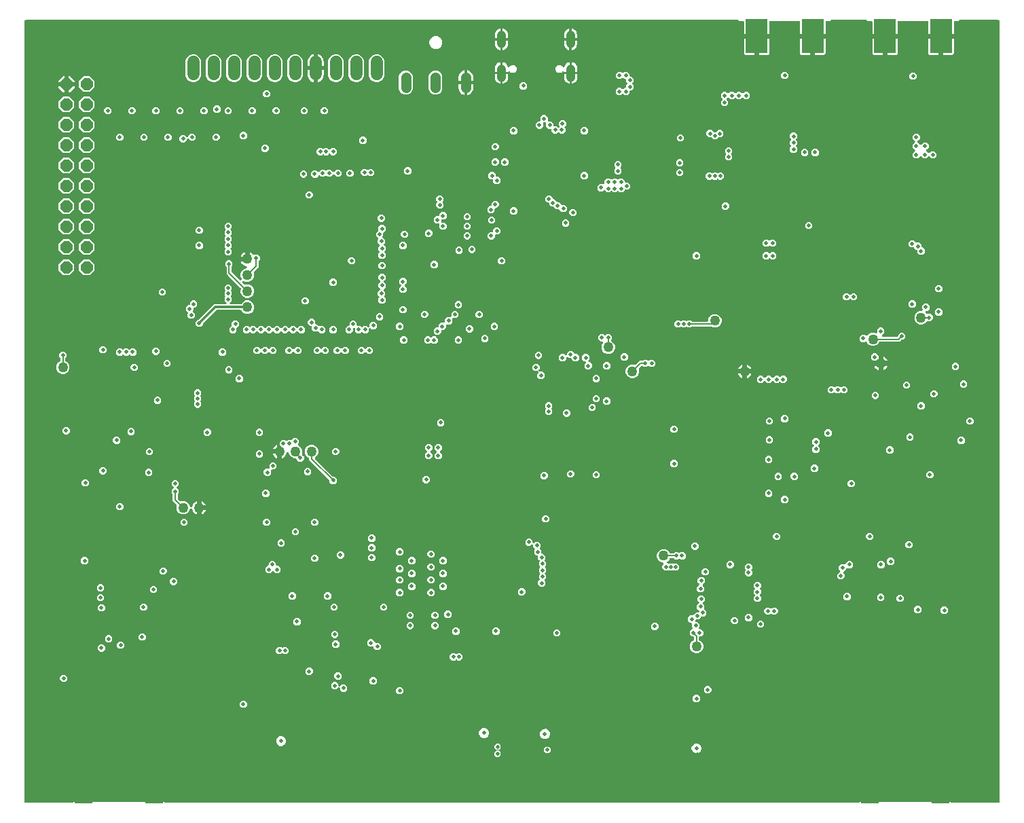
<source format=gbr>
G04 EAGLE Gerber RS-274X export*
G75*
%MOMM*%
%FSLAX34Y34*%
%LPD*%
%INBottom Copper*%
%IPPOS*%
%AMOC8*
5,1,8,0,0,1.08239X$1,22.5*%
G01*
%ADD10C,1.270000*%
%ADD11R,2.667000X4.191000*%
%ADD12C,1.108000*%
%ADD13C,1.524000*%
%ADD14P,1.649562X8X112.500000*%
%ADD15C,1.308000*%
%ADD16R,2.286000X5.080000*%
%ADD17C,0.500000*%
%ADD18C,4.500000*%
%ADD19C,0.200000*%
%ADD20C,0.150000*%
%ADD21C,0.300000*%

G36*
X62292Y-18005D02*
X62292Y-18005D01*
X62293Y-18003D01*
X62295Y-18003D01*
X63294Y-17005D01*
X176706Y-17005D01*
X177705Y-18003D01*
X177707Y-18004D01*
X177708Y-18005D01*
X177709Y-18005D01*
X1042291Y-18005D01*
X1042292Y-18005D01*
X1042293Y-18003D01*
X1042295Y-18003D01*
X1043294Y-17005D01*
X1156706Y-17005D01*
X1157705Y-18003D01*
X1157707Y-18004D01*
X1157708Y-18005D01*
X1157709Y-18005D01*
X1218000Y-18005D01*
X1218005Y-18000D01*
X1218004Y-18000D01*
X1218005Y-18000D01*
X1218005Y81000D01*
X1218000Y81005D01*
X1217999Y81005D01*
X1217999Y956500D01*
X1217995Y956535D01*
X1217998Y956571D01*
X1217975Y956707D01*
X1217959Y956843D01*
X1217947Y956877D01*
X1217942Y956912D01*
X1217889Y957039D01*
X1217842Y957169D01*
X1217823Y957198D01*
X1217809Y957231D01*
X1217728Y957343D01*
X1217653Y957458D01*
X1217627Y957483D01*
X1217607Y957511D01*
X1217503Y957602D01*
X1217403Y957697D01*
X1217372Y957715D01*
X1217346Y957738D01*
X1217223Y957802D01*
X1217105Y957872D01*
X1217071Y957882D01*
X1217039Y957899D01*
X1216906Y957933D01*
X1216774Y957974D01*
X1216739Y957976D01*
X1216705Y957985D01*
X1216500Y957999D01*
X1168330Y957999D01*
X1168192Y957983D01*
X1168052Y957973D01*
X1168020Y957963D01*
X1167986Y957959D01*
X1167855Y957912D01*
X1167722Y957871D01*
X1167693Y957853D01*
X1167661Y957842D01*
X1167544Y957766D01*
X1167424Y957695D01*
X1167390Y957665D01*
X1167372Y957653D01*
X1167348Y957629D01*
X1167270Y957560D01*
X1166709Y956999D01*
X1162321Y956999D01*
X1162286Y956995D01*
X1162250Y956998D01*
X1162114Y956975D01*
X1161978Y956959D01*
X1161944Y956947D01*
X1161909Y956942D01*
X1161782Y956889D01*
X1161652Y956842D01*
X1161623Y956823D01*
X1161590Y956809D01*
X1161478Y956728D01*
X1161363Y956653D01*
X1161338Y956627D01*
X1161310Y956607D01*
X1161219Y956503D01*
X1161124Y956403D01*
X1161106Y956372D01*
X1161083Y956346D01*
X1161019Y956223D01*
X1160949Y956105D01*
X1160939Y956071D01*
X1160922Y956039D01*
X1160888Y955906D01*
X1160847Y955774D01*
X1160845Y955739D01*
X1160836Y955705D01*
X1160822Y955500D01*
X1160822Y940845D01*
X1146446Y940845D01*
X1146411Y940841D01*
X1146376Y940844D01*
X1146239Y940821D01*
X1146103Y940805D01*
X1146069Y940793D01*
X1146034Y940788D01*
X1145907Y940735D01*
X1145777Y940688D01*
X1145748Y940668D01*
X1145715Y940655D01*
X1145603Y940574D01*
X1145488Y940499D01*
X1145463Y940473D01*
X1145435Y940453D01*
X1145344Y940348D01*
X1145249Y940249D01*
X1145231Y940218D01*
X1145208Y940191D01*
X1145144Y940069D01*
X1145074Y939951D01*
X1145064Y939917D01*
X1145047Y939885D01*
X1145013Y939752D01*
X1144972Y939620D01*
X1144970Y939585D01*
X1144961Y939551D01*
X1144947Y939346D01*
X1144947Y937845D01*
X1144945Y937845D01*
X1144945Y939346D01*
X1144941Y939381D01*
X1144943Y939416D01*
X1144921Y939553D01*
X1144905Y939689D01*
X1144893Y939723D01*
X1144887Y939758D01*
X1144835Y939885D01*
X1144788Y940015D01*
X1144768Y940044D01*
X1144755Y940077D01*
X1144674Y940189D01*
X1144599Y940304D01*
X1144573Y940329D01*
X1144553Y940357D01*
X1144448Y940448D01*
X1144349Y940543D01*
X1144318Y940561D01*
X1144291Y940584D01*
X1144169Y940648D01*
X1144051Y940718D01*
X1144017Y940728D01*
X1143985Y940745D01*
X1143852Y940779D01*
X1143720Y940820D01*
X1143685Y940822D01*
X1143651Y940831D01*
X1143446Y940845D01*
X1129070Y940845D01*
X1129070Y955500D01*
X1129066Y955535D01*
X1129069Y955571D01*
X1129046Y955707D01*
X1129030Y955843D01*
X1129018Y955877D01*
X1129013Y955912D01*
X1128960Y956039D01*
X1128913Y956169D01*
X1128894Y956198D01*
X1128880Y956231D01*
X1128799Y956343D01*
X1128724Y956458D01*
X1128698Y956483D01*
X1128678Y956511D01*
X1128574Y956602D01*
X1128474Y956697D01*
X1128443Y956715D01*
X1128417Y956738D01*
X1128294Y956802D01*
X1128176Y956872D01*
X1128142Y956882D01*
X1128110Y956899D01*
X1127977Y956933D01*
X1127845Y956974D01*
X1127810Y956976D01*
X1127776Y956985D01*
X1127571Y956999D01*
X1092429Y956999D01*
X1092394Y956995D01*
X1092358Y956998D01*
X1092222Y956975D01*
X1092086Y956959D01*
X1092052Y956947D01*
X1092017Y956942D01*
X1091890Y956889D01*
X1091760Y956842D01*
X1091731Y956823D01*
X1091698Y956809D01*
X1091586Y956728D01*
X1091471Y956653D01*
X1091446Y956627D01*
X1091418Y956607D01*
X1091327Y956503D01*
X1091232Y956403D01*
X1091214Y956372D01*
X1091191Y956346D01*
X1091127Y956223D01*
X1091057Y956105D01*
X1091047Y956071D01*
X1091030Y956039D01*
X1090996Y955906D01*
X1090955Y955774D01*
X1090953Y955739D01*
X1090944Y955705D01*
X1090930Y955500D01*
X1090930Y940845D01*
X1076554Y940845D01*
X1076519Y940841D01*
X1076484Y940844D01*
X1076347Y940821D01*
X1076211Y940805D01*
X1076177Y940793D01*
X1076142Y940788D01*
X1076015Y940735D01*
X1075885Y940688D01*
X1075856Y940668D01*
X1075823Y940655D01*
X1075711Y940574D01*
X1075596Y940499D01*
X1075571Y940473D01*
X1075543Y940453D01*
X1075452Y940348D01*
X1075357Y940249D01*
X1075339Y940218D01*
X1075316Y940191D01*
X1075252Y940069D01*
X1075182Y939951D01*
X1075172Y939917D01*
X1075155Y939885D01*
X1075121Y939752D01*
X1075080Y939620D01*
X1075078Y939585D01*
X1075069Y939551D01*
X1075055Y939346D01*
X1075055Y937845D01*
X1075053Y937845D01*
X1075053Y939346D01*
X1075049Y939381D01*
X1075051Y939416D01*
X1075029Y939553D01*
X1075013Y939689D01*
X1075001Y939723D01*
X1074995Y939758D01*
X1074943Y939885D01*
X1074896Y940015D01*
X1074876Y940044D01*
X1074863Y940077D01*
X1074782Y940189D01*
X1074707Y940304D01*
X1074681Y940329D01*
X1074661Y940357D01*
X1074556Y940448D01*
X1074457Y940543D01*
X1074426Y940561D01*
X1074399Y940584D01*
X1074277Y940648D01*
X1074159Y940718D01*
X1074125Y940728D01*
X1074093Y940745D01*
X1073960Y940779D01*
X1073828Y940820D01*
X1073793Y940822D01*
X1073759Y940831D01*
X1073554Y940845D01*
X1059178Y940845D01*
X1059178Y955500D01*
X1059174Y955535D01*
X1059177Y955571D01*
X1059154Y955707D01*
X1059138Y955843D01*
X1059126Y955877D01*
X1059121Y955912D01*
X1059068Y956039D01*
X1059021Y956169D01*
X1059002Y956198D01*
X1058988Y956231D01*
X1058907Y956343D01*
X1058832Y956458D01*
X1058806Y956483D01*
X1058786Y956511D01*
X1058682Y956602D01*
X1058582Y956697D01*
X1058551Y956715D01*
X1058525Y956738D01*
X1058402Y956802D01*
X1058284Y956872D01*
X1058250Y956882D01*
X1058218Y956899D01*
X1058085Y956933D01*
X1057953Y956974D01*
X1057918Y956976D01*
X1057884Y956985D01*
X1057679Y956999D01*
X1053291Y956999D01*
X1052730Y957560D01*
X1052621Y957647D01*
X1052516Y957738D01*
X1052486Y957754D01*
X1052459Y957775D01*
X1052333Y957834D01*
X1052210Y957899D01*
X1052177Y957907D01*
X1052146Y957922D01*
X1052010Y957950D01*
X1051875Y957985D01*
X1051830Y957988D01*
X1051808Y957993D01*
X1051774Y957992D01*
X1051670Y957999D01*
X1008330Y957999D01*
X1008192Y957983D01*
X1008052Y957973D01*
X1008020Y957963D01*
X1007986Y957959D01*
X1007855Y957912D01*
X1007722Y957871D01*
X1007693Y957853D01*
X1007661Y957842D01*
X1007544Y957766D01*
X1007424Y957695D01*
X1007390Y957665D01*
X1007372Y957653D01*
X1007348Y957629D01*
X1007270Y957560D01*
X1006709Y956999D01*
X1002321Y956999D01*
X1002286Y956995D01*
X1002250Y956998D01*
X1002114Y956975D01*
X1001978Y956959D01*
X1001944Y956947D01*
X1001909Y956942D01*
X1001782Y956889D01*
X1001652Y956842D01*
X1001623Y956823D01*
X1001590Y956809D01*
X1001478Y956728D01*
X1001363Y956653D01*
X1001338Y956627D01*
X1001310Y956607D01*
X1001219Y956503D01*
X1001124Y956403D01*
X1001106Y956372D01*
X1001083Y956346D01*
X1001019Y956223D01*
X1000949Y956105D01*
X1000939Y956071D01*
X1000922Y956039D01*
X1000888Y955906D01*
X1000847Y955774D01*
X1000845Y955739D01*
X1000836Y955705D01*
X1000822Y955500D01*
X1000822Y940845D01*
X986446Y940845D01*
X986411Y940841D01*
X986376Y940844D01*
X986239Y940821D01*
X986103Y940805D01*
X986069Y940793D01*
X986034Y940788D01*
X985907Y940735D01*
X985777Y940688D01*
X985748Y940668D01*
X985715Y940655D01*
X985603Y940574D01*
X985488Y940499D01*
X985463Y940473D01*
X985435Y940453D01*
X985344Y940348D01*
X985249Y940249D01*
X985231Y940218D01*
X985208Y940191D01*
X985144Y940069D01*
X985074Y939951D01*
X985064Y939917D01*
X985047Y939885D01*
X985013Y939752D01*
X984972Y939620D01*
X984970Y939585D01*
X984961Y939551D01*
X984947Y939346D01*
X984947Y937845D01*
X984945Y937845D01*
X984945Y939346D01*
X984941Y939381D01*
X984943Y939416D01*
X984921Y939553D01*
X984905Y939689D01*
X984893Y939723D01*
X984887Y939758D01*
X984835Y939885D01*
X984788Y940015D01*
X984768Y940044D01*
X984755Y940077D01*
X984674Y940189D01*
X984599Y940304D01*
X984573Y940329D01*
X984553Y940357D01*
X984448Y940448D01*
X984349Y940543D01*
X984318Y940561D01*
X984291Y940584D01*
X984169Y940648D01*
X984051Y940718D01*
X984017Y940728D01*
X983985Y940745D01*
X983852Y940779D01*
X983720Y940820D01*
X983685Y940822D01*
X983651Y940831D01*
X983446Y940845D01*
X969070Y940845D01*
X969070Y955500D01*
X969066Y955535D01*
X969069Y955571D01*
X969046Y955707D01*
X969030Y955843D01*
X969018Y955877D01*
X969013Y955912D01*
X968960Y956039D01*
X968913Y956169D01*
X968894Y956198D01*
X968880Y956231D01*
X968799Y956343D01*
X968724Y956458D01*
X968698Y956483D01*
X968678Y956511D01*
X968574Y956602D01*
X968474Y956697D01*
X968443Y956715D01*
X968417Y956738D01*
X968294Y956802D01*
X968176Y956872D01*
X968142Y956882D01*
X968110Y956899D01*
X967977Y956933D01*
X967845Y956974D01*
X967810Y956976D01*
X967776Y956985D01*
X967571Y956999D01*
X932429Y956999D01*
X932394Y956995D01*
X932358Y956998D01*
X932222Y956975D01*
X932086Y956959D01*
X932052Y956947D01*
X932017Y956942D01*
X931890Y956889D01*
X931760Y956842D01*
X931731Y956823D01*
X931698Y956809D01*
X931586Y956728D01*
X931471Y956653D01*
X931446Y956627D01*
X931418Y956607D01*
X931327Y956503D01*
X931232Y956403D01*
X931214Y956372D01*
X931191Y956346D01*
X931127Y956223D01*
X931057Y956105D01*
X931047Y956071D01*
X931030Y956039D01*
X930996Y955906D01*
X930955Y955774D01*
X930953Y955739D01*
X930944Y955705D01*
X930930Y955500D01*
X930930Y940845D01*
X916554Y940845D01*
X916519Y940841D01*
X916484Y940844D01*
X916347Y940821D01*
X916211Y940805D01*
X916177Y940793D01*
X916142Y940788D01*
X916015Y940735D01*
X915885Y940688D01*
X915856Y940668D01*
X915823Y940655D01*
X915711Y940574D01*
X915596Y940499D01*
X915571Y940473D01*
X915543Y940453D01*
X915452Y940348D01*
X915357Y940249D01*
X915339Y940218D01*
X915316Y940191D01*
X915252Y940069D01*
X915182Y939951D01*
X915172Y939917D01*
X915155Y939885D01*
X915121Y939752D01*
X915080Y939620D01*
X915078Y939585D01*
X915069Y939551D01*
X915055Y939346D01*
X915055Y937845D01*
X915053Y937845D01*
X915053Y939346D01*
X915049Y939381D01*
X915051Y939416D01*
X915029Y939553D01*
X915013Y939689D01*
X915001Y939723D01*
X914995Y939758D01*
X914943Y939885D01*
X914896Y940015D01*
X914876Y940044D01*
X914863Y940077D01*
X914782Y940189D01*
X914707Y940304D01*
X914681Y940329D01*
X914661Y940357D01*
X914556Y940448D01*
X914457Y940543D01*
X914426Y940561D01*
X914399Y940584D01*
X914277Y940648D01*
X914159Y940718D01*
X914125Y940728D01*
X914093Y940745D01*
X913960Y940779D01*
X913828Y940820D01*
X913793Y940822D01*
X913759Y940831D01*
X913554Y940845D01*
X899178Y940845D01*
X899178Y955500D01*
X899174Y955535D01*
X899177Y955571D01*
X899154Y955707D01*
X899138Y955843D01*
X899126Y955877D01*
X899121Y955912D01*
X899068Y956039D01*
X899021Y956169D01*
X899002Y956198D01*
X898988Y956231D01*
X898907Y956343D01*
X898832Y956458D01*
X898806Y956483D01*
X898786Y956511D01*
X898682Y956602D01*
X898582Y956697D01*
X898551Y956715D01*
X898525Y956738D01*
X898402Y956802D01*
X898284Y956872D01*
X898250Y956882D01*
X898218Y956899D01*
X898085Y956933D01*
X897953Y956974D01*
X897918Y956976D01*
X897884Y956985D01*
X897679Y956999D01*
X893291Y956999D01*
X892730Y957560D01*
X892621Y957647D01*
X892516Y957738D01*
X892486Y957754D01*
X892459Y957775D01*
X892333Y957834D01*
X892210Y957899D01*
X892177Y957907D01*
X892146Y957922D01*
X892010Y957950D01*
X891875Y957985D01*
X891830Y957988D01*
X891808Y957993D01*
X891774Y957992D01*
X891670Y957999D01*
X3500Y957999D01*
X3465Y957995D01*
X3429Y957998D01*
X3293Y957975D01*
X3157Y957959D01*
X3123Y957947D01*
X3088Y957942D01*
X2961Y957889D01*
X2831Y957842D01*
X2802Y957823D01*
X2769Y957809D01*
X2657Y957728D01*
X2542Y957653D01*
X2517Y957627D01*
X2489Y957607D01*
X2398Y957503D01*
X2303Y957403D01*
X2285Y957372D01*
X2262Y957346D01*
X2198Y957223D01*
X2128Y957105D01*
X2118Y957071D01*
X2101Y957039D01*
X2067Y956906D01*
X2026Y956774D01*
X2024Y956739D01*
X2015Y956705D01*
X2001Y956500D01*
X2001Y84005D01*
X2000Y84005D01*
X1995Y84001D01*
X1996Y84000D01*
X1995Y84000D01*
X1995Y-18000D01*
X2000Y-18005D01*
X2000Y-18004D01*
X2000Y-18005D01*
X62291Y-18005D01*
X62292Y-18005D01*
G37*
%LPC*%
G36*
X278339Y611649D02*
X278339Y611649D01*
X275270Y612921D01*
X272921Y615270D01*
X271649Y618339D01*
X271649Y621661D01*
X271982Y622465D01*
X272006Y622549D01*
X272040Y622630D01*
X272053Y622715D01*
X272077Y622798D01*
X272081Y622885D01*
X272095Y622972D01*
X272089Y623057D01*
X272093Y623143D01*
X272077Y623229D01*
X272071Y623316D01*
X272045Y623398D01*
X272029Y623483D01*
X271994Y623563D01*
X271968Y623647D01*
X271924Y623721D01*
X271889Y623799D01*
X271837Y623869D01*
X271792Y623944D01*
X271698Y624053D01*
X271681Y624075D01*
X271672Y624083D01*
X271657Y624099D01*
X256196Y639560D01*
X253999Y641757D01*
X253999Y650015D01*
X253983Y650152D01*
X253973Y650292D01*
X253963Y650325D01*
X253959Y650358D01*
X253912Y650489D01*
X253871Y650622D01*
X253853Y650652D01*
X253842Y650683D01*
X253766Y650800D01*
X253695Y650920D01*
X253665Y650954D01*
X253653Y650973D01*
X253629Y650996D01*
X253560Y651075D01*
X252499Y652136D01*
X252499Y655864D01*
X255136Y658501D01*
X258864Y658501D01*
X261501Y655864D01*
X261501Y652136D01*
X260440Y651075D01*
X260353Y650966D01*
X260262Y650860D01*
X260246Y650830D01*
X260225Y650804D01*
X260166Y650677D01*
X260101Y650554D01*
X260093Y650521D01*
X260078Y650491D01*
X260050Y650355D01*
X260015Y650219D01*
X260012Y650174D01*
X260007Y650152D01*
X260008Y650119D01*
X260001Y650015D01*
X260001Y644864D01*
X260017Y644725D01*
X260027Y644586D01*
X260037Y644554D01*
X260041Y644520D01*
X260088Y644390D01*
X260129Y644256D01*
X260147Y644227D01*
X260158Y644195D01*
X260234Y644079D01*
X260305Y643958D01*
X260335Y643924D01*
X260347Y643906D01*
X260371Y643882D01*
X260440Y643804D01*
X270382Y633862D01*
X270423Y633830D01*
X270458Y633791D01*
X270558Y633722D01*
X270653Y633647D01*
X270700Y633625D01*
X270743Y633596D01*
X270856Y633552D01*
X270966Y633500D01*
X271017Y633490D01*
X271066Y633471D01*
X271186Y633454D01*
X271304Y633429D01*
X271356Y633430D01*
X271408Y633423D01*
X271529Y633434D01*
X271650Y633437D01*
X271700Y633451D01*
X271752Y633455D01*
X271867Y633494D01*
X271984Y633524D01*
X272030Y633549D01*
X272080Y633566D01*
X272183Y633629D01*
X272290Y633686D01*
X272329Y633720D01*
X272374Y633748D01*
X272459Y633834D01*
X272551Y633913D01*
X272581Y633956D01*
X272618Y633993D01*
X272682Y634095D01*
X272752Y634194D01*
X272772Y634242D01*
X272800Y634287D01*
X272838Y634401D01*
X272884Y634513D01*
X272893Y634565D01*
X272909Y634615D01*
X272920Y634735D01*
X272940Y634855D01*
X272936Y634907D01*
X272941Y634959D01*
X272924Y635079D01*
X272915Y635200D01*
X272900Y635250D01*
X272892Y635301D01*
X272827Y635496D01*
X271649Y638339D01*
X271649Y641661D01*
X272921Y644730D01*
X275270Y647079D01*
X278511Y648422D01*
X278605Y648475D01*
X278704Y648518D01*
X278756Y648558D01*
X278813Y648590D01*
X278893Y648663D01*
X278978Y648728D01*
X279020Y648779D01*
X279069Y648823D01*
X279130Y648912D01*
X279198Y648995D01*
X279227Y649054D01*
X279264Y649109D01*
X279303Y649209D01*
X279350Y649306D01*
X279365Y649370D01*
X279389Y649431D01*
X279404Y649538D01*
X279428Y649643D01*
X279427Y649708D01*
X279436Y649774D01*
X279426Y649881D01*
X279426Y649988D01*
X279410Y650052D01*
X279404Y650118D01*
X279370Y650220D01*
X279345Y650325D01*
X279315Y650383D01*
X279294Y650446D01*
X279237Y650537D01*
X279189Y650633D01*
X279146Y650683D01*
X279112Y650739D01*
X279036Y650815D01*
X278966Y650898D01*
X278914Y650937D01*
X278867Y650984D01*
X278775Y651040D01*
X278689Y651104D01*
X278629Y651131D01*
X278573Y651165D01*
X278471Y651199D01*
X278372Y651242D01*
X278277Y651264D01*
X278245Y651275D01*
X278221Y651277D01*
X278172Y651288D01*
X277918Y651328D01*
X276587Y651761D01*
X275340Y652396D01*
X274208Y653219D01*
X273219Y654208D01*
X272396Y655340D01*
X271761Y656587D01*
X271626Y657001D01*
X278500Y657001D01*
X278535Y657005D01*
X278570Y657002D01*
X278707Y657025D01*
X278843Y657041D01*
X278877Y657053D01*
X278912Y657058D01*
X279039Y657111D01*
X279169Y657158D01*
X279198Y657178D01*
X279231Y657191D01*
X279343Y657272D01*
X279458Y657347D01*
X279483Y657373D01*
X279511Y657393D01*
X279602Y657498D01*
X279697Y657597D01*
X279715Y657628D01*
X279738Y657654D01*
X279802Y657777D01*
X279872Y657895D01*
X279882Y657929D01*
X279899Y657961D01*
X279933Y658094D01*
X279974Y658226D01*
X279976Y658261D01*
X279985Y658295D01*
X279999Y658500D01*
X279999Y660001D01*
X281500Y660001D01*
X281535Y660005D01*
X281570Y660003D01*
X281707Y660025D01*
X281843Y660041D01*
X281877Y660053D01*
X281912Y660059D01*
X282039Y660111D01*
X282169Y660158D01*
X282198Y660178D01*
X282231Y660191D01*
X282343Y660272D01*
X282458Y660347D01*
X282483Y660373D01*
X282511Y660393D01*
X282602Y660498D01*
X282697Y660597D01*
X282715Y660628D01*
X282738Y660655D01*
X282802Y660777D01*
X282872Y660895D01*
X282882Y660929D01*
X282899Y660961D01*
X282933Y661094D01*
X282974Y661226D01*
X282976Y661261D01*
X282985Y661295D01*
X282999Y661500D01*
X282999Y668374D01*
X283413Y668239D01*
X284660Y667604D01*
X285792Y666781D01*
X286781Y665792D01*
X286863Y665680D01*
X286966Y665567D01*
X287067Y665452D01*
X287083Y665440D01*
X287097Y665425D01*
X287224Y665339D01*
X287348Y665251D01*
X287366Y665243D01*
X287383Y665231D01*
X287526Y665177D01*
X287667Y665119D01*
X287687Y665115D01*
X287706Y665108D01*
X287857Y665088D01*
X288009Y665063D01*
X288029Y665065D01*
X288049Y665062D01*
X288201Y665077D01*
X288353Y665088D01*
X288373Y665094D01*
X288393Y665096D01*
X288538Y665145D01*
X288684Y665191D01*
X288701Y665201D01*
X288720Y665207D01*
X288850Y665288D01*
X288981Y665366D01*
X289001Y665383D01*
X289013Y665391D01*
X289034Y665412D01*
X289136Y665501D01*
X292864Y665501D01*
X295501Y662864D01*
X295501Y659136D01*
X294440Y658075D01*
X294353Y657966D01*
X294262Y657860D01*
X294246Y657830D01*
X294225Y657804D01*
X294166Y657678D01*
X294101Y657554D01*
X294093Y657521D01*
X294078Y657491D01*
X294050Y657355D01*
X294015Y657219D01*
X294012Y657174D01*
X294007Y657152D01*
X294008Y657119D01*
X294001Y657015D01*
X294001Y649757D01*
X291804Y647560D01*
X288343Y644099D01*
X288288Y644030D01*
X288226Y643968D01*
X288181Y643895D01*
X288128Y643828D01*
X288091Y643749D01*
X288045Y643674D01*
X288018Y643593D01*
X287981Y643515D01*
X287963Y643429D01*
X287935Y643346D01*
X287928Y643261D01*
X287910Y643177D01*
X287912Y643089D01*
X287904Y643002D01*
X287916Y642917D01*
X287918Y642831D01*
X287940Y642746D01*
X287952Y642660D01*
X287998Y642523D01*
X288005Y642496D01*
X288011Y642486D01*
X288018Y642465D01*
X288351Y641661D01*
X288351Y638339D01*
X287079Y635270D01*
X284730Y632921D01*
X281661Y631649D01*
X278339Y631649D01*
X275496Y632827D01*
X275446Y632841D01*
X275398Y632863D01*
X275280Y632888D01*
X275163Y632922D01*
X275111Y632924D01*
X275060Y632935D01*
X274939Y632932D01*
X274818Y632937D01*
X274767Y632928D01*
X274714Y632927D01*
X274597Y632896D01*
X274478Y632874D01*
X274430Y632853D01*
X274380Y632839D01*
X274273Y632783D01*
X274162Y632734D01*
X274120Y632702D01*
X274074Y632678D01*
X273983Y632599D01*
X273886Y632525D01*
X273853Y632485D01*
X273813Y632451D01*
X273743Y632353D01*
X273665Y632259D01*
X273642Y632213D01*
X273612Y632170D01*
X273565Y632058D01*
X273512Y631950D01*
X273500Y631899D01*
X273480Y631850D01*
X273460Y631731D01*
X273433Y631613D01*
X273433Y631561D01*
X273424Y631509D01*
X273433Y631388D01*
X273433Y631267D01*
X273445Y631216D01*
X273449Y631164D01*
X273485Y631049D01*
X273513Y630931D01*
X273536Y630884D01*
X273552Y630834D01*
X273613Y630730D01*
X273667Y630622D01*
X273701Y630581D01*
X273727Y630536D01*
X273862Y630382D01*
X275901Y628343D01*
X275970Y628288D01*
X276032Y628226D01*
X276105Y628181D01*
X276172Y628128D01*
X276251Y628091D01*
X276326Y628045D01*
X276407Y628018D01*
X276485Y627981D01*
X276571Y627963D01*
X276654Y627935D01*
X276739Y627928D01*
X276823Y627910D01*
X276911Y627912D01*
X276998Y627904D01*
X277083Y627916D01*
X277169Y627918D01*
X277254Y627940D01*
X277340Y627952D01*
X277477Y627998D01*
X277504Y628005D01*
X277514Y628011D01*
X277535Y628018D01*
X278339Y628351D01*
X281661Y628351D01*
X284730Y627079D01*
X287079Y624730D01*
X288351Y621661D01*
X288351Y618339D01*
X287079Y615270D01*
X284730Y612921D01*
X281661Y611649D01*
X278339Y611649D01*
G37*
%LPD*%
%LPC*%
G36*
X218136Y575499D02*
X218136Y575499D01*
X215499Y578136D01*
X215499Y581864D01*
X218136Y584501D01*
X218929Y584501D01*
X219067Y584517D01*
X219206Y584527D01*
X219239Y584537D01*
X219272Y584541D01*
X219403Y584588D01*
X219537Y584629D01*
X219566Y584647D01*
X219598Y584658D01*
X219714Y584734D01*
X219834Y584805D01*
X219868Y584835D01*
X219887Y584847D01*
X219910Y584871D01*
X219989Y584940D01*
X238550Y603501D01*
X252515Y603501D01*
X252618Y603513D01*
X252723Y603515D01*
X252790Y603533D01*
X252858Y603541D01*
X252956Y603576D01*
X253057Y603602D01*
X253118Y603635D01*
X253183Y603658D01*
X253271Y603715D01*
X253363Y603764D01*
X253415Y603809D01*
X253473Y603847D01*
X253545Y603922D01*
X253624Y603991D01*
X253664Y604047D01*
X253712Y604097D01*
X253764Y604187D01*
X253825Y604272D01*
X253852Y604336D01*
X253887Y604395D01*
X253917Y604495D01*
X253957Y604591D01*
X253968Y604660D01*
X253989Y604726D01*
X253996Y604830D01*
X254013Y604933D01*
X254008Y605002D01*
X254012Y605071D01*
X253995Y605173D01*
X253988Y605278D01*
X253968Y605344D01*
X253956Y605412D01*
X253916Y605508D01*
X253885Y605608D01*
X253850Y605667D01*
X253824Y605731D01*
X253763Y605816D01*
X253710Y605905D01*
X253641Y605984D01*
X253621Y606011D01*
X253605Y606026D01*
X253575Y606060D01*
X251499Y608136D01*
X251499Y611864D01*
X252075Y612440D01*
X252097Y612468D01*
X252124Y612491D01*
X252204Y612603D01*
X252290Y612711D01*
X252305Y612743D01*
X252325Y612772D01*
X252378Y612899D01*
X252436Y613024D01*
X252444Y613059D01*
X252457Y613091D01*
X252479Y613228D01*
X252508Y613362D01*
X252507Y613398D01*
X252512Y613433D01*
X252503Y613570D01*
X252500Y613708D01*
X252491Y613742D01*
X252488Y613778D01*
X252447Y613909D01*
X252412Y614042D01*
X252396Y614074D01*
X252385Y614108D01*
X252315Y614226D01*
X252251Y614348D01*
X252228Y614375D01*
X252210Y614406D01*
X252075Y614560D01*
X251499Y615136D01*
X251499Y618864D01*
X252075Y619440D01*
X252097Y619468D01*
X252124Y619491D01*
X252204Y619603D01*
X252290Y619711D01*
X252305Y619743D01*
X252325Y619772D01*
X252378Y619899D01*
X252436Y620024D01*
X252444Y620059D01*
X252457Y620091D01*
X252479Y620228D01*
X252508Y620362D01*
X252507Y620398D01*
X252512Y620433D01*
X252503Y620570D01*
X252500Y620708D01*
X252491Y620742D01*
X252488Y620778D01*
X252447Y620909D01*
X252412Y621042D01*
X252396Y621074D01*
X252385Y621108D01*
X252315Y621226D01*
X252251Y621348D01*
X252228Y621375D01*
X252210Y621405D01*
X252075Y621560D01*
X251499Y622136D01*
X251499Y625864D01*
X254136Y628501D01*
X257864Y628501D01*
X260501Y625864D01*
X260501Y622136D01*
X259925Y621560D01*
X259903Y621532D01*
X259876Y621509D01*
X259796Y621397D01*
X259710Y621289D01*
X259695Y621257D01*
X259675Y621228D01*
X259622Y621101D01*
X259564Y620976D01*
X259556Y620941D01*
X259543Y620909D01*
X259521Y620772D01*
X259492Y620638D01*
X259493Y620602D01*
X259488Y620567D01*
X259497Y620430D01*
X259500Y620292D01*
X259509Y620258D01*
X259512Y620222D01*
X259553Y620091D01*
X259588Y619958D01*
X259604Y619926D01*
X259615Y619892D01*
X259685Y619774D01*
X259749Y619652D01*
X259772Y619625D01*
X259790Y619594D01*
X259925Y619440D01*
X260501Y618864D01*
X260501Y615136D01*
X259925Y614560D01*
X259903Y614532D01*
X259876Y614509D01*
X259796Y614397D01*
X259710Y614289D01*
X259695Y614257D01*
X259675Y614228D01*
X259622Y614101D01*
X259564Y613976D01*
X259556Y613941D01*
X259543Y613909D01*
X259521Y613772D01*
X259492Y613638D01*
X259493Y613602D01*
X259488Y613567D01*
X259497Y613430D01*
X259500Y613292D01*
X259509Y613258D01*
X259512Y613222D01*
X259553Y613091D01*
X259588Y612958D01*
X259604Y612926D01*
X259615Y612892D01*
X259685Y612774D01*
X259749Y612652D01*
X259772Y612625D01*
X259790Y612595D01*
X259925Y612440D01*
X260501Y611864D01*
X260501Y608136D01*
X258425Y606060D01*
X258360Y605978D01*
X258288Y605903D01*
X258253Y605843D01*
X258210Y605789D01*
X258166Y605695D01*
X258113Y605605D01*
X258093Y605539D01*
X258064Y605476D01*
X258042Y605374D01*
X258011Y605274D01*
X258007Y605205D01*
X257992Y605138D01*
X257995Y605034D01*
X257988Y604929D01*
X257999Y604861D01*
X258000Y604792D01*
X258027Y604691D01*
X258044Y604588D01*
X258070Y604524D01*
X258088Y604458D01*
X258136Y604365D01*
X258176Y604269D01*
X258217Y604213D01*
X258249Y604152D01*
X258318Y604073D01*
X258379Y603989D01*
X258431Y603943D01*
X258476Y603891D01*
X258561Y603830D01*
X258640Y603762D01*
X258701Y603730D01*
X258757Y603689D01*
X258853Y603650D01*
X258946Y603601D01*
X259013Y603584D01*
X259077Y603558D01*
X259179Y603541D01*
X259281Y603515D01*
X259385Y603508D01*
X259418Y603502D01*
X259440Y603504D01*
X259485Y603501D01*
X271410Y603501D01*
X271496Y603511D01*
X271584Y603511D01*
X271668Y603531D01*
X271753Y603541D01*
X271835Y603570D01*
X271920Y603590D01*
X271997Y603629D01*
X272078Y603658D01*
X272151Y603706D01*
X272230Y603745D01*
X272296Y603800D01*
X272368Y603847D01*
X272428Y603910D01*
X272495Y603966D01*
X272547Y604035D01*
X272606Y604097D01*
X272651Y604173D01*
X272703Y604243D01*
X272767Y604371D01*
X272781Y604395D01*
X272785Y604407D01*
X272795Y604426D01*
X272921Y604730D01*
X275270Y607079D01*
X278339Y608351D01*
X281661Y608351D01*
X284730Y607079D01*
X287079Y604730D01*
X288351Y601661D01*
X288351Y598339D01*
X287079Y595270D01*
X284730Y592921D01*
X281661Y591649D01*
X278339Y591649D01*
X275270Y592921D01*
X272921Y595270D01*
X272795Y595574D01*
X272752Y595650D01*
X272718Y595731D01*
X272668Y595801D01*
X272626Y595876D01*
X272567Y595940D01*
X272516Y596011D01*
X272451Y596068D01*
X272393Y596131D01*
X272321Y596181D01*
X272255Y596238D01*
X272179Y596278D01*
X272108Y596327D01*
X272027Y596358D01*
X271949Y596399D01*
X271866Y596420D01*
X271786Y596451D01*
X271699Y596463D01*
X271614Y596485D01*
X271471Y596495D01*
X271443Y596499D01*
X271431Y596498D01*
X271410Y596499D01*
X242071Y596499D01*
X241933Y596483D01*
X241794Y596473D01*
X241761Y596463D01*
X241728Y596459D01*
X241597Y596412D01*
X241463Y596371D01*
X241434Y596353D01*
X241402Y596342D01*
X241286Y596266D01*
X241166Y596195D01*
X241132Y596165D01*
X241113Y596153D01*
X241090Y596129D01*
X241011Y596060D01*
X224940Y579989D01*
X224853Y579880D01*
X224762Y579774D01*
X224746Y579744D01*
X224725Y579718D01*
X224666Y579592D01*
X224601Y579468D01*
X224593Y579436D01*
X224578Y579405D01*
X224550Y579269D01*
X224515Y579134D01*
X224512Y579088D01*
X224507Y579067D01*
X224508Y579033D01*
X224501Y578929D01*
X224501Y578136D01*
X221864Y575499D01*
X218136Y575499D01*
G37*
%LPD*%
%LPC*%
G36*
X838339Y168649D02*
X838339Y168649D01*
X835270Y169921D01*
X832921Y172270D01*
X831649Y175339D01*
X831649Y178661D01*
X832921Y181730D01*
X835270Y184079D01*
X836074Y184412D01*
X836150Y184455D01*
X836231Y184489D01*
X836301Y184539D01*
X836376Y184581D01*
X836440Y184640D01*
X836511Y184691D01*
X836568Y184756D01*
X836631Y184814D01*
X836681Y184886D01*
X836738Y184952D01*
X836778Y185028D01*
X836827Y185099D01*
X836858Y185181D01*
X836899Y185258D01*
X836920Y185341D01*
X836951Y185421D01*
X836963Y185508D01*
X836985Y185593D01*
X836995Y185736D01*
X836999Y185764D01*
X836998Y185776D01*
X836999Y185798D01*
X836999Y188000D01*
X836995Y188035D01*
X836998Y188071D01*
X836975Y188207D01*
X836959Y188343D01*
X836947Y188377D01*
X836942Y188412D01*
X836889Y188539D01*
X836842Y188669D01*
X836823Y188698D01*
X836809Y188731D01*
X836728Y188843D01*
X836653Y188958D01*
X836627Y188983D01*
X836607Y189011D01*
X836503Y189102D01*
X836403Y189197D01*
X836372Y189215D01*
X836346Y189238D01*
X836223Y189302D01*
X836105Y189372D01*
X836071Y189382D01*
X836039Y189399D01*
X835906Y189433D01*
X835774Y189474D01*
X835739Y189476D01*
X835705Y189485D01*
X835500Y189499D01*
X834136Y189499D01*
X831499Y192136D01*
X831499Y195864D01*
X834575Y198940D01*
X834597Y198967D01*
X834624Y198991D01*
X834664Y199047D01*
X834712Y199097D01*
X834747Y199157D01*
X834789Y199211D01*
X834804Y199243D01*
X834825Y199272D01*
X834852Y199336D01*
X834887Y199395D01*
X834907Y199462D01*
X834936Y199524D01*
X834944Y199558D01*
X834957Y199591D01*
X834968Y199660D01*
X834989Y199726D01*
X834993Y199795D01*
X835008Y199862D01*
X835007Y199897D01*
X835013Y199933D01*
X835008Y200002D01*
X835012Y200071D01*
X835001Y200139D01*
X834999Y200208D01*
X834991Y200242D01*
X834988Y200278D01*
X834968Y200344D01*
X834956Y200412D01*
X834930Y200476D01*
X834912Y200542D01*
X834896Y200573D01*
X834885Y200608D01*
X834850Y200667D01*
X834824Y200731D01*
X834783Y200787D01*
X834751Y200848D01*
X834728Y200875D01*
X834710Y200905D01*
X834641Y200984D01*
X834621Y201011D01*
X834605Y201026D01*
X834575Y201060D01*
X834499Y201136D01*
X834499Y205000D01*
X834495Y205035D01*
X834498Y205071D01*
X834475Y205207D01*
X834459Y205343D01*
X834447Y205377D01*
X834442Y205412D01*
X834389Y205539D01*
X834342Y205669D01*
X834323Y205698D01*
X834309Y205731D01*
X834228Y205843D01*
X834153Y205958D01*
X834127Y205983D01*
X834107Y206011D01*
X834003Y206102D01*
X833903Y206197D01*
X833872Y206215D01*
X833846Y206238D01*
X833723Y206302D01*
X833605Y206372D01*
X833571Y206382D01*
X833539Y206399D01*
X833406Y206433D01*
X833274Y206474D01*
X833239Y206476D01*
X833205Y206485D01*
X833000Y206499D01*
X832136Y206499D01*
X829499Y209136D01*
X829499Y212864D01*
X832136Y215501D01*
X835000Y215501D01*
X835035Y215505D01*
X835071Y215502D01*
X835207Y215525D01*
X835343Y215541D01*
X835377Y215553D01*
X835412Y215558D01*
X835539Y215611D01*
X835669Y215658D01*
X835698Y215677D01*
X835731Y215691D01*
X835843Y215772D01*
X835958Y215847D01*
X835983Y215873D01*
X836011Y215893D01*
X836102Y215997D01*
X836197Y216097D01*
X836215Y216128D01*
X836238Y216154D01*
X836302Y216277D01*
X836372Y216395D01*
X836382Y216429D01*
X836399Y216461D01*
X836433Y216594D01*
X836474Y216726D01*
X836476Y216761D01*
X836485Y216795D01*
X836489Y216854D01*
X839136Y219501D01*
X842000Y219501D01*
X842035Y219505D01*
X842071Y219502D01*
X842207Y219525D01*
X842343Y219541D01*
X842377Y219553D01*
X842412Y219558D01*
X842539Y219611D01*
X842669Y219658D01*
X842698Y219677D01*
X842731Y219691D01*
X842843Y219772D01*
X842958Y219847D01*
X842983Y219873D01*
X843011Y219893D01*
X843102Y219997D01*
X843197Y220097D01*
X843215Y220128D01*
X843238Y220154D01*
X843299Y220270D01*
X843311Y220286D01*
X843316Y220301D01*
X843372Y220395D01*
X843382Y220429D01*
X843399Y220461D01*
X843426Y220567D01*
X843443Y220606D01*
X843449Y220643D01*
X843474Y220726D01*
X843476Y220761D01*
X843485Y220795D01*
X843494Y220925D01*
X843498Y220947D01*
X843497Y220962D01*
X843499Y221000D01*
X843499Y221015D01*
X843496Y221044D01*
X843498Y221071D01*
X843483Y221162D01*
X843473Y221292D01*
X843463Y221325D01*
X843459Y221358D01*
X843443Y221404D01*
X843442Y221412D01*
X843430Y221441D01*
X843412Y221489D01*
X843371Y221622D01*
X843353Y221652D01*
X843342Y221683D01*
X843266Y221800D01*
X843195Y221920D01*
X843165Y221954D01*
X843153Y221973D01*
X843129Y221996D01*
X843060Y222075D01*
X840499Y224636D01*
X840499Y228364D01*
X842825Y230690D01*
X842847Y230718D01*
X842874Y230741D01*
X842954Y230853D01*
X843040Y230961D01*
X843055Y230993D01*
X843075Y231022D01*
X843128Y231149D01*
X843186Y231274D01*
X843194Y231309D01*
X843207Y231341D01*
X843229Y231478D01*
X843258Y231612D01*
X843257Y231648D01*
X843262Y231683D01*
X843253Y231820D01*
X843250Y231958D01*
X843241Y231992D01*
X843238Y232028D01*
X843197Y232159D01*
X843162Y232292D01*
X843146Y232324D01*
X843135Y232358D01*
X843065Y232477D01*
X843001Y232598D01*
X842978Y232625D01*
X842960Y232656D01*
X842825Y232810D01*
X841499Y234136D01*
X841499Y237864D01*
X844136Y240501D01*
X847864Y240501D01*
X850501Y237864D01*
X850501Y234136D01*
X848175Y231810D01*
X848153Y231782D01*
X848126Y231759D01*
X848046Y231647D01*
X847960Y231539D01*
X847945Y231507D01*
X847925Y231478D01*
X847872Y231351D01*
X847814Y231226D01*
X847806Y231191D01*
X847793Y231159D01*
X847771Y231022D01*
X847742Y230888D01*
X847743Y230852D01*
X847738Y230817D01*
X847747Y230680D01*
X847750Y230542D01*
X847759Y230508D01*
X847762Y230472D01*
X847803Y230341D01*
X847838Y230208D01*
X847854Y230176D01*
X847865Y230142D01*
X847935Y230024D01*
X847999Y229902D01*
X848022Y229875D01*
X848040Y229845D01*
X848175Y229690D01*
X849501Y228364D01*
X849501Y224485D01*
X849517Y224347D01*
X849527Y224208D01*
X849537Y224175D01*
X849541Y224142D01*
X849588Y224011D01*
X849629Y223878D01*
X849647Y223848D01*
X849658Y223817D01*
X849734Y223700D01*
X849805Y223580D01*
X849835Y223546D01*
X849847Y223527D01*
X849871Y223504D01*
X849940Y223425D01*
X852501Y220864D01*
X852501Y217136D01*
X849864Y214499D01*
X847000Y214499D01*
X846965Y214495D01*
X846929Y214498D01*
X846793Y214475D01*
X846657Y214459D01*
X846623Y214447D01*
X846588Y214442D01*
X846461Y214389D01*
X846331Y214342D01*
X846302Y214323D01*
X846269Y214309D01*
X846157Y214228D01*
X846042Y214153D01*
X846017Y214127D01*
X845989Y214107D01*
X845898Y214003D01*
X845803Y213903D01*
X845785Y213872D01*
X845762Y213846D01*
X845698Y213723D01*
X845628Y213605D01*
X845618Y213571D01*
X845601Y213539D01*
X845567Y213406D01*
X845526Y213274D01*
X845524Y213239D01*
X845515Y213205D01*
X845511Y213146D01*
X842864Y210499D01*
X840000Y210499D01*
X839965Y210495D01*
X839929Y210498D01*
X839793Y210475D01*
X839657Y210459D01*
X839623Y210447D01*
X839588Y210442D01*
X839461Y210389D01*
X839331Y210342D01*
X839302Y210323D01*
X839269Y210309D01*
X839157Y210228D01*
X839042Y210153D01*
X839017Y210127D01*
X838989Y210107D01*
X838898Y210003D01*
X838803Y209903D01*
X838785Y209872D01*
X838762Y209846D01*
X838698Y209723D01*
X838628Y209605D01*
X838618Y209571D01*
X838601Y209539D01*
X838567Y209406D01*
X838526Y209274D01*
X838524Y209239D01*
X838515Y209205D01*
X838501Y209000D01*
X838505Y208965D01*
X838502Y208929D01*
X838504Y208923D01*
X838525Y208793D01*
X838541Y208657D01*
X838553Y208623D01*
X838558Y208588D01*
X838611Y208461D01*
X838658Y208331D01*
X838677Y208302D01*
X838691Y208269D01*
X838772Y208157D01*
X838847Y208042D01*
X838873Y208017D01*
X838893Y207989D01*
X838997Y207898D01*
X839097Y207803D01*
X839128Y207785D01*
X839154Y207762D01*
X839277Y207698D01*
X839395Y207628D01*
X839429Y207618D01*
X839461Y207601D01*
X839594Y207567D01*
X839726Y207526D01*
X839761Y207524D01*
X839795Y207515D01*
X840000Y207501D01*
X840864Y207501D01*
X843501Y204864D01*
X843501Y201136D01*
X843425Y201060D01*
X843360Y200978D01*
X843288Y200903D01*
X843253Y200843D01*
X843210Y200789D01*
X843166Y200695D01*
X843113Y200605D01*
X843093Y200539D01*
X843064Y200476D01*
X843042Y200374D01*
X843011Y200274D01*
X843007Y200205D01*
X842992Y200138D01*
X842995Y200034D01*
X842988Y199929D01*
X842999Y199861D01*
X843000Y199792D01*
X843027Y199691D01*
X843044Y199588D01*
X843070Y199525D01*
X843088Y199458D01*
X843136Y199365D01*
X843176Y199269D01*
X843217Y199213D01*
X843249Y199152D01*
X843317Y199073D01*
X843379Y198989D01*
X843431Y198943D01*
X843476Y198891D01*
X843561Y198830D01*
X843640Y198762D01*
X843701Y198730D01*
X843757Y198689D01*
X843853Y198650D01*
X843946Y198601D01*
X844013Y198584D01*
X844077Y198558D01*
X844179Y198541D01*
X844281Y198515D01*
X844384Y198508D01*
X844418Y198502D01*
X844440Y198504D01*
X844485Y198501D01*
X845864Y198501D01*
X848501Y195864D01*
X848501Y192136D01*
X845864Y189499D01*
X844500Y189499D01*
X844465Y189495D01*
X844429Y189498D01*
X844293Y189475D01*
X844157Y189459D01*
X844123Y189447D01*
X844088Y189442D01*
X843961Y189389D01*
X843831Y189342D01*
X843802Y189323D01*
X843769Y189309D01*
X843657Y189228D01*
X843542Y189153D01*
X843517Y189127D01*
X843489Y189107D01*
X843398Y189003D01*
X843303Y188903D01*
X843285Y188872D01*
X843262Y188846D01*
X843198Y188723D01*
X843128Y188605D01*
X843118Y188571D01*
X843101Y188539D01*
X843067Y188406D01*
X843026Y188274D01*
X843024Y188239D01*
X843015Y188205D01*
X843001Y188000D01*
X843001Y185798D01*
X843011Y185711D01*
X843011Y185623D01*
X843031Y185539D01*
X843041Y185454D01*
X843070Y185372D01*
X843090Y185287D01*
X843129Y185210D01*
X843158Y185129D01*
X843206Y185056D01*
X843245Y184977D01*
X843300Y184911D01*
X843347Y184839D01*
X843410Y184779D01*
X843466Y184712D01*
X843535Y184660D01*
X843597Y184601D01*
X843673Y184556D01*
X843743Y184504D01*
X843871Y184440D01*
X843895Y184426D01*
X843907Y184422D01*
X843926Y184412D01*
X844730Y184079D01*
X847079Y181730D01*
X848351Y178661D01*
X848351Y175339D01*
X847079Y172270D01*
X844730Y169921D01*
X841661Y168649D01*
X838339Y168649D01*
G37*
%LPD*%
%LPC*%
G36*
X312386Y880659D02*
X312386Y880659D01*
X308850Y882124D01*
X306144Y884830D01*
X304679Y888366D01*
X304679Y907434D01*
X306144Y910970D01*
X308850Y913676D01*
X312386Y915141D01*
X316214Y915141D01*
X319750Y913676D01*
X322456Y910970D01*
X323921Y907434D01*
X323921Y888366D01*
X322456Y884830D01*
X319750Y882124D01*
X316214Y880659D01*
X312386Y880659D01*
G37*
%LPD*%
%LPC*%
G36*
X337786Y880659D02*
X337786Y880659D01*
X334250Y882124D01*
X331544Y884830D01*
X330079Y888366D01*
X330079Y907434D01*
X331544Y910970D01*
X334250Y913676D01*
X337786Y915141D01*
X341614Y915141D01*
X345150Y913676D01*
X347856Y910970D01*
X349321Y907434D01*
X349321Y888366D01*
X347856Y884830D01*
X345150Y882124D01*
X341614Y880659D01*
X337786Y880659D01*
G37*
%LPD*%
%LPC*%
G36*
X286986Y880659D02*
X286986Y880659D01*
X283450Y882124D01*
X280744Y884830D01*
X279279Y888366D01*
X279279Y907434D01*
X280744Y910970D01*
X283450Y913676D01*
X286986Y915141D01*
X290814Y915141D01*
X294350Y913676D01*
X297056Y910970D01*
X298521Y907434D01*
X298521Y888366D01*
X297056Y884830D01*
X294350Y882124D01*
X290814Y880659D01*
X286986Y880659D01*
G37*
%LPD*%
%LPC*%
G36*
X236186Y880659D02*
X236186Y880659D01*
X232650Y882124D01*
X229944Y884830D01*
X228479Y888366D01*
X228479Y907434D01*
X229944Y910970D01*
X232650Y913676D01*
X236186Y915141D01*
X240014Y915141D01*
X243550Y913676D01*
X246256Y910970D01*
X247721Y907434D01*
X247721Y888366D01*
X246256Y884830D01*
X243550Y882124D01*
X240014Y880659D01*
X236186Y880659D01*
G37*
%LPD*%
%LPC*%
G36*
X413986Y880659D02*
X413986Y880659D01*
X410450Y882124D01*
X407744Y884830D01*
X406279Y888366D01*
X406279Y907434D01*
X407744Y910970D01*
X410450Y913676D01*
X413986Y915141D01*
X417814Y915141D01*
X421350Y913676D01*
X424056Y910970D01*
X425521Y907434D01*
X425521Y888366D01*
X424056Y884830D01*
X421350Y882124D01*
X417814Y880659D01*
X413986Y880659D01*
G37*
%LPD*%
%LPC*%
G36*
X388586Y880659D02*
X388586Y880659D01*
X385050Y882124D01*
X382344Y884830D01*
X380879Y888366D01*
X380879Y907434D01*
X382344Y910970D01*
X385050Y913676D01*
X388586Y915141D01*
X392414Y915141D01*
X395950Y913676D01*
X398656Y910970D01*
X400121Y907434D01*
X400121Y888366D01*
X398656Y884830D01*
X395950Y882124D01*
X392414Y880659D01*
X388586Y880659D01*
G37*
%LPD*%
%LPC*%
G36*
X261586Y880659D02*
X261586Y880659D01*
X258050Y882124D01*
X255344Y884830D01*
X253879Y888366D01*
X253879Y907434D01*
X255344Y910970D01*
X258050Y913676D01*
X261586Y915141D01*
X265414Y915141D01*
X268950Y913676D01*
X271656Y910970D01*
X273121Y907434D01*
X273121Y888366D01*
X271656Y884830D01*
X268950Y882124D01*
X265414Y880659D01*
X261586Y880659D01*
G37*
%LPD*%
%LPC*%
G36*
X439386Y880659D02*
X439386Y880659D01*
X435850Y882124D01*
X433144Y884830D01*
X431679Y888366D01*
X431679Y907434D01*
X433144Y910970D01*
X435850Y913676D01*
X439386Y915141D01*
X443214Y915141D01*
X446750Y913676D01*
X449456Y910970D01*
X450921Y907434D01*
X450921Y888366D01*
X449456Y884830D01*
X446750Y882124D01*
X443214Y880659D01*
X439386Y880659D01*
G37*
%LPD*%
%LPC*%
G36*
X210786Y880659D02*
X210786Y880659D01*
X207250Y882124D01*
X204544Y884830D01*
X203079Y888366D01*
X203079Y907434D01*
X204544Y910970D01*
X207250Y913676D01*
X210786Y915141D01*
X214614Y915141D01*
X218150Y913676D01*
X220856Y910970D01*
X222321Y907434D01*
X222321Y888366D01*
X220856Y884830D01*
X218150Y882124D01*
X214614Y880659D01*
X210786Y880659D01*
G37*
%LPD*%
%LPC*%
G36*
X1058339Y551649D02*
X1058339Y551649D01*
X1055270Y552921D01*
X1052921Y555270D01*
X1052524Y556227D01*
X1052448Y556364D01*
X1052375Y556502D01*
X1052364Y556515D01*
X1052356Y556529D01*
X1052251Y556645D01*
X1052148Y556762D01*
X1052134Y556772D01*
X1052123Y556785D01*
X1051994Y556873D01*
X1051867Y556964D01*
X1051851Y556971D01*
X1051837Y556980D01*
X1051693Y557036D01*
X1051547Y557096D01*
X1051531Y557099D01*
X1051515Y557105D01*
X1051361Y557126D01*
X1051206Y557151D01*
X1051189Y557150D01*
X1051173Y557152D01*
X1051017Y557138D01*
X1050861Y557127D01*
X1050845Y557122D01*
X1050828Y557120D01*
X1050680Y557071D01*
X1050531Y557024D01*
X1050517Y557016D01*
X1050501Y557010D01*
X1050368Y556928D01*
X1050233Y556848D01*
X1050217Y556834D01*
X1050207Y556828D01*
X1050187Y556808D01*
X1050079Y556714D01*
X1049864Y556499D01*
X1046136Y556499D01*
X1043499Y559136D01*
X1043499Y562864D01*
X1046136Y565501D01*
X1049864Y565501D01*
X1050717Y564647D01*
X1050745Y564625D01*
X1050769Y564599D01*
X1050880Y564518D01*
X1050989Y564433D01*
X1051021Y564418D01*
X1051049Y564397D01*
X1051177Y564344D01*
X1051302Y564286D01*
X1051336Y564279D01*
X1051369Y564265D01*
X1051505Y564243D01*
X1051640Y564215D01*
X1051675Y564216D01*
X1051710Y564210D01*
X1051848Y564220D01*
X1051986Y564223D01*
X1052020Y564232D01*
X1052055Y564234D01*
X1052187Y564275D01*
X1052320Y564310D01*
X1052351Y564327D01*
X1052385Y564337D01*
X1052504Y564407D01*
X1052626Y564471D01*
X1052653Y564495D01*
X1052683Y564513D01*
X1052838Y564647D01*
X1055270Y567079D01*
X1058339Y568351D01*
X1061661Y568351D01*
X1063176Y567723D01*
X1063326Y567680D01*
X1063476Y567634D01*
X1063493Y567633D01*
X1063509Y567629D01*
X1063664Y567621D01*
X1063821Y567611D01*
X1063837Y567613D01*
X1063854Y567613D01*
X1064008Y567641D01*
X1064162Y567667D01*
X1064177Y567673D01*
X1064194Y567676D01*
X1064337Y567740D01*
X1064481Y567799D01*
X1064495Y567809D01*
X1064510Y567816D01*
X1064635Y567910D01*
X1064761Y568002D01*
X1064773Y568014D01*
X1064786Y568025D01*
X1064886Y568145D01*
X1064988Y568263D01*
X1064996Y568278D01*
X1065007Y568291D01*
X1065076Y568430D01*
X1065149Y568569D01*
X1065153Y568585D01*
X1065161Y568600D01*
X1065196Y568752D01*
X1065235Y568904D01*
X1065237Y568925D01*
X1065239Y568937D01*
X1065239Y568965D01*
X1065249Y569108D01*
X1065249Y571864D01*
X1067886Y574501D01*
X1071614Y574501D01*
X1074251Y571864D01*
X1074251Y568136D01*
X1071425Y565310D01*
X1071360Y565228D01*
X1071288Y565153D01*
X1071253Y565093D01*
X1071210Y565039D01*
X1071166Y564945D01*
X1071113Y564855D01*
X1071093Y564789D01*
X1071064Y564726D01*
X1071042Y564624D01*
X1071011Y564524D01*
X1071007Y564455D01*
X1070992Y564388D01*
X1070995Y564284D01*
X1070988Y564179D01*
X1070999Y564111D01*
X1071000Y564042D01*
X1071027Y563941D01*
X1071044Y563838D01*
X1071070Y563774D01*
X1071088Y563708D01*
X1071136Y563615D01*
X1071176Y563519D01*
X1071217Y563463D01*
X1071249Y563402D01*
X1071318Y563323D01*
X1071379Y563239D01*
X1071431Y563193D01*
X1071476Y563141D01*
X1071561Y563080D01*
X1071640Y563012D01*
X1071701Y562980D01*
X1071757Y562939D01*
X1071853Y562900D01*
X1071946Y562851D01*
X1072013Y562834D01*
X1072077Y562808D01*
X1072179Y562791D01*
X1072281Y562765D01*
X1072385Y562758D01*
X1072418Y562752D01*
X1072440Y562754D01*
X1072485Y562751D01*
X1090000Y562751D01*
X1090035Y562755D01*
X1090071Y562752D01*
X1090207Y562775D01*
X1090343Y562791D01*
X1090377Y562803D01*
X1090412Y562808D01*
X1090539Y562861D01*
X1090669Y562908D01*
X1090698Y562927D01*
X1090731Y562941D01*
X1090843Y563022D01*
X1090958Y563097D01*
X1090983Y563123D01*
X1091011Y563143D01*
X1091102Y563247D01*
X1091197Y563347D01*
X1091215Y563378D01*
X1091238Y563404D01*
X1091302Y563527D01*
X1091372Y563645D01*
X1091382Y563679D01*
X1091399Y563711D01*
X1091433Y563844D01*
X1091474Y563976D01*
X1091476Y564011D01*
X1091485Y564045D01*
X1091499Y564250D01*
X1091499Y565864D01*
X1094136Y568501D01*
X1097864Y568501D01*
X1100501Y565864D01*
X1100501Y562136D01*
X1097864Y559499D01*
X1096010Y559499D01*
X1095872Y559483D01*
X1095733Y559473D01*
X1095701Y559463D01*
X1095667Y559459D01*
X1095536Y559412D01*
X1095403Y559371D01*
X1095374Y559353D01*
X1095342Y559342D01*
X1095225Y559266D01*
X1095105Y559195D01*
X1095071Y559165D01*
X1095052Y559153D01*
X1095029Y559129D01*
X1094950Y559060D01*
X1093139Y557249D01*
X1068901Y557249D01*
X1068814Y557239D01*
X1068727Y557239D01*
X1068643Y557219D01*
X1068558Y557209D01*
X1068475Y557180D01*
X1068390Y557160D01*
X1068313Y557121D01*
X1068233Y557092D01*
X1068159Y557044D01*
X1068081Y557005D01*
X1068015Y556950D01*
X1067943Y556903D01*
X1067882Y556840D01*
X1067815Y556784D01*
X1067764Y556715D01*
X1067704Y556653D01*
X1067660Y556577D01*
X1067607Y556507D01*
X1067543Y556379D01*
X1067529Y556355D01*
X1067526Y556343D01*
X1067516Y556324D01*
X1067079Y555270D01*
X1064730Y552921D01*
X1061661Y551649D01*
X1058339Y551649D01*
G37*
%LPD*%
%LPC*%
G36*
X344136Y407499D02*
X344136Y407499D01*
X341499Y410136D01*
X341499Y410150D01*
X341495Y410185D01*
X341498Y410221D01*
X341475Y410357D01*
X341459Y410493D01*
X341447Y410527D01*
X341442Y410562D01*
X341389Y410689D01*
X341342Y410819D01*
X341323Y410848D01*
X341309Y410881D01*
X341228Y410993D01*
X341153Y411108D01*
X341127Y411133D01*
X341107Y411161D01*
X341003Y411252D01*
X340903Y411347D01*
X340872Y411365D01*
X340846Y411388D01*
X340723Y411452D01*
X340605Y411522D01*
X340571Y411532D01*
X340539Y411549D01*
X340406Y411583D01*
X340274Y411624D01*
X340239Y411626D01*
X340205Y411635D01*
X340000Y411649D01*
X338339Y411649D01*
X335270Y412921D01*
X332921Y415270D01*
X331578Y418511D01*
X331525Y418605D01*
X331482Y418704D01*
X331442Y418756D01*
X331410Y418813D01*
X331337Y418893D01*
X331272Y418978D01*
X331221Y419020D01*
X331177Y419069D01*
X331088Y419130D01*
X331005Y419198D01*
X330946Y419227D01*
X330891Y419264D01*
X330791Y419303D01*
X330694Y419350D01*
X330630Y419365D01*
X330569Y419389D01*
X330462Y419404D01*
X330357Y419428D01*
X330292Y419427D01*
X330226Y419436D01*
X330119Y419426D01*
X330012Y419426D01*
X329948Y419410D01*
X329882Y419404D01*
X329780Y419370D01*
X329675Y419345D01*
X329617Y419315D01*
X329555Y419294D01*
X329463Y419237D01*
X329367Y419189D01*
X329317Y419147D01*
X329261Y419112D01*
X329184Y419035D01*
X329102Y418966D01*
X329063Y418914D01*
X329016Y418867D01*
X328960Y418775D01*
X328896Y418689D01*
X328869Y418629D01*
X328835Y418573D01*
X328801Y418471D01*
X328758Y418372D01*
X328736Y418277D01*
X328725Y418245D01*
X328723Y418221D01*
X328712Y418172D01*
X328672Y417918D01*
X328239Y416587D01*
X327604Y415340D01*
X326781Y414208D01*
X325792Y413219D01*
X324660Y412396D01*
X323413Y411761D01*
X322999Y411626D01*
X322999Y418500D01*
X322995Y418535D01*
X322998Y418570D01*
X322975Y418707D01*
X322959Y418843D01*
X322947Y418877D01*
X322942Y418912D01*
X322889Y419039D01*
X322842Y419169D01*
X322822Y419198D01*
X322809Y419231D01*
X322728Y419343D01*
X322653Y419458D01*
X322627Y419483D01*
X322607Y419511D01*
X322502Y419602D01*
X322403Y419697D01*
X322372Y419715D01*
X322345Y419738D01*
X322223Y419802D01*
X322105Y419872D01*
X322071Y419882D01*
X322039Y419899D01*
X321906Y419933D01*
X321774Y419974D01*
X321739Y419976D01*
X321705Y419985D01*
X321500Y419999D01*
X319999Y419999D01*
X319999Y420001D01*
X321500Y420001D01*
X321535Y420005D01*
X321570Y420003D01*
X321707Y420025D01*
X321843Y420041D01*
X321877Y420053D01*
X321912Y420059D01*
X322039Y420111D01*
X322169Y420158D01*
X322198Y420178D01*
X322231Y420191D01*
X322343Y420272D01*
X322458Y420347D01*
X322483Y420373D01*
X322511Y420393D01*
X322602Y420498D01*
X322697Y420597D01*
X322715Y420628D01*
X322738Y420655D01*
X322802Y420777D01*
X322872Y420895D01*
X322882Y420929D01*
X322899Y420961D01*
X322933Y421094D01*
X322974Y421226D01*
X322976Y421261D01*
X322985Y421295D01*
X322999Y421500D01*
X322999Y425015D01*
X322983Y425153D01*
X322973Y425292D01*
X322963Y425325D01*
X322959Y425358D01*
X322912Y425489D01*
X322871Y425622D01*
X322853Y425652D01*
X322842Y425683D01*
X322766Y425800D01*
X322695Y425920D01*
X322665Y425954D01*
X322653Y425973D01*
X322629Y425996D01*
X322560Y426075D01*
X320499Y428136D01*
X320499Y431864D01*
X323136Y434501D01*
X326864Y434501D01*
X327475Y433890D01*
X327503Y433868D01*
X327526Y433841D01*
X327638Y433761D01*
X327746Y433675D01*
X327779Y433660D01*
X327807Y433639D01*
X327935Y433586D01*
X328059Y433528D01*
X328094Y433521D01*
X328127Y433507D01*
X328263Y433485D01*
X328398Y433457D01*
X328433Y433458D01*
X328468Y433452D01*
X328606Y433462D01*
X328743Y433465D01*
X328778Y433474D01*
X328813Y433476D01*
X328944Y433517D01*
X329078Y433552D01*
X329109Y433569D01*
X329143Y433579D01*
X329262Y433649D01*
X329384Y433713D01*
X329411Y433737D01*
X329441Y433755D01*
X329596Y433890D01*
X330171Y434465D01*
X334108Y434465D01*
X334135Y434453D01*
X334170Y434445D01*
X334202Y434432D01*
X334339Y434410D01*
X334473Y434381D01*
X334509Y434382D01*
X334544Y434377D01*
X334681Y434386D01*
X334819Y434390D01*
X334853Y434399D01*
X334888Y434401D01*
X335020Y434442D01*
X335153Y434477D01*
X335185Y434493D01*
X335219Y434504D01*
X335337Y434574D01*
X335459Y434638D01*
X335486Y434661D01*
X335516Y434679D01*
X335671Y434814D01*
X338136Y437279D01*
X341864Y437279D01*
X344501Y434642D01*
X344501Y430914D01*
X343443Y429856D01*
X343372Y429767D01*
X343335Y429727D01*
X343320Y429702D01*
X343247Y429614D01*
X343239Y429599D01*
X343229Y429585D01*
X343162Y429444D01*
X343093Y429304D01*
X343089Y429288D01*
X343082Y429272D01*
X343049Y429120D01*
X343014Y428967D01*
X343014Y428951D01*
X343010Y428934D01*
X343014Y428778D01*
X343014Y428622D01*
X343018Y428605D01*
X343019Y428588D01*
X343058Y428437D01*
X343094Y428285D01*
X343101Y428270D01*
X343106Y428254D01*
X343178Y428117D01*
X343248Y427976D01*
X343259Y427963D01*
X343267Y427948D01*
X343369Y427831D01*
X343470Y427710D01*
X343483Y427700D01*
X343494Y427687D01*
X343621Y427596D01*
X343746Y427502D01*
X343765Y427493D01*
X343775Y427486D01*
X343801Y427475D01*
X343930Y427411D01*
X344730Y427079D01*
X347079Y424730D01*
X348351Y421661D01*
X348351Y418339D01*
X348053Y417621D01*
X348029Y417537D01*
X347996Y417456D01*
X347982Y417371D01*
X347959Y417288D01*
X347955Y417201D01*
X347941Y417114D01*
X347947Y417028D01*
X347943Y416943D01*
X347959Y416857D01*
X347965Y416769D01*
X347991Y416687D01*
X348006Y416603D01*
X348042Y416523D01*
X348068Y416439D01*
X348111Y416365D01*
X348146Y416287D01*
X348199Y416217D01*
X348243Y416141D01*
X348338Y416033D01*
X348355Y416011D01*
X348364Y416003D01*
X348378Y415987D01*
X350296Y414069D01*
X350337Y414037D01*
X350372Y413998D01*
X350472Y413930D01*
X350501Y413907D01*
X350501Y410136D01*
X347864Y407499D01*
X344136Y407499D01*
G37*
%LPD*%
%LPC*%
G36*
X277136Y567499D02*
X277136Y567499D01*
X274499Y570136D01*
X274499Y573864D01*
X277136Y576501D01*
X280864Y576501D01*
X281940Y575425D01*
X281968Y575403D01*
X281991Y575376D01*
X282103Y575296D01*
X282211Y575210D01*
X282243Y575195D01*
X282272Y575175D01*
X282399Y575122D01*
X282524Y575064D01*
X282559Y575056D01*
X282591Y575043D01*
X282728Y575021D01*
X282862Y574992D01*
X282898Y574993D01*
X282933Y574988D01*
X283070Y574997D01*
X283208Y575000D01*
X283242Y575009D01*
X283278Y575012D01*
X283409Y575053D01*
X283542Y575088D01*
X283574Y575104D01*
X283608Y575115D01*
X283726Y575185D01*
X283848Y575249D01*
X283875Y575272D01*
X283905Y575290D01*
X284060Y575425D01*
X285136Y576501D01*
X288864Y576501D01*
X290940Y574425D01*
X290968Y574403D01*
X290991Y574376D01*
X291103Y574296D01*
X291211Y574210D01*
X291243Y574195D01*
X291272Y574175D01*
X291399Y574122D01*
X291524Y574064D01*
X291559Y574056D01*
X291591Y574043D01*
X291728Y574021D01*
X291862Y573992D01*
X291898Y573993D01*
X291933Y573988D01*
X292070Y573997D01*
X292208Y574000D01*
X292242Y574009D01*
X292278Y574012D01*
X292409Y574053D01*
X292542Y574088D01*
X292574Y574104D01*
X292608Y574115D01*
X292727Y574185D01*
X292848Y574249D01*
X292875Y574272D01*
X292905Y574290D01*
X293060Y574425D01*
X295136Y576501D01*
X298864Y576501D01*
X300940Y574425D01*
X300968Y574403D01*
X300991Y574376D01*
X301103Y574296D01*
X301211Y574210D01*
X301243Y574195D01*
X301272Y574175D01*
X301399Y574122D01*
X301524Y574064D01*
X301559Y574056D01*
X301591Y574043D01*
X301728Y574021D01*
X301862Y573992D01*
X301898Y573993D01*
X301933Y573988D01*
X302070Y573997D01*
X302208Y574000D01*
X302242Y574009D01*
X302278Y574012D01*
X302409Y574053D01*
X302542Y574088D01*
X302574Y574104D01*
X302608Y574115D01*
X302727Y574185D01*
X302848Y574249D01*
X302875Y574272D01*
X302905Y574290D01*
X303060Y574425D01*
X305136Y576501D01*
X308864Y576501D01*
X310940Y574425D01*
X310968Y574403D01*
X310991Y574376D01*
X311103Y574296D01*
X311211Y574210D01*
X311243Y574195D01*
X311272Y574175D01*
X311399Y574122D01*
X311524Y574064D01*
X311559Y574056D01*
X311591Y574043D01*
X311728Y574021D01*
X311862Y573992D01*
X311898Y573993D01*
X311933Y573988D01*
X312070Y573997D01*
X312208Y574000D01*
X312242Y574009D01*
X312278Y574012D01*
X312409Y574053D01*
X312542Y574088D01*
X312574Y574104D01*
X312608Y574115D01*
X312726Y574185D01*
X312848Y574249D01*
X312875Y574272D01*
X312905Y574290D01*
X313060Y574425D01*
X315136Y576501D01*
X318864Y576501D01*
X320940Y574425D01*
X320968Y574403D01*
X320991Y574376D01*
X321103Y574296D01*
X321211Y574210D01*
X321243Y574195D01*
X321272Y574175D01*
X321399Y574122D01*
X321524Y574064D01*
X321559Y574056D01*
X321591Y574043D01*
X321728Y574021D01*
X321862Y573992D01*
X321898Y573993D01*
X321933Y573988D01*
X322070Y573997D01*
X322208Y574000D01*
X322242Y574009D01*
X322278Y574012D01*
X322409Y574053D01*
X322542Y574088D01*
X322574Y574104D01*
X322608Y574115D01*
X322727Y574185D01*
X322848Y574249D01*
X322875Y574272D01*
X322905Y574290D01*
X323060Y574425D01*
X325136Y576501D01*
X328864Y576501D01*
X330940Y574425D01*
X330968Y574403D01*
X330991Y574376D01*
X331103Y574296D01*
X331211Y574210D01*
X331243Y574195D01*
X331272Y574175D01*
X331399Y574122D01*
X331524Y574064D01*
X331559Y574056D01*
X331591Y574043D01*
X331728Y574021D01*
X331862Y573992D01*
X331898Y573993D01*
X331933Y573988D01*
X332070Y573997D01*
X332208Y574000D01*
X332242Y574009D01*
X332278Y574012D01*
X332409Y574053D01*
X332542Y574088D01*
X332574Y574104D01*
X332608Y574115D01*
X332727Y574185D01*
X332848Y574249D01*
X332875Y574272D01*
X332905Y574290D01*
X333060Y574425D01*
X335136Y576501D01*
X338864Y576501D01*
X340940Y574425D01*
X340968Y574403D01*
X340991Y574376D01*
X341103Y574296D01*
X341211Y574210D01*
X341243Y574195D01*
X341272Y574175D01*
X341399Y574122D01*
X341524Y574064D01*
X341559Y574056D01*
X341591Y574043D01*
X341728Y574021D01*
X341862Y573992D01*
X341898Y573993D01*
X341933Y573988D01*
X342070Y573997D01*
X342208Y574000D01*
X342242Y574009D01*
X342278Y574012D01*
X342409Y574053D01*
X342542Y574088D01*
X342574Y574104D01*
X342608Y574115D01*
X342726Y574185D01*
X342848Y574249D01*
X342875Y574272D01*
X342905Y574290D01*
X343060Y574425D01*
X345136Y576501D01*
X348864Y576501D01*
X351501Y573864D01*
X351501Y570136D01*
X348864Y567499D01*
X345136Y567499D01*
X343060Y569575D01*
X343032Y569597D01*
X343009Y569624D01*
X342897Y569704D01*
X342789Y569790D01*
X342757Y569805D01*
X342728Y569825D01*
X342601Y569878D01*
X342476Y569936D01*
X342441Y569944D01*
X342409Y569957D01*
X342272Y569979D01*
X342138Y570008D01*
X342102Y570007D01*
X342067Y570012D01*
X341930Y570003D01*
X341792Y570000D01*
X341758Y569991D01*
X341722Y569988D01*
X341591Y569947D01*
X341458Y569912D01*
X341426Y569896D01*
X341392Y569885D01*
X341273Y569815D01*
X341152Y569751D01*
X341125Y569728D01*
X341095Y569710D01*
X340940Y569575D01*
X338864Y567499D01*
X335136Y567499D01*
X333060Y569575D01*
X333032Y569597D01*
X333009Y569624D01*
X332897Y569704D01*
X332789Y569790D01*
X332757Y569805D01*
X332728Y569825D01*
X332601Y569878D01*
X332476Y569936D01*
X332441Y569944D01*
X332409Y569957D01*
X332272Y569979D01*
X332138Y570008D01*
X332102Y570007D01*
X332067Y570012D01*
X331930Y570003D01*
X331792Y570000D01*
X331758Y569991D01*
X331722Y569988D01*
X331591Y569947D01*
X331458Y569912D01*
X331426Y569896D01*
X331392Y569885D01*
X331274Y569815D01*
X331152Y569751D01*
X331125Y569728D01*
X331095Y569710D01*
X330940Y569575D01*
X328864Y567499D01*
X325136Y567499D01*
X323060Y569575D01*
X323032Y569597D01*
X323009Y569624D01*
X322897Y569704D01*
X322789Y569790D01*
X322757Y569805D01*
X322728Y569825D01*
X322601Y569878D01*
X322476Y569936D01*
X322441Y569944D01*
X322409Y569957D01*
X322272Y569979D01*
X322138Y570008D01*
X322102Y570007D01*
X322067Y570012D01*
X321930Y570003D01*
X321792Y570000D01*
X321758Y569991D01*
X321722Y569988D01*
X321591Y569947D01*
X321458Y569912D01*
X321426Y569896D01*
X321392Y569885D01*
X321274Y569815D01*
X321152Y569751D01*
X321125Y569728D01*
X321095Y569710D01*
X320940Y569575D01*
X318864Y567499D01*
X315136Y567499D01*
X313060Y569575D01*
X313032Y569597D01*
X313009Y569624D01*
X312897Y569704D01*
X312789Y569790D01*
X312757Y569805D01*
X312728Y569825D01*
X312601Y569878D01*
X312476Y569936D01*
X312441Y569944D01*
X312409Y569957D01*
X312272Y569979D01*
X312138Y570008D01*
X312102Y570007D01*
X312067Y570012D01*
X311930Y570003D01*
X311792Y570000D01*
X311758Y569991D01*
X311722Y569988D01*
X311591Y569947D01*
X311458Y569912D01*
X311426Y569896D01*
X311392Y569885D01*
X311273Y569815D01*
X311152Y569751D01*
X311125Y569728D01*
X311095Y569710D01*
X310940Y569575D01*
X308864Y567499D01*
X305136Y567499D01*
X303060Y569575D01*
X303032Y569597D01*
X303009Y569624D01*
X302897Y569704D01*
X302789Y569790D01*
X302757Y569805D01*
X302728Y569825D01*
X302601Y569878D01*
X302476Y569936D01*
X302441Y569944D01*
X302409Y569957D01*
X302272Y569979D01*
X302138Y570008D01*
X302102Y570007D01*
X302067Y570012D01*
X301930Y570003D01*
X301792Y570000D01*
X301758Y569991D01*
X301722Y569988D01*
X301591Y569947D01*
X301458Y569912D01*
X301426Y569896D01*
X301392Y569885D01*
X301274Y569815D01*
X301152Y569751D01*
X301125Y569728D01*
X301095Y569710D01*
X300940Y569575D01*
X298864Y567499D01*
X295136Y567499D01*
X293060Y569575D01*
X293032Y569597D01*
X293009Y569624D01*
X292897Y569704D01*
X292789Y569790D01*
X292757Y569805D01*
X292728Y569825D01*
X292601Y569878D01*
X292476Y569936D01*
X292441Y569944D01*
X292409Y569957D01*
X292272Y569979D01*
X292138Y570008D01*
X292102Y570007D01*
X292067Y570012D01*
X291930Y570003D01*
X291792Y570000D01*
X291758Y569991D01*
X291722Y569988D01*
X291591Y569947D01*
X291458Y569912D01*
X291426Y569896D01*
X291392Y569885D01*
X291274Y569815D01*
X291152Y569751D01*
X291125Y569728D01*
X291095Y569710D01*
X290940Y569575D01*
X288864Y567499D01*
X285136Y567499D01*
X284060Y568575D01*
X284032Y568597D01*
X284009Y568624D01*
X283897Y568704D01*
X283789Y568790D01*
X283757Y568805D01*
X283728Y568825D01*
X283601Y568878D01*
X283476Y568936D01*
X283441Y568944D01*
X283409Y568957D01*
X283272Y568979D01*
X283138Y569008D01*
X283102Y569007D01*
X283067Y569012D01*
X282930Y569003D01*
X282792Y569000D01*
X282758Y568991D01*
X282722Y568988D01*
X282591Y568947D01*
X282458Y568912D01*
X282426Y568896D01*
X282392Y568885D01*
X282273Y568815D01*
X282152Y568751D01*
X282125Y568728D01*
X282094Y568710D01*
X281940Y568575D01*
X280864Y567499D01*
X277136Y567499D01*
G37*
%LPD*%
%LPC*%
G36*
X800136Y271499D02*
X800136Y271499D01*
X797499Y274136D01*
X797499Y277864D01*
X798725Y279090D01*
X798790Y279172D01*
X798862Y279247D01*
X798897Y279307D01*
X798940Y279361D01*
X798984Y279455D01*
X799037Y279545D01*
X799057Y279611D01*
X799086Y279674D01*
X799108Y279776D01*
X799139Y279876D01*
X799143Y279945D01*
X799158Y280012D01*
X799155Y280116D01*
X799162Y280221D01*
X799151Y280289D01*
X799150Y280358D01*
X799123Y280459D01*
X799106Y280562D01*
X799080Y280626D01*
X799062Y280692D01*
X799014Y280785D01*
X798974Y280881D01*
X798933Y280937D01*
X798901Y280998D01*
X798832Y281077D01*
X798771Y281161D01*
X798719Y281207D01*
X798674Y281259D01*
X798589Y281320D01*
X798510Y281388D01*
X798449Y281420D01*
X798393Y281461D01*
X798297Y281500D01*
X798204Y281549D01*
X798137Y281566D01*
X798073Y281592D01*
X797971Y281609D01*
X797869Y281635D01*
X797765Y281642D01*
X797732Y281648D01*
X797710Y281646D01*
X797665Y281649D01*
X797339Y281649D01*
X794270Y282921D01*
X791921Y285270D01*
X790649Y288339D01*
X790649Y291661D01*
X791921Y294730D01*
X794270Y297079D01*
X797339Y298351D01*
X800661Y298351D01*
X803730Y297079D01*
X806079Y294730D01*
X806412Y293926D01*
X806455Y293850D01*
X806489Y293769D01*
X806539Y293699D01*
X806581Y293624D01*
X806640Y293560D01*
X806691Y293489D01*
X806756Y293432D01*
X806814Y293369D01*
X806886Y293319D01*
X806952Y293262D01*
X807028Y293222D01*
X807099Y293173D01*
X807181Y293142D01*
X807258Y293101D01*
X807341Y293080D01*
X807421Y293049D01*
X807508Y293037D01*
X807593Y293015D01*
X807736Y293005D01*
X807764Y293001D01*
X807776Y293002D01*
X807798Y293001D01*
X811015Y293001D01*
X811153Y293017D01*
X811292Y293027D01*
X811325Y293037D01*
X811358Y293041D01*
X811489Y293088D01*
X811622Y293129D01*
X811651Y293147D01*
X811683Y293158D01*
X811800Y293234D01*
X811920Y293305D01*
X811954Y293335D01*
X811973Y293347D01*
X811996Y293371D01*
X812075Y293440D01*
X813136Y294501D01*
X816864Y294501D01*
X817440Y293925D01*
X817468Y293903D01*
X817491Y293876D01*
X817603Y293796D01*
X817711Y293710D01*
X817743Y293695D01*
X817772Y293675D01*
X817899Y293622D01*
X818024Y293564D01*
X818059Y293556D01*
X818091Y293543D01*
X818228Y293521D01*
X818362Y293492D01*
X818398Y293493D01*
X818433Y293488D01*
X818570Y293497D01*
X818708Y293500D01*
X818742Y293509D01*
X818778Y293512D01*
X818909Y293553D01*
X819042Y293588D01*
X819074Y293604D01*
X819108Y293615D01*
X819226Y293685D01*
X819348Y293749D01*
X819375Y293772D01*
X819405Y293790D01*
X819560Y293925D01*
X820136Y294501D01*
X823864Y294501D01*
X826501Y291864D01*
X826501Y288136D01*
X823864Y285499D01*
X820136Y285499D01*
X819560Y286075D01*
X819532Y286097D01*
X819509Y286124D01*
X819397Y286204D01*
X819289Y286290D01*
X819257Y286305D01*
X819228Y286325D01*
X819101Y286378D01*
X818976Y286436D01*
X818941Y286444D01*
X818909Y286457D01*
X818772Y286479D01*
X818638Y286508D01*
X818602Y286507D01*
X818567Y286512D01*
X818430Y286503D01*
X818292Y286500D01*
X818258Y286491D01*
X818222Y286488D01*
X818091Y286447D01*
X817958Y286412D01*
X817926Y286396D01*
X817892Y286385D01*
X817774Y286315D01*
X817652Y286251D01*
X817625Y286228D01*
X817594Y286210D01*
X817440Y286075D01*
X816864Y285499D01*
X813136Y285499D01*
X812075Y286560D01*
X811966Y286647D01*
X811860Y286738D01*
X811830Y286754D01*
X811804Y286775D01*
X811678Y286834D01*
X811554Y286899D01*
X811521Y286907D01*
X811491Y286922D01*
X811355Y286950D01*
X811219Y286985D01*
X811174Y286988D01*
X811153Y286993D01*
X811119Y286992D01*
X811015Y286999D01*
X807798Y286999D01*
X807711Y286989D01*
X807623Y286989D01*
X807539Y286969D01*
X807454Y286959D01*
X807372Y286930D01*
X807287Y286910D01*
X807210Y286871D01*
X807129Y286842D01*
X807056Y286794D01*
X806977Y286755D01*
X806911Y286700D01*
X806839Y286653D01*
X806779Y286590D01*
X806712Y286534D01*
X806660Y286465D01*
X806601Y286403D01*
X806556Y286327D01*
X806504Y286257D01*
X806440Y286129D01*
X806426Y286105D01*
X806422Y286093D01*
X806412Y286074D01*
X806079Y285270D01*
X803647Y282838D01*
X803625Y282810D01*
X803599Y282787D01*
X803518Y282675D01*
X803433Y282567D01*
X803418Y282535D01*
X803397Y282506D01*
X803344Y282378D01*
X803286Y282254D01*
X803279Y282219D01*
X803265Y282186D01*
X803243Y282050D01*
X803215Y281915D01*
X803216Y281880D01*
X803210Y281845D01*
X803220Y281707D01*
X803223Y281570D01*
X803232Y281535D01*
X803234Y281500D01*
X803275Y281368D01*
X803310Y281235D01*
X803326Y281204D01*
X803337Y281170D01*
X803407Y281051D01*
X803471Y280929D01*
X803495Y280903D01*
X803513Y280872D01*
X803647Y280718D01*
X803940Y280425D01*
X803968Y280403D01*
X803991Y280376D01*
X804103Y280296D01*
X804211Y280210D01*
X804243Y280195D01*
X804272Y280175D01*
X804399Y280122D01*
X804524Y280064D01*
X804559Y280056D01*
X804591Y280043D01*
X804728Y280021D01*
X804862Y279992D01*
X804898Y279993D01*
X804933Y279988D01*
X805070Y279997D01*
X805208Y280000D01*
X805242Y280009D01*
X805278Y280012D01*
X805409Y280053D01*
X805542Y280088D01*
X805574Y280104D01*
X805608Y280115D01*
X805727Y280185D01*
X805848Y280249D01*
X805875Y280272D01*
X805905Y280290D01*
X806060Y280425D01*
X806136Y280501D01*
X809864Y280501D01*
X809940Y280425D01*
X809968Y280403D01*
X809991Y280376D01*
X810103Y280296D01*
X810211Y280210D01*
X810243Y280195D01*
X810272Y280175D01*
X810399Y280122D01*
X810524Y280064D01*
X810559Y280056D01*
X810591Y280043D01*
X810728Y280021D01*
X810862Y279992D01*
X810898Y279993D01*
X810933Y279988D01*
X811070Y279997D01*
X811208Y280000D01*
X811242Y280009D01*
X811278Y280012D01*
X811409Y280053D01*
X811542Y280088D01*
X811574Y280104D01*
X811608Y280115D01*
X811727Y280185D01*
X811848Y280249D01*
X811875Y280272D01*
X811906Y280290D01*
X812060Y280425D01*
X812136Y280501D01*
X815864Y280501D01*
X818501Y277864D01*
X818501Y274136D01*
X815864Y271499D01*
X812136Y271499D01*
X812060Y271575D01*
X812032Y271597D01*
X812009Y271624D01*
X811897Y271704D01*
X811789Y271789D01*
X811757Y271804D01*
X811728Y271825D01*
X811600Y271878D01*
X811476Y271936D01*
X811442Y271944D01*
X811409Y271957D01*
X811272Y271979D01*
X811138Y272008D01*
X811102Y272007D01*
X811067Y272012D01*
X810930Y272003D01*
X810792Y272000D01*
X810758Y271991D01*
X810722Y271988D01*
X810591Y271947D01*
X810458Y271912D01*
X810426Y271896D01*
X810392Y271885D01*
X810274Y271815D01*
X810152Y271751D01*
X810125Y271728D01*
X810095Y271710D01*
X809940Y271575D01*
X809864Y271499D01*
X806136Y271499D01*
X806060Y271575D01*
X806032Y271597D01*
X806009Y271624D01*
X805897Y271704D01*
X805789Y271790D01*
X805757Y271805D01*
X805728Y271825D01*
X805601Y271878D01*
X805476Y271936D01*
X805441Y271944D01*
X805409Y271957D01*
X805272Y271979D01*
X805138Y272008D01*
X805102Y272007D01*
X805067Y272012D01*
X804930Y272003D01*
X804792Y272000D01*
X804758Y271991D01*
X804722Y271988D01*
X804591Y271947D01*
X804458Y271912D01*
X804426Y271896D01*
X804392Y271885D01*
X804273Y271815D01*
X804152Y271751D01*
X804125Y271728D01*
X804094Y271710D01*
X803940Y271575D01*
X803864Y271499D01*
X800136Y271499D01*
G37*
%LPD*%
%LPC*%
G36*
X815136Y574499D02*
X815136Y574499D01*
X812499Y577136D01*
X812499Y580864D01*
X815136Y583501D01*
X818864Y583501D01*
X819440Y582925D01*
X819468Y582903D01*
X819491Y582876D01*
X819603Y582796D01*
X819711Y582710D01*
X819743Y582695D01*
X819772Y582675D01*
X819899Y582622D01*
X820024Y582564D01*
X820059Y582556D01*
X820091Y582543D01*
X820228Y582521D01*
X820362Y582492D01*
X820398Y582493D01*
X820433Y582488D01*
X820570Y582497D01*
X820708Y582500D01*
X820742Y582509D01*
X820778Y582512D01*
X820909Y582553D01*
X821042Y582588D01*
X821074Y582604D01*
X821108Y582615D01*
X821226Y582685D01*
X821348Y582749D01*
X821375Y582772D01*
X821405Y582790D01*
X821560Y582925D01*
X822136Y583501D01*
X825864Y583501D01*
X826440Y582925D01*
X826468Y582903D01*
X826491Y582876D01*
X826603Y582796D01*
X826711Y582710D01*
X826743Y582695D01*
X826772Y582675D01*
X826899Y582622D01*
X827024Y582564D01*
X827059Y582556D01*
X827091Y582543D01*
X827228Y582521D01*
X827362Y582492D01*
X827398Y582493D01*
X827433Y582488D01*
X827570Y582497D01*
X827708Y582500D01*
X827742Y582509D01*
X827778Y582512D01*
X827909Y582553D01*
X828042Y582588D01*
X828074Y582604D01*
X828108Y582615D01*
X828226Y582685D01*
X828348Y582749D01*
X828375Y582772D01*
X828405Y582790D01*
X828560Y582925D01*
X829136Y583501D01*
X832864Y583501D01*
X833925Y582440D01*
X834034Y582353D01*
X834140Y582262D01*
X834170Y582246D01*
X834196Y582225D01*
X834322Y582166D01*
X834446Y582101D01*
X834479Y582093D01*
X834509Y582078D01*
X834645Y582050D01*
X834781Y582015D01*
X834826Y582012D01*
X834848Y582007D01*
X834881Y582008D01*
X834985Y582001D01*
X853150Y582001D01*
X853185Y582005D01*
X853221Y582002D01*
X853357Y582025D01*
X853493Y582041D01*
X853527Y582053D01*
X853562Y582058D01*
X853689Y582111D01*
X853819Y582158D01*
X853848Y582177D01*
X853881Y582191D01*
X853993Y582272D01*
X854108Y582347D01*
X854133Y582373D01*
X854161Y582393D01*
X854252Y582497D01*
X854347Y582597D01*
X854365Y582628D01*
X854388Y582654D01*
X854452Y582777D01*
X854522Y582895D01*
X854532Y582929D01*
X854549Y582961D01*
X854583Y583094D01*
X854624Y583226D01*
X854626Y583261D01*
X854635Y583295D01*
X854649Y583500D01*
X854649Y584661D01*
X855921Y587730D01*
X858270Y590079D01*
X861339Y591351D01*
X864661Y591351D01*
X867730Y590079D01*
X870079Y587730D01*
X871351Y584661D01*
X871351Y581339D01*
X870079Y578270D01*
X867730Y575921D01*
X864661Y574649D01*
X861339Y574649D01*
X858355Y575885D01*
X858337Y575890D01*
X858321Y575899D01*
X858171Y575938D01*
X858023Y575980D01*
X858004Y575981D01*
X857986Y575985D01*
X857782Y575999D01*
X834985Y575999D01*
X834847Y575983D01*
X834708Y575973D01*
X834675Y575963D01*
X834642Y575959D01*
X834511Y575912D01*
X834378Y575871D01*
X834348Y575853D01*
X834317Y575842D01*
X834200Y575766D01*
X834080Y575695D01*
X834046Y575665D01*
X834027Y575653D01*
X834004Y575629D01*
X833925Y575560D01*
X832864Y574499D01*
X829136Y574499D01*
X828560Y575075D01*
X828532Y575097D01*
X828509Y575124D01*
X828397Y575204D01*
X828289Y575290D01*
X828257Y575305D01*
X828228Y575325D01*
X828101Y575378D01*
X827976Y575436D01*
X827941Y575444D01*
X827909Y575457D01*
X827772Y575479D01*
X827638Y575508D01*
X827602Y575507D01*
X827567Y575512D01*
X827430Y575503D01*
X827292Y575500D01*
X827258Y575491D01*
X827222Y575488D01*
X827091Y575447D01*
X826958Y575412D01*
X826926Y575396D01*
X826892Y575385D01*
X826774Y575315D01*
X826652Y575251D01*
X826625Y575228D01*
X826594Y575210D01*
X826440Y575075D01*
X825864Y574499D01*
X822136Y574499D01*
X821560Y575075D01*
X821532Y575097D01*
X821509Y575124D01*
X821397Y575204D01*
X821289Y575290D01*
X821257Y575305D01*
X821228Y575325D01*
X821101Y575378D01*
X820976Y575436D01*
X820941Y575444D01*
X820909Y575457D01*
X820772Y575479D01*
X820638Y575508D01*
X820602Y575507D01*
X820567Y575512D01*
X820430Y575503D01*
X820292Y575500D01*
X820258Y575491D01*
X820222Y575488D01*
X820091Y575447D01*
X819958Y575412D01*
X819926Y575396D01*
X819892Y575385D01*
X819774Y575315D01*
X819652Y575251D01*
X819625Y575228D01*
X819594Y575210D01*
X819440Y575075D01*
X818864Y574499D01*
X815136Y574499D01*
G37*
%LPD*%
%LPC*%
G36*
X645136Y251499D02*
X645136Y251499D01*
X642499Y254136D01*
X642499Y257864D01*
X644075Y259440D01*
X644097Y259468D01*
X644124Y259491D01*
X644204Y259603D01*
X644290Y259711D01*
X644305Y259743D01*
X644325Y259772D01*
X644378Y259899D01*
X644436Y260024D01*
X644444Y260059D01*
X644457Y260091D01*
X644479Y260228D01*
X644508Y260362D01*
X644507Y260398D01*
X644512Y260433D01*
X644503Y260570D01*
X644500Y260708D01*
X644491Y260742D01*
X644488Y260778D01*
X644447Y260909D01*
X644412Y261042D01*
X644396Y261074D01*
X644385Y261108D01*
X644315Y261226D01*
X644251Y261348D01*
X644228Y261375D01*
X644210Y261406D01*
X644075Y261560D01*
X643499Y262136D01*
X643499Y265864D01*
X644575Y266940D01*
X644597Y266968D01*
X644624Y266991D01*
X644704Y267103D01*
X644790Y267211D01*
X644805Y267243D01*
X644825Y267272D01*
X644878Y267399D01*
X644936Y267524D01*
X644944Y267559D01*
X644957Y267591D01*
X644979Y267728D01*
X645008Y267862D01*
X645007Y267898D01*
X645012Y267933D01*
X645003Y268070D01*
X645000Y268208D01*
X644991Y268242D01*
X644988Y268278D01*
X644947Y268409D01*
X644912Y268542D01*
X644896Y268574D01*
X644885Y268608D01*
X644815Y268726D01*
X644751Y268848D01*
X644728Y268875D01*
X644710Y268905D01*
X644575Y269060D01*
X643499Y270136D01*
X643499Y273864D01*
X644575Y274940D01*
X644597Y274968D01*
X644624Y274991D01*
X644704Y275103D01*
X644790Y275211D01*
X644805Y275243D01*
X644825Y275272D01*
X644878Y275399D01*
X644936Y275524D01*
X644944Y275559D01*
X644957Y275591D01*
X644979Y275728D01*
X645008Y275862D01*
X645007Y275898D01*
X645012Y275933D01*
X645003Y276070D01*
X645000Y276208D01*
X644991Y276242D01*
X644988Y276278D01*
X644947Y276409D01*
X644912Y276542D01*
X644896Y276574D01*
X644885Y276608D01*
X644815Y276726D01*
X644751Y276848D01*
X644728Y276875D01*
X644710Y276905D01*
X644575Y277060D01*
X643499Y278136D01*
X643499Y281864D01*
X644075Y282440D01*
X644097Y282468D01*
X644124Y282491D01*
X644204Y282603D01*
X644290Y282711D01*
X644305Y282743D01*
X644325Y282772D01*
X644378Y282899D01*
X644436Y283024D01*
X644444Y283059D01*
X644457Y283091D01*
X644479Y283228D01*
X644508Y283362D01*
X644507Y283398D01*
X644512Y283433D01*
X644503Y283570D01*
X644500Y283708D01*
X644491Y283742D01*
X644488Y283778D01*
X644447Y283909D01*
X644412Y284042D01*
X644396Y284074D01*
X644385Y284108D01*
X644315Y284227D01*
X644251Y284348D01*
X644228Y284375D01*
X644210Y284405D01*
X644075Y284560D01*
X642499Y286136D01*
X642499Y289000D01*
X642495Y289035D01*
X642498Y289071D01*
X642475Y289207D01*
X642459Y289343D01*
X642447Y289377D01*
X642442Y289412D01*
X642389Y289539D01*
X642342Y289669D01*
X642323Y289698D01*
X642309Y289731D01*
X642228Y289843D01*
X642153Y289958D01*
X642127Y289983D01*
X642107Y290011D01*
X642003Y290102D01*
X641903Y290197D01*
X641872Y290215D01*
X641846Y290238D01*
X641723Y290302D01*
X641605Y290372D01*
X641571Y290382D01*
X641539Y290399D01*
X641406Y290433D01*
X641274Y290474D01*
X641239Y290476D01*
X641205Y290485D01*
X641000Y290499D01*
X640136Y290499D01*
X637499Y293136D01*
X637499Y296864D01*
X638075Y297440D01*
X638097Y297468D01*
X638124Y297491D01*
X638204Y297603D01*
X638290Y297711D01*
X638305Y297743D01*
X638325Y297772D01*
X638378Y297899D01*
X638436Y298024D01*
X638444Y298059D01*
X638457Y298091D01*
X638479Y298228D01*
X638508Y298362D01*
X638507Y298398D01*
X638512Y298433D01*
X638503Y298570D01*
X638500Y298708D01*
X638491Y298742D01*
X638488Y298778D01*
X638447Y298909D01*
X638412Y299042D01*
X638396Y299074D01*
X638385Y299108D01*
X638315Y299227D01*
X638251Y299348D01*
X638228Y299375D01*
X638210Y299405D01*
X638075Y299560D01*
X636499Y301136D01*
X636499Y302515D01*
X636487Y302618D01*
X636485Y302723D01*
X636467Y302789D01*
X636459Y302858D01*
X636424Y302956D01*
X636398Y303057D01*
X636365Y303118D01*
X636342Y303183D01*
X636285Y303271D01*
X636236Y303363D01*
X636191Y303415D01*
X636153Y303473D01*
X636078Y303545D01*
X636009Y303624D01*
X635953Y303664D01*
X635903Y303712D01*
X635813Y303764D01*
X635728Y303825D01*
X635664Y303852D01*
X635605Y303887D01*
X635505Y303917D01*
X635409Y303957D01*
X635340Y303968D01*
X635274Y303989D01*
X635170Y303996D01*
X635067Y304013D01*
X634998Y304008D01*
X634929Y304012D01*
X634827Y303995D01*
X634722Y303988D01*
X634656Y303968D01*
X634588Y303956D01*
X634492Y303916D01*
X634392Y303885D01*
X634333Y303850D01*
X634269Y303824D01*
X634185Y303763D01*
X634095Y303710D01*
X634016Y303641D01*
X633989Y303621D01*
X633974Y303605D01*
X633940Y303575D01*
X632864Y302499D01*
X629136Y302499D01*
X626499Y305136D01*
X626499Y308864D01*
X629136Y311501D01*
X632864Y311501D01*
X635501Y308864D01*
X635501Y307485D01*
X635513Y307382D01*
X635515Y307277D01*
X635533Y307210D01*
X635541Y307142D01*
X635576Y307044D01*
X635602Y306943D01*
X635635Y306882D01*
X635658Y306817D01*
X635715Y306729D01*
X635764Y306637D01*
X635809Y306585D01*
X635847Y306527D01*
X635922Y306455D01*
X635991Y306376D01*
X636047Y306336D01*
X636097Y306288D01*
X636187Y306236D01*
X636272Y306175D01*
X636336Y306148D01*
X636395Y306113D01*
X636495Y306083D01*
X636591Y306043D01*
X636660Y306032D01*
X636726Y306011D01*
X636830Y306004D01*
X636933Y305987D01*
X637002Y305992D01*
X637071Y305988D01*
X637173Y306005D01*
X637278Y306012D01*
X637344Y306032D01*
X637412Y306044D01*
X637508Y306084D01*
X637608Y306115D01*
X637667Y306150D01*
X637731Y306176D01*
X637815Y306237D01*
X637905Y306290D01*
X637984Y306359D01*
X638011Y306379D01*
X638026Y306395D01*
X638060Y306425D01*
X639136Y307501D01*
X642864Y307501D01*
X645501Y304864D01*
X645501Y301136D01*
X644925Y300560D01*
X644903Y300532D01*
X644876Y300509D01*
X644796Y300397D01*
X644710Y300289D01*
X644695Y300257D01*
X644675Y300228D01*
X644622Y300101D01*
X644564Y299976D01*
X644556Y299941D01*
X644543Y299909D01*
X644521Y299772D01*
X644492Y299638D01*
X644493Y299602D01*
X644488Y299567D01*
X644497Y299430D01*
X644500Y299292D01*
X644509Y299258D01*
X644512Y299222D01*
X644553Y299091D01*
X644588Y298958D01*
X644604Y298926D01*
X644615Y298892D01*
X644685Y298774D01*
X644749Y298652D01*
X644772Y298625D01*
X644790Y298595D01*
X644925Y298440D01*
X646501Y296864D01*
X646501Y294000D01*
X646505Y293965D01*
X646502Y293929D01*
X646525Y293793D01*
X646541Y293657D01*
X646553Y293623D01*
X646558Y293588D01*
X646611Y293461D01*
X646658Y293331D01*
X646677Y293302D01*
X646691Y293269D01*
X646772Y293157D01*
X646847Y293042D01*
X646873Y293017D01*
X646893Y292989D01*
X646997Y292898D01*
X647097Y292803D01*
X647128Y292785D01*
X647154Y292762D01*
X647277Y292698D01*
X647395Y292628D01*
X647429Y292618D01*
X647461Y292601D01*
X647594Y292567D01*
X647726Y292526D01*
X647761Y292524D01*
X647795Y292515D01*
X648000Y292501D01*
X648864Y292501D01*
X651501Y289864D01*
X651501Y286136D01*
X650925Y285560D01*
X650903Y285532D01*
X650876Y285509D01*
X650796Y285397D01*
X650710Y285289D01*
X650695Y285257D01*
X650675Y285228D01*
X650622Y285101D01*
X650564Y284976D01*
X650556Y284941D01*
X650543Y284909D01*
X650521Y284772D01*
X650492Y284638D01*
X650493Y284602D01*
X650488Y284567D01*
X650497Y284430D01*
X650500Y284292D01*
X650509Y284258D01*
X650512Y284222D01*
X650553Y284091D01*
X650588Y283958D01*
X650604Y283926D01*
X650615Y283892D01*
X650685Y283774D01*
X650749Y283652D01*
X650772Y283625D01*
X650790Y283595D01*
X650925Y283440D01*
X652501Y281864D01*
X652501Y278136D01*
X651425Y277060D01*
X651403Y277032D01*
X651376Y277009D01*
X651296Y276897D01*
X651210Y276789D01*
X651195Y276757D01*
X651175Y276728D01*
X651122Y276601D01*
X651064Y276476D01*
X651056Y276441D01*
X651043Y276409D01*
X651021Y276272D01*
X650992Y276138D01*
X650993Y276102D01*
X650988Y276067D01*
X650997Y275929D01*
X651000Y275792D01*
X651009Y275758D01*
X651012Y275722D01*
X651053Y275591D01*
X651088Y275458D01*
X651104Y275426D01*
X651115Y275392D01*
X651185Y275273D01*
X651249Y275152D01*
X651272Y275125D01*
X651290Y275094D01*
X651425Y274940D01*
X652501Y273864D01*
X652501Y270136D01*
X651425Y269060D01*
X651403Y269032D01*
X651376Y269009D01*
X651296Y268897D01*
X651210Y268789D01*
X651195Y268757D01*
X651175Y268728D01*
X651122Y268601D01*
X651064Y268476D01*
X651056Y268441D01*
X651043Y268409D01*
X651021Y268272D01*
X650992Y268138D01*
X650993Y268102D01*
X650988Y268067D01*
X650997Y267929D01*
X651000Y267792D01*
X651009Y267758D01*
X651012Y267722D01*
X651053Y267591D01*
X651088Y267458D01*
X651104Y267426D01*
X651115Y267392D01*
X651185Y267273D01*
X651249Y267152D01*
X651272Y267125D01*
X651290Y267094D01*
X651425Y266940D01*
X652501Y265864D01*
X652501Y262136D01*
X650925Y260560D01*
X650903Y260532D01*
X650876Y260509D01*
X650796Y260397D01*
X650710Y260289D01*
X650695Y260257D01*
X650675Y260228D01*
X650622Y260101D01*
X650564Y259976D01*
X650556Y259941D01*
X650543Y259909D01*
X650521Y259772D01*
X650492Y259638D01*
X650493Y259602D01*
X650488Y259567D01*
X650497Y259430D01*
X650500Y259292D01*
X650509Y259258D01*
X650512Y259222D01*
X650553Y259091D01*
X650588Y258958D01*
X650604Y258926D01*
X650615Y258892D01*
X650685Y258774D01*
X650749Y258652D01*
X650772Y258625D01*
X650790Y258595D01*
X650925Y258440D01*
X651501Y257864D01*
X651501Y254136D01*
X648864Y251499D01*
X645136Y251499D01*
G37*
%LPD*%
%LPC*%
G36*
X728136Y743499D02*
X728136Y743499D01*
X726060Y745575D01*
X726032Y745597D01*
X726009Y745624D01*
X725897Y745704D01*
X725789Y745790D01*
X725757Y745805D01*
X725728Y745825D01*
X725601Y745878D01*
X725476Y745936D01*
X725441Y745944D01*
X725409Y745957D01*
X725272Y745979D01*
X725138Y746008D01*
X725102Y746007D01*
X725067Y746012D01*
X724930Y746003D01*
X724792Y746000D01*
X724758Y745991D01*
X724722Y745988D01*
X724591Y745947D01*
X724458Y745912D01*
X724426Y745896D01*
X724392Y745885D01*
X724273Y745815D01*
X724152Y745751D01*
X724125Y745728D01*
X724094Y745710D01*
X723940Y745575D01*
X722864Y744499D01*
X719136Y744499D01*
X716499Y747136D01*
X716499Y750864D01*
X719136Y753501D01*
X722864Y753501D01*
X722940Y753425D01*
X723022Y753360D01*
X723097Y753288D01*
X723157Y753253D01*
X723211Y753210D01*
X723305Y753166D01*
X723395Y753113D01*
X723461Y753093D01*
X723524Y753064D01*
X723626Y753042D01*
X723726Y753011D01*
X723795Y753007D01*
X723862Y752992D01*
X723966Y752995D01*
X724071Y752988D01*
X724139Y752999D01*
X724208Y753000D01*
X724309Y753027D01*
X724412Y753044D01*
X724475Y753070D01*
X724542Y753088D01*
X724635Y753136D01*
X724731Y753176D01*
X724787Y753217D01*
X724848Y753249D01*
X724927Y753317D01*
X725011Y753379D01*
X725057Y753431D01*
X725109Y753476D01*
X725170Y753561D01*
X725238Y753640D01*
X725270Y753701D01*
X725311Y753757D01*
X725350Y753853D01*
X725399Y753946D01*
X725416Y754013D01*
X725442Y754077D01*
X725459Y754179D01*
X725485Y754281D01*
X725492Y754384D01*
X725498Y754418D01*
X725496Y754440D01*
X725499Y754485D01*
X725499Y757864D01*
X728136Y760501D01*
X731864Y760501D01*
X732940Y759425D01*
X732968Y759403D01*
X732991Y759376D01*
X733103Y759296D01*
X733211Y759210D01*
X733243Y759195D01*
X733272Y759175D01*
X733399Y759122D01*
X733524Y759064D01*
X733559Y759056D01*
X733591Y759043D01*
X733728Y759021D01*
X733862Y758992D01*
X733898Y758993D01*
X733933Y758988D01*
X734070Y758997D01*
X734208Y759000D01*
X734242Y759009D01*
X734278Y759012D01*
X734409Y759053D01*
X734542Y759088D01*
X734574Y759104D01*
X734608Y759115D01*
X734727Y759185D01*
X734848Y759249D01*
X734875Y759272D01*
X734906Y759290D01*
X735060Y759425D01*
X736136Y760501D01*
X739864Y760501D01*
X740940Y759425D01*
X740968Y759403D01*
X740991Y759376D01*
X741103Y759296D01*
X741211Y759210D01*
X741243Y759195D01*
X741272Y759175D01*
X741399Y759122D01*
X741524Y759064D01*
X741559Y759056D01*
X741591Y759043D01*
X741728Y759021D01*
X741862Y758992D01*
X741898Y758993D01*
X741933Y758988D01*
X742070Y758997D01*
X742208Y759000D01*
X742242Y759009D01*
X742278Y759012D01*
X742409Y759053D01*
X742542Y759088D01*
X742574Y759104D01*
X742608Y759115D01*
X742727Y759185D01*
X742848Y759249D01*
X742875Y759272D01*
X742906Y759290D01*
X743060Y759425D01*
X744136Y760501D01*
X747864Y760501D01*
X750501Y757864D01*
X750501Y757000D01*
X750505Y756965D01*
X750502Y756929D01*
X750525Y756793D01*
X750541Y756657D01*
X750553Y756623D01*
X750558Y756588D01*
X750611Y756461D01*
X750658Y756331D01*
X750677Y756302D01*
X750691Y756269D01*
X750772Y756157D01*
X750847Y756042D01*
X750873Y756017D01*
X750893Y755989D01*
X750997Y755898D01*
X751097Y755803D01*
X751128Y755785D01*
X751154Y755762D01*
X751277Y755698D01*
X751395Y755628D01*
X751429Y755618D01*
X751461Y755601D01*
X751594Y755567D01*
X751726Y755526D01*
X751761Y755524D01*
X751795Y755515D01*
X752000Y755501D01*
X754864Y755501D01*
X757501Y752864D01*
X757501Y749136D01*
X754864Y746499D01*
X751485Y746499D01*
X751347Y746483D01*
X751208Y746473D01*
X751175Y746463D01*
X751142Y746459D01*
X751011Y746412D01*
X750878Y746371D01*
X750848Y746353D01*
X750817Y746342D01*
X750700Y746266D01*
X750580Y746195D01*
X750546Y746165D01*
X750527Y746153D01*
X750504Y746129D01*
X750425Y746060D01*
X747864Y743499D01*
X744136Y743499D01*
X743060Y744575D01*
X743032Y744597D01*
X743009Y744624D01*
X742897Y744704D01*
X742789Y744790D01*
X742757Y744805D01*
X742728Y744825D01*
X742601Y744878D01*
X742476Y744936D01*
X742441Y744944D01*
X742409Y744957D01*
X742272Y744979D01*
X742138Y745008D01*
X742102Y745007D01*
X742067Y745012D01*
X741930Y745003D01*
X741792Y745000D01*
X741758Y744991D01*
X741722Y744988D01*
X741591Y744947D01*
X741458Y744912D01*
X741426Y744896D01*
X741392Y744885D01*
X741273Y744815D01*
X741152Y744751D01*
X741125Y744728D01*
X741094Y744710D01*
X740940Y744575D01*
X739864Y743499D01*
X736136Y743499D01*
X735060Y744575D01*
X735032Y744597D01*
X735009Y744624D01*
X734897Y744704D01*
X734789Y744790D01*
X734757Y744805D01*
X734728Y744825D01*
X734601Y744878D01*
X734476Y744936D01*
X734441Y744944D01*
X734409Y744957D01*
X734272Y744979D01*
X734138Y745008D01*
X734102Y745007D01*
X734067Y745012D01*
X733930Y745003D01*
X733792Y745000D01*
X733758Y744991D01*
X733722Y744988D01*
X733591Y744947D01*
X733458Y744912D01*
X733426Y744896D01*
X733392Y744885D01*
X733273Y744815D01*
X733152Y744751D01*
X733125Y744728D01*
X733094Y744710D01*
X732940Y744575D01*
X731864Y743499D01*
X728136Y743499D01*
G37*
%LPD*%
%LPC*%
G36*
X216587Y341761D02*
X216587Y341761D01*
X215340Y342396D01*
X214208Y343219D01*
X213219Y344208D01*
X212396Y345340D01*
X211761Y346587D01*
X211328Y347918D01*
X211288Y348172D01*
X211262Y348263D01*
X211260Y348277D01*
X211258Y348283D01*
X211239Y348381D01*
X211213Y348442D01*
X211195Y348505D01*
X211143Y348599D01*
X211099Y348698D01*
X211060Y348750D01*
X211028Y348808D01*
X210956Y348887D01*
X210891Y348973D01*
X210840Y349016D01*
X210796Y349064D01*
X210708Y349125D01*
X210625Y349194D01*
X210566Y349223D01*
X210512Y349261D01*
X210411Y349300D01*
X210315Y349348D01*
X210251Y349363D01*
X210190Y349387D01*
X210083Y349402D01*
X209978Y349427D01*
X209913Y349427D01*
X209848Y349436D01*
X209740Y349427D01*
X209633Y349426D01*
X209569Y349411D01*
X209503Y349406D01*
X209401Y349372D01*
X209296Y349347D01*
X209238Y349318D01*
X209175Y349297D01*
X209083Y349241D01*
X208987Y349192D01*
X208936Y349150D01*
X208880Y349116D01*
X208804Y349040D01*
X208721Y348971D01*
X208682Y348919D01*
X208635Y348872D01*
X208578Y348781D01*
X208513Y348695D01*
X208470Y348607D01*
X208452Y348579D01*
X208444Y348556D01*
X208422Y348511D01*
X207079Y345270D01*
X204730Y342921D01*
X201661Y341649D01*
X198339Y341649D01*
X195270Y342921D01*
X192921Y345270D01*
X191649Y348339D01*
X191649Y351661D01*
X191982Y352465D01*
X192006Y352549D01*
X192040Y352630D01*
X192053Y352715D01*
X192077Y352798D01*
X192081Y352885D01*
X192095Y352972D01*
X192089Y353057D01*
X192093Y353143D01*
X192077Y353229D01*
X192071Y353316D01*
X192045Y353398D01*
X192029Y353483D01*
X191994Y353563D01*
X191968Y353647D01*
X191924Y353721D01*
X191889Y353799D01*
X191837Y353869D01*
X191792Y353944D01*
X191698Y354053D01*
X191681Y354075D01*
X191672Y354083D01*
X191657Y354099D01*
X189196Y356560D01*
X186999Y358757D01*
X186999Y366015D01*
X186983Y366153D01*
X186973Y366292D01*
X186963Y366325D01*
X186959Y366358D01*
X186912Y366489D01*
X186871Y366622D01*
X186853Y366651D01*
X186842Y366683D01*
X186766Y366800D01*
X186695Y366920D01*
X186665Y366954D01*
X186653Y366973D01*
X186629Y366996D01*
X186560Y367075D01*
X185499Y368136D01*
X185499Y371864D01*
X187575Y373940D01*
X187597Y373968D01*
X187624Y373991D01*
X187704Y374103D01*
X187790Y374211D01*
X187805Y374243D01*
X187825Y374272D01*
X187878Y374399D01*
X187936Y374524D01*
X187944Y374559D01*
X187957Y374591D01*
X187979Y374728D01*
X188008Y374862D01*
X188007Y374898D01*
X188012Y374933D01*
X188003Y375070D01*
X188000Y375208D01*
X187991Y375242D01*
X187988Y375278D01*
X187947Y375409D01*
X187912Y375542D01*
X187896Y375574D01*
X187885Y375608D01*
X187815Y375727D01*
X187751Y375848D01*
X187728Y375875D01*
X187710Y375905D01*
X187575Y376060D01*
X185499Y378136D01*
X185499Y381864D01*
X188136Y384501D01*
X191864Y384501D01*
X194501Y381864D01*
X194501Y378136D01*
X192425Y376060D01*
X192403Y376032D01*
X192376Y376009D01*
X192296Y375897D01*
X192210Y375789D01*
X192195Y375757D01*
X192175Y375728D01*
X192122Y375601D01*
X192064Y375476D01*
X192056Y375441D01*
X192043Y375409D01*
X192021Y375272D01*
X191992Y375138D01*
X191993Y375102D01*
X191988Y375067D01*
X191997Y374929D01*
X192000Y374792D01*
X192009Y374758D01*
X192012Y374722D01*
X192053Y374590D01*
X192088Y374458D01*
X192104Y374426D01*
X192115Y374392D01*
X192185Y374274D01*
X192249Y374152D01*
X192272Y374125D01*
X192290Y374095D01*
X192425Y373940D01*
X194501Y371864D01*
X194501Y368136D01*
X193440Y367075D01*
X193353Y366966D01*
X193262Y366860D01*
X193246Y366830D01*
X193225Y366804D01*
X193166Y366678D01*
X193101Y366554D01*
X193093Y366521D01*
X193078Y366491D01*
X193050Y366355D01*
X193015Y366219D01*
X193012Y366174D01*
X193007Y366153D01*
X193008Y366119D01*
X193001Y366015D01*
X193001Y361864D01*
X193017Y361726D01*
X193027Y361586D01*
X193037Y361554D01*
X193041Y361521D01*
X193088Y361390D01*
X193129Y361256D01*
X193147Y361227D01*
X193158Y361195D01*
X193234Y361079D01*
X193305Y360958D01*
X193335Y360924D01*
X193347Y360906D01*
X193371Y360882D01*
X193440Y360804D01*
X195901Y358343D01*
X195970Y358288D01*
X196032Y358226D01*
X196105Y358181D01*
X196172Y358128D01*
X196251Y358091D01*
X196326Y358045D01*
X196407Y358018D01*
X196485Y357981D01*
X196571Y357963D01*
X196654Y357935D01*
X196739Y357928D01*
X196823Y357910D01*
X196911Y357912D01*
X196998Y357904D01*
X197083Y357916D01*
X197169Y357918D01*
X197254Y357940D01*
X197340Y357952D01*
X197477Y357998D01*
X197504Y358005D01*
X197514Y358011D01*
X197535Y358018D01*
X198339Y358351D01*
X201661Y358351D01*
X204730Y357079D01*
X207079Y354730D01*
X208422Y351489D01*
X208475Y351395D01*
X208518Y351296D01*
X208558Y351244D01*
X208590Y351187D01*
X208663Y351107D01*
X208728Y351022D01*
X208779Y350980D01*
X208823Y350931D01*
X208912Y350870D01*
X208995Y350802D01*
X209054Y350773D01*
X209109Y350736D01*
X209209Y350697D01*
X209306Y350650D01*
X209370Y350635D01*
X209431Y350611D01*
X209538Y350596D01*
X209643Y350572D01*
X209708Y350573D01*
X209774Y350564D01*
X209881Y350574D01*
X209988Y350574D01*
X210052Y350590D01*
X210118Y350596D01*
X210220Y350630D01*
X210325Y350655D01*
X210383Y350685D01*
X210446Y350706D01*
X210537Y350763D01*
X210633Y350811D01*
X210683Y350854D01*
X210739Y350888D01*
X210815Y350964D01*
X210898Y351034D01*
X210937Y351086D01*
X210984Y351133D01*
X211040Y351225D01*
X211104Y351311D01*
X211131Y351371D01*
X211165Y351427D01*
X211199Y351529D01*
X211242Y351628D01*
X211264Y351723D01*
X211275Y351755D01*
X211277Y351779D01*
X211288Y351828D01*
X211328Y352082D01*
X211761Y353413D01*
X212396Y354660D01*
X213219Y355792D01*
X214208Y356781D01*
X215340Y357604D01*
X216587Y358239D01*
X217001Y358374D01*
X217001Y351500D01*
X217005Y351465D01*
X217002Y351430D01*
X217025Y351293D01*
X217041Y351157D01*
X217053Y351123D01*
X217058Y351088D01*
X217111Y350961D01*
X217158Y350831D01*
X217178Y350802D01*
X217191Y350769D01*
X217272Y350657D01*
X217347Y350542D01*
X217373Y350517D01*
X217393Y350489D01*
X217498Y350398D01*
X217597Y350303D01*
X217628Y350285D01*
X217654Y350262D01*
X217777Y350198D01*
X217895Y350128D01*
X217929Y350118D01*
X217961Y350101D01*
X218094Y350067D01*
X218226Y350026D01*
X218261Y350024D01*
X218295Y350015D01*
X218500Y350001D01*
X220001Y350001D01*
X220001Y349999D01*
X218500Y349999D01*
X218465Y349995D01*
X218429Y349997D01*
X218293Y349975D01*
X218157Y349959D01*
X218123Y349947D01*
X218088Y349941D01*
X217961Y349889D01*
X217831Y349842D01*
X217802Y349822D01*
X217769Y349809D01*
X217657Y349728D01*
X217542Y349653D01*
X217517Y349627D01*
X217489Y349607D01*
X217398Y349502D01*
X217303Y349403D01*
X217285Y349372D01*
X217262Y349345D01*
X217198Y349223D01*
X217128Y349105D01*
X217118Y349071D01*
X217101Y349039D01*
X217067Y348906D01*
X217026Y348774D01*
X217024Y348739D01*
X217015Y348705D01*
X217001Y348500D01*
X217001Y341626D01*
X216587Y341761D01*
G37*
%LPD*%
%LPC*%
G36*
X385136Y379499D02*
X385136Y379499D01*
X382499Y382136D01*
X382499Y383636D01*
X382483Y383774D01*
X382473Y383914D01*
X382463Y383946D01*
X382459Y383980D01*
X382412Y384110D01*
X382371Y384244D01*
X382353Y384273D01*
X382342Y384305D01*
X382266Y384421D01*
X382195Y384542D01*
X382165Y384576D01*
X382153Y384594D01*
X382129Y384618D01*
X382060Y384696D01*
X356999Y409757D01*
X356999Y411202D01*
X356989Y411289D01*
X356989Y411377D01*
X356969Y411461D01*
X356959Y411546D01*
X356930Y411628D01*
X356910Y411713D01*
X356871Y411790D01*
X356842Y411871D01*
X356794Y411944D01*
X356755Y412023D01*
X356700Y412089D01*
X356653Y412161D01*
X356590Y412221D01*
X356534Y412288D01*
X356465Y412340D01*
X356403Y412399D01*
X356327Y412444D01*
X356257Y412496D01*
X356129Y412560D01*
X356105Y412574D01*
X356093Y412578D01*
X356074Y412588D01*
X355270Y412921D01*
X353060Y415130D01*
X352978Y415195D01*
X352903Y415267D01*
X352843Y415302D01*
X352836Y415307D01*
X352829Y415407D01*
X352814Y415457D01*
X352806Y415509D01*
X352741Y415703D01*
X351649Y418339D01*
X351649Y421661D01*
X352921Y424730D01*
X355270Y427079D01*
X358339Y428351D01*
X361661Y428351D01*
X364730Y427079D01*
X367079Y424730D01*
X368351Y421661D01*
X368351Y418339D01*
X367079Y415270D01*
X364587Y412777D01*
X364565Y412749D01*
X364538Y412726D01*
X364458Y412614D01*
X364372Y412506D01*
X364357Y412474D01*
X364336Y412445D01*
X364284Y412318D01*
X364225Y412193D01*
X364218Y412158D01*
X364204Y412126D01*
X364182Y411989D01*
X364154Y411855D01*
X364155Y411819D01*
X364149Y411784D01*
X364159Y411647D01*
X364162Y411509D01*
X364171Y411475D01*
X364174Y411439D01*
X364215Y411308D01*
X364249Y411174D01*
X364266Y411143D01*
X364276Y411109D01*
X364347Y410990D01*
X364411Y410869D01*
X364434Y410842D01*
X364452Y410811D01*
X364587Y410657D01*
X386304Y388940D01*
X386413Y388853D01*
X386518Y388762D01*
X386548Y388746D01*
X386575Y388725D01*
X386701Y388666D01*
X386824Y388601D01*
X386857Y388593D01*
X386888Y388578D01*
X387024Y388550D01*
X387159Y388515D01*
X387204Y388512D01*
X387226Y388507D01*
X387260Y388508D01*
X387364Y388501D01*
X388864Y388501D01*
X391501Y385864D01*
X391501Y382136D01*
X388864Y379499D01*
X385136Y379499D01*
G37*
%LPD*%
%LPC*%
G36*
X1112136Y785499D02*
X1112136Y785499D01*
X1109499Y788136D01*
X1109499Y791864D01*
X1112075Y794440D01*
X1112097Y794468D01*
X1112124Y794491D01*
X1112204Y794603D01*
X1112290Y794711D01*
X1112305Y794743D01*
X1112325Y794772D01*
X1112378Y794899D01*
X1112436Y795024D01*
X1112444Y795059D01*
X1112457Y795091D01*
X1112479Y795228D01*
X1112508Y795362D01*
X1112507Y795398D01*
X1112512Y795433D01*
X1112503Y795570D01*
X1112500Y795708D01*
X1112491Y795742D01*
X1112488Y795778D01*
X1112447Y795909D01*
X1112412Y796042D01*
X1112396Y796074D01*
X1112385Y796108D01*
X1112315Y796227D01*
X1112251Y796348D01*
X1112228Y796375D01*
X1112210Y796405D01*
X1112075Y796560D01*
X1109499Y799136D01*
X1109499Y802864D01*
X1112075Y805440D01*
X1112097Y805468D01*
X1112124Y805491D01*
X1112204Y805603D01*
X1112290Y805711D01*
X1112305Y805743D01*
X1112325Y805772D01*
X1112378Y805899D01*
X1112436Y806024D01*
X1112444Y806059D01*
X1112457Y806091D01*
X1112479Y806228D01*
X1112508Y806362D01*
X1112507Y806398D01*
X1112512Y806433D01*
X1112503Y806570D01*
X1112500Y806708D01*
X1112491Y806742D01*
X1112488Y806778D01*
X1112447Y806909D01*
X1112412Y807042D01*
X1112396Y807074D01*
X1112385Y807108D01*
X1112315Y807226D01*
X1112251Y807348D01*
X1112228Y807375D01*
X1112210Y807405D01*
X1112075Y807560D01*
X1109499Y810136D01*
X1109499Y813864D01*
X1112136Y816501D01*
X1115864Y816501D01*
X1118501Y813864D01*
X1118501Y810136D01*
X1115925Y807560D01*
X1115903Y807532D01*
X1115876Y807509D01*
X1115796Y807397D01*
X1115710Y807289D01*
X1115695Y807257D01*
X1115675Y807228D01*
X1115622Y807101D01*
X1115564Y806976D01*
X1115556Y806941D01*
X1115543Y806909D01*
X1115521Y806772D01*
X1115492Y806638D01*
X1115493Y806602D01*
X1115488Y806567D01*
X1115497Y806430D01*
X1115500Y806292D01*
X1115509Y806258D01*
X1115512Y806222D01*
X1115553Y806091D01*
X1115588Y805958D01*
X1115604Y805926D01*
X1115615Y805892D01*
X1115685Y805773D01*
X1115749Y805652D01*
X1115772Y805625D01*
X1115790Y805595D01*
X1115925Y805440D01*
X1118440Y802925D01*
X1118468Y802903D01*
X1118491Y802876D01*
X1118603Y802796D01*
X1118711Y802710D01*
X1118743Y802695D01*
X1118772Y802675D01*
X1118899Y802622D01*
X1119024Y802564D01*
X1119059Y802556D01*
X1119091Y802543D01*
X1119228Y802521D01*
X1119362Y802492D01*
X1119398Y802493D01*
X1119433Y802488D01*
X1119570Y802497D01*
X1119708Y802500D01*
X1119742Y802509D01*
X1119778Y802512D01*
X1119909Y802553D01*
X1120043Y802588D01*
X1120074Y802604D01*
X1120108Y802615D01*
X1120226Y802685D01*
X1120348Y802749D01*
X1120375Y802772D01*
X1120405Y802790D01*
X1120560Y802925D01*
X1123136Y805501D01*
X1126864Y805501D01*
X1129501Y802864D01*
X1129501Y799136D01*
X1126925Y796560D01*
X1126903Y796532D01*
X1126876Y796509D01*
X1126796Y796397D01*
X1126710Y796289D01*
X1126695Y796257D01*
X1126675Y796228D01*
X1126622Y796101D01*
X1126564Y795976D01*
X1126556Y795941D01*
X1126543Y795909D01*
X1126521Y795772D01*
X1126492Y795638D01*
X1126493Y795602D01*
X1126488Y795567D01*
X1126497Y795430D01*
X1126500Y795292D01*
X1126509Y795258D01*
X1126512Y795222D01*
X1126553Y795091D01*
X1126588Y794958D01*
X1126604Y794926D01*
X1126615Y794892D01*
X1126685Y794773D01*
X1126749Y794652D01*
X1126772Y794625D01*
X1126790Y794595D01*
X1126925Y794440D01*
X1128940Y792425D01*
X1128968Y792403D01*
X1128991Y792376D01*
X1129103Y792296D01*
X1129211Y792210D01*
X1129243Y792195D01*
X1129272Y792175D01*
X1129399Y792122D01*
X1129524Y792064D01*
X1129559Y792056D01*
X1129591Y792043D01*
X1129728Y792021D01*
X1129862Y791992D01*
X1129898Y791993D01*
X1129933Y791988D01*
X1130070Y791997D01*
X1130208Y792000D01*
X1130242Y792009D01*
X1130278Y792012D01*
X1130409Y792053D01*
X1130542Y792088D01*
X1130574Y792104D01*
X1130608Y792115D01*
X1130727Y792185D01*
X1130848Y792249D01*
X1130875Y792272D01*
X1130905Y792290D01*
X1131060Y792425D01*
X1133136Y794501D01*
X1136864Y794501D01*
X1139501Y791864D01*
X1139501Y788136D01*
X1136864Y785499D01*
X1133136Y785499D01*
X1131060Y787575D01*
X1131032Y787597D01*
X1131009Y787624D01*
X1130897Y787704D01*
X1130789Y787790D01*
X1130757Y787805D01*
X1130728Y787825D01*
X1130601Y787878D01*
X1130476Y787936D01*
X1130441Y787944D01*
X1130409Y787957D01*
X1130272Y787979D01*
X1130138Y788008D01*
X1130102Y788007D01*
X1130067Y788012D01*
X1129930Y788003D01*
X1129792Y788000D01*
X1129758Y787991D01*
X1129722Y787988D01*
X1129591Y787947D01*
X1129458Y787912D01*
X1129426Y787896D01*
X1129392Y787885D01*
X1129273Y787815D01*
X1129152Y787751D01*
X1129125Y787728D01*
X1129095Y787710D01*
X1128940Y787575D01*
X1126864Y785499D01*
X1123136Y785499D01*
X1120560Y788075D01*
X1120532Y788097D01*
X1120509Y788124D01*
X1120397Y788204D01*
X1120289Y788290D01*
X1120257Y788305D01*
X1120228Y788325D01*
X1120101Y788378D01*
X1119976Y788436D01*
X1119941Y788444D01*
X1119909Y788457D01*
X1119772Y788479D01*
X1119638Y788508D01*
X1119602Y788507D01*
X1119567Y788512D01*
X1119430Y788503D01*
X1119292Y788500D01*
X1119258Y788491D01*
X1119222Y788488D01*
X1119091Y788447D01*
X1118958Y788412D01*
X1118926Y788396D01*
X1118892Y788385D01*
X1118774Y788315D01*
X1118652Y788251D01*
X1118625Y788228D01*
X1118595Y788210D01*
X1118440Y788075D01*
X1115864Y785499D01*
X1112136Y785499D01*
G37*
%LPD*%
%LPC*%
G36*
X512801Y864919D02*
X512801Y864919D01*
X509662Y866220D01*
X507260Y868622D01*
X505959Y871761D01*
X505959Y888239D01*
X507260Y891378D01*
X509662Y893780D01*
X512801Y895081D01*
X516199Y895081D01*
X519338Y893780D01*
X521740Y891378D01*
X523041Y888239D01*
X523041Y871761D01*
X521740Y868622D01*
X519338Y866220D01*
X516199Y864919D01*
X512801Y864919D01*
G37*
%LPD*%
%LPC*%
G36*
X475801Y864919D02*
X475801Y864919D01*
X472662Y866220D01*
X470260Y868622D01*
X468959Y871761D01*
X468959Y888239D01*
X470260Y891378D01*
X472662Y893780D01*
X475801Y895081D01*
X479199Y895081D01*
X482338Y893780D01*
X484740Y891378D01*
X486041Y888239D01*
X486041Y871761D01*
X484740Y868622D01*
X482338Y866220D01*
X479199Y864919D01*
X475801Y864919D01*
G37*
%LPD*%
%LPC*%
G36*
X503136Y554499D02*
X503136Y554499D01*
X500499Y557136D01*
X500499Y560864D01*
X503136Y563501D01*
X506864Y563501D01*
X507940Y562425D01*
X507968Y562403D01*
X507991Y562376D01*
X508103Y562296D01*
X508211Y562210D01*
X508243Y562195D01*
X508272Y562175D01*
X508399Y562122D01*
X508524Y562064D01*
X508559Y562056D01*
X508591Y562043D01*
X508728Y562021D01*
X508862Y561992D01*
X508898Y561993D01*
X508933Y561988D01*
X509070Y561997D01*
X509208Y562000D01*
X509242Y562009D01*
X509278Y562012D01*
X509409Y562053D01*
X509542Y562088D01*
X509574Y562104D01*
X509608Y562115D01*
X509726Y562185D01*
X509848Y562249D01*
X509875Y562272D01*
X509905Y562290D01*
X510060Y562425D01*
X511136Y563501D01*
X513515Y563501D01*
X513618Y563513D01*
X513723Y563515D01*
X513790Y563533D01*
X513858Y563541D01*
X513956Y563576D01*
X514057Y563602D01*
X514118Y563635D01*
X514183Y563658D01*
X514271Y563715D01*
X514363Y563764D01*
X514415Y563809D01*
X514473Y563847D01*
X514545Y563922D01*
X514624Y563991D01*
X514664Y564047D01*
X514712Y564097D01*
X514764Y564187D01*
X514825Y564272D01*
X514852Y564336D01*
X514887Y564395D01*
X514917Y564495D01*
X514957Y564591D01*
X514968Y564660D01*
X514989Y564726D01*
X514996Y564830D01*
X515013Y564933D01*
X515008Y565002D01*
X515012Y565071D01*
X514995Y565173D01*
X514988Y565278D01*
X514968Y565344D01*
X514956Y565412D01*
X514916Y565508D01*
X514885Y565608D01*
X514850Y565667D01*
X514824Y565731D01*
X514763Y565816D01*
X514710Y565905D01*
X514641Y565984D01*
X514621Y566011D01*
X514605Y566026D01*
X514575Y566060D01*
X512499Y568136D01*
X512499Y571864D01*
X515136Y574501D01*
X517000Y574501D01*
X517035Y574505D01*
X517071Y574502D01*
X517207Y574525D01*
X517343Y574541D01*
X517377Y574553D01*
X517412Y574558D01*
X517539Y574611D01*
X517669Y574658D01*
X517698Y574677D01*
X517731Y574691D01*
X517843Y574772D01*
X517958Y574847D01*
X517983Y574873D01*
X518011Y574893D01*
X518102Y574997D01*
X518197Y575097D01*
X518215Y575128D01*
X518238Y575154D01*
X518302Y575277D01*
X518372Y575395D01*
X518382Y575429D01*
X518399Y575461D01*
X518433Y575594D01*
X518474Y575726D01*
X518476Y575761D01*
X518485Y575795D01*
X518499Y576000D01*
X518499Y577864D01*
X521136Y580501D01*
X525000Y580501D01*
X525035Y580505D01*
X525071Y580502D01*
X525207Y580525D01*
X525343Y580541D01*
X525377Y580553D01*
X525412Y580558D01*
X525539Y580611D01*
X525669Y580658D01*
X525698Y580677D01*
X525731Y580691D01*
X525843Y580772D01*
X525958Y580847D01*
X525983Y580873D01*
X526011Y580893D01*
X526102Y580997D01*
X526197Y581097D01*
X526215Y581128D01*
X526238Y581154D01*
X526302Y581277D01*
X526372Y581395D01*
X526382Y581429D01*
X526399Y581461D01*
X526433Y581594D01*
X526474Y581726D01*
X526476Y581761D01*
X526485Y581795D01*
X526499Y582000D01*
X526499Y584864D01*
X529136Y587501D01*
X533000Y587501D01*
X533035Y587505D01*
X533071Y587502D01*
X533207Y587525D01*
X533343Y587541D01*
X533377Y587553D01*
X533412Y587558D01*
X533539Y587611D01*
X533669Y587658D01*
X533698Y587677D01*
X533731Y587691D01*
X533843Y587772D01*
X533958Y587847D01*
X533983Y587873D01*
X534011Y587893D01*
X534102Y587997D01*
X534197Y588097D01*
X534215Y588128D01*
X534238Y588154D01*
X534302Y588277D01*
X534372Y588395D01*
X534382Y588429D01*
X534399Y588461D01*
X534433Y588594D01*
X534474Y588726D01*
X534476Y588761D01*
X534485Y588795D01*
X534499Y589000D01*
X534499Y592864D01*
X537136Y595501D01*
X540864Y595501D01*
X543501Y592864D01*
X543501Y589136D01*
X540864Y586499D01*
X537000Y586499D01*
X536965Y586495D01*
X536929Y586498D01*
X536793Y586475D01*
X536657Y586459D01*
X536623Y586447D01*
X536588Y586442D01*
X536461Y586389D01*
X536331Y586342D01*
X536302Y586323D01*
X536269Y586309D01*
X536157Y586228D01*
X536042Y586153D01*
X536017Y586127D01*
X535989Y586107D01*
X535898Y586003D01*
X535803Y585903D01*
X535785Y585872D01*
X535762Y585846D01*
X535698Y585723D01*
X535628Y585605D01*
X535618Y585571D01*
X535601Y585539D01*
X535567Y585406D01*
X535526Y585274D01*
X535524Y585239D01*
X535515Y585205D01*
X535501Y585000D01*
X535501Y581136D01*
X532864Y578499D01*
X529000Y578499D01*
X528965Y578495D01*
X528929Y578498D01*
X528793Y578475D01*
X528657Y578459D01*
X528623Y578447D01*
X528588Y578442D01*
X528461Y578389D01*
X528331Y578342D01*
X528302Y578323D01*
X528269Y578309D01*
X528157Y578228D01*
X528042Y578153D01*
X528017Y578127D01*
X527989Y578107D01*
X527898Y578003D01*
X527803Y577903D01*
X527785Y577872D01*
X527762Y577846D01*
X527698Y577723D01*
X527628Y577605D01*
X527618Y577571D01*
X527601Y577539D01*
X527567Y577406D01*
X527526Y577274D01*
X527524Y577239D01*
X527515Y577205D01*
X527501Y577000D01*
X527501Y574136D01*
X524864Y571499D01*
X523000Y571499D01*
X522965Y571495D01*
X522929Y571498D01*
X522793Y571475D01*
X522657Y571459D01*
X522623Y571447D01*
X522588Y571442D01*
X522461Y571389D01*
X522331Y571342D01*
X522302Y571323D01*
X522269Y571309D01*
X522157Y571228D01*
X522042Y571153D01*
X522017Y571127D01*
X521989Y571107D01*
X521898Y571003D01*
X521803Y570903D01*
X521785Y570872D01*
X521762Y570846D01*
X521698Y570723D01*
X521628Y570605D01*
X521618Y570571D01*
X521601Y570539D01*
X521567Y570406D01*
X521526Y570274D01*
X521524Y570239D01*
X521515Y570205D01*
X521501Y570000D01*
X521501Y568136D01*
X518864Y565499D01*
X516485Y565499D01*
X516382Y565487D01*
X516277Y565485D01*
X516210Y565467D01*
X516142Y565459D01*
X516044Y565424D01*
X515943Y565398D01*
X515882Y565365D01*
X515817Y565342D01*
X515729Y565285D01*
X515637Y565236D01*
X515585Y565191D01*
X515527Y565153D01*
X515455Y565078D01*
X515376Y565009D01*
X515336Y564953D01*
X515288Y564903D01*
X515236Y564813D01*
X515175Y564728D01*
X515148Y564664D01*
X515113Y564605D01*
X515083Y564505D01*
X515043Y564409D01*
X515032Y564340D01*
X515011Y564274D01*
X515004Y564170D01*
X514987Y564067D01*
X514992Y563998D01*
X514988Y563929D01*
X515005Y563827D01*
X515012Y563722D01*
X515032Y563656D01*
X515044Y563588D01*
X515084Y563492D01*
X515115Y563392D01*
X515150Y563333D01*
X515176Y563269D01*
X515237Y563184D01*
X515290Y563095D01*
X515359Y563016D01*
X515379Y562989D01*
X515395Y562974D01*
X515425Y562940D01*
X517501Y560864D01*
X517501Y557136D01*
X514864Y554499D01*
X511136Y554499D01*
X510060Y555575D01*
X510032Y555597D01*
X510009Y555624D01*
X509897Y555704D01*
X509789Y555790D01*
X509757Y555805D01*
X509728Y555825D01*
X509601Y555878D01*
X509476Y555936D01*
X509441Y555944D01*
X509409Y555957D01*
X509272Y555979D01*
X509138Y556008D01*
X509102Y556007D01*
X509067Y556012D01*
X508930Y556003D01*
X508792Y556000D01*
X508758Y555991D01*
X508722Y555988D01*
X508591Y555947D01*
X508458Y555912D01*
X508426Y555896D01*
X508392Y555885D01*
X508273Y555815D01*
X508152Y555751D01*
X508125Y555728D01*
X508094Y555710D01*
X507940Y555575D01*
X506864Y554499D01*
X503136Y554499D01*
G37*
%LPD*%
%LPC*%
G36*
X662136Y816499D02*
X662136Y816499D01*
X659499Y819136D01*
X659499Y821000D01*
X659495Y821035D01*
X659498Y821071D01*
X659475Y821207D01*
X659459Y821343D01*
X659447Y821377D01*
X659442Y821412D01*
X659389Y821539D01*
X659342Y821669D01*
X659323Y821698D01*
X659309Y821731D01*
X659228Y821843D01*
X659153Y821958D01*
X659127Y821983D01*
X659107Y822011D01*
X659003Y822102D01*
X658903Y822197D01*
X658872Y822215D01*
X658846Y822238D01*
X658723Y822302D01*
X658605Y822372D01*
X658571Y822382D01*
X658539Y822399D01*
X658406Y822433D01*
X658274Y822474D01*
X658239Y822476D01*
X658205Y822485D01*
X658000Y822499D01*
X655136Y822499D01*
X652499Y825136D01*
X652499Y829000D01*
X652495Y829035D01*
X652498Y829071D01*
X652475Y829207D01*
X652459Y829343D01*
X652447Y829377D01*
X652442Y829412D01*
X652389Y829539D01*
X652342Y829669D01*
X652323Y829698D01*
X652309Y829731D01*
X652228Y829843D01*
X652153Y829958D01*
X652127Y829983D01*
X652107Y830011D01*
X652003Y830102D01*
X651903Y830197D01*
X651872Y830215D01*
X651846Y830238D01*
X651723Y830302D01*
X651605Y830372D01*
X651571Y830382D01*
X651539Y830399D01*
X651406Y830433D01*
X651274Y830474D01*
X651239Y830476D01*
X651205Y830485D01*
X651000Y830499D01*
X650000Y830499D01*
X649965Y830495D01*
X649929Y830498D01*
X649793Y830475D01*
X649657Y830459D01*
X649623Y830447D01*
X649588Y830442D01*
X649461Y830389D01*
X649331Y830342D01*
X649302Y830323D01*
X649269Y830309D01*
X649157Y830228D01*
X649042Y830153D01*
X649017Y830127D01*
X648989Y830107D01*
X648898Y830003D01*
X648803Y829903D01*
X648785Y829872D01*
X648762Y829846D01*
X648698Y829723D01*
X648628Y829605D01*
X648618Y829571D01*
X648601Y829539D01*
X648567Y829406D01*
X648526Y829274D01*
X648524Y829239D01*
X648515Y829205D01*
X648501Y829000D01*
X648501Y825136D01*
X645864Y822499D01*
X642136Y822499D01*
X639499Y825136D01*
X639499Y828864D01*
X642136Y831501D01*
X644000Y831501D01*
X644035Y831505D01*
X644071Y831502D01*
X644207Y831525D01*
X644343Y831541D01*
X644377Y831553D01*
X644412Y831558D01*
X644539Y831611D01*
X644669Y831658D01*
X644698Y831677D01*
X644731Y831691D01*
X644843Y831772D01*
X644958Y831847D01*
X644983Y831873D01*
X645011Y831893D01*
X645102Y831997D01*
X645197Y832097D01*
X645215Y832128D01*
X645238Y832154D01*
X645302Y832277D01*
X645372Y832395D01*
X645382Y832429D01*
X645399Y832461D01*
X645433Y832594D01*
X645474Y832726D01*
X645476Y832761D01*
X645485Y832795D01*
X645499Y833000D01*
X645499Y836864D01*
X648136Y839501D01*
X651864Y839501D01*
X654501Y836864D01*
X654501Y833000D01*
X654505Y832965D01*
X654502Y832929D01*
X654525Y832793D01*
X654541Y832657D01*
X654553Y832623D01*
X654558Y832588D01*
X654611Y832461D01*
X654658Y832331D01*
X654677Y832302D01*
X654691Y832269D01*
X654772Y832157D01*
X654847Y832042D01*
X654873Y832017D01*
X654893Y831989D01*
X654997Y831898D01*
X655097Y831803D01*
X655128Y831785D01*
X655154Y831762D01*
X655277Y831698D01*
X655395Y831628D01*
X655429Y831618D01*
X655461Y831601D01*
X655594Y831567D01*
X655726Y831526D01*
X655761Y831524D01*
X655795Y831515D01*
X656000Y831501D01*
X658864Y831501D01*
X661501Y828864D01*
X661501Y827000D01*
X661505Y826965D01*
X661502Y826929D01*
X661525Y826793D01*
X661541Y826657D01*
X661553Y826623D01*
X661558Y826588D01*
X661611Y826461D01*
X661658Y826331D01*
X661677Y826302D01*
X661691Y826269D01*
X661772Y826157D01*
X661847Y826042D01*
X661873Y826017D01*
X661893Y825989D01*
X661997Y825898D01*
X662097Y825803D01*
X662128Y825785D01*
X662154Y825762D01*
X662277Y825698D01*
X662395Y825628D01*
X662429Y825618D01*
X662461Y825601D01*
X662594Y825567D01*
X662726Y825526D01*
X662761Y825524D01*
X662795Y825515D01*
X663000Y825501D01*
X665864Y825501D01*
X666940Y824425D01*
X666968Y824403D01*
X666991Y824376D01*
X667103Y824296D01*
X667211Y824210D01*
X667243Y824195D01*
X667272Y824175D01*
X667399Y824122D01*
X667524Y824064D01*
X667559Y824056D01*
X667591Y824043D01*
X667728Y824021D01*
X667862Y823992D01*
X667898Y823993D01*
X667933Y823988D01*
X668070Y823997D01*
X668208Y824000D01*
X668242Y824009D01*
X668278Y824012D01*
X668409Y824053D01*
X668542Y824088D01*
X668574Y824104D01*
X668608Y824115D01*
X668726Y824185D01*
X668848Y824249D01*
X668875Y824272D01*
X668905Y824290D01*
X669060Y824425D01*
X669075Y824440D01*
X669092Y824462D01*
X669109Y824476D01*
X669112Y824481D01*
X669124Y824491D01*
X669204Y824603D01*
X669290Y824711D01*
X669305Y824743D01*
X669325Y824772D01*
X669378Y824899D01*
X669436Y825024D01*
X669444Y825059D01*
X669457Y825091D01*
X669479Y825228D01*
X669508Y825362D01*
X669507Y825398D01*
X669512Y825433D01*
X669503Y825570D01*
X669500Y825708D01*
X669491Y825742D01*
X669488Y825778D01*
X669447Y825909D01*
X669412Y826042D01*
X669396Y826074D01*
X669385Y826108D01*
X669315Y826226D01*
X669251Y826348D01*
X669228Y826375D01*
X669210Y826406D01*
X669075Y826560D01*
X668499Y827136D01*
X668499Y830864D01*
X671136Y833501D01*
X674864Y833501D01*
X677501Y830864D01*
X677501Y827136D01*
X675925Y825560D01*
X675903Y825532D01*
X675876Y825509D01*
X675796Y825397D01*
X675710Y825289D01*
X675695Y825257D01*
X675675Y825228D01*
X675622Y825101D01*
X675564Y824976D01*
X675556Y824941D01*
X675543Y824909D01*
X675521Y824772D01*
X675492Y824638D01*
X675493Y824602D01*
X675488Y824567D01*
X675497Y824430D01*
X675500Y824292D01*
X675509Y824258D01*
X675512Y824222D01*
X675553Y824091D01*
X675588Y823958D01*
X675604Y823926D01*
X675615Y823892D01*
X675685Y823774D01*
X675749Y823652D01*
X675772Y823625D01*
X675790Y823595D01*
X675925Y823440D01*
X676501Y822864D01*
X676501Y819136D01*
X673864Y816499D01*
X670136Y816499D01*
X669060Y817575D01*
X669032Y817597D01*
X669009Y817624D01*
X668897Y817704D01*
X668789Y817790D01*
X668757Y817805D01*
X668728Y817825D01*
X668601Y817878D01*
X668476Y817936D01*
X668441Y817944D01*
X668409Y817957D01*
X668272Y817979D01*
X668138Y818008D01*
X668102Y818007D01*
X668067Y818012D01*
X667930Y818003D01*
X667792Y818000D01*
X667758Y817991D01*
X667722Y817988D01*
X667591Y817947D01*
X667458Y817912D01*
X667426Y817896D01*
X667392Y817885D01*
X667273Y817815D01*
X667152Y817751D01*
X667125Y817728D01*
X667094Y817710D01*
X666940Y817575D01*
X665864Y816499D01*
X662136Y816499D01*
G37*
%LPD*%
%LPC*%
G36*
X758339Y511649D02*
X758339Y511649D01*
X755270Y512921D01*
X752921Y515270D01*
X751649Y518339D01*
X751649Y521661D01*
X752921Y524730D01*
X755270Y527079D01*
X758339Y528351D01*
X761661Y528351D01*
X762465Y528018D01*
X762549Y527994D01*
X762630Y527960D01*
X762715Y527947D01*
X762798Y527923D01*
X762885Y527919D01*
X762972Y527905D01*
X763057Y527911D01*
X763143Y527907D01*
X763229Y527923D01*
X763316Y527929D01*
X763398Y527955D01*
X763483Y527971D01*
X763563Y528006D01*
X763647Y528032D01*
X763721Y528076D01*
X763799Y528111D01*
X763869Y528163D01*
X763944Y528208D01*
X764053Y528302D01*
X764075Y528319D01*
X764083Y528328D01*
X764099Y528343D01*
X768757Y533001D01*
X772015Y533001D01*
X772153Y533017D01*
X772292Y533027D01*
X772325Y533037D01*
X772358Y533041D01*
X772489Y533088D01*
X772622Y533129D01*
X772652Y533147D01*
X772683Y533158D01*
X772800Y533234D01*
X772920Y533305D01*
X772954Y533335D01*
X772973Y533347D01*
X772996Y533371D01*
X773075Y533440D01*
X774136Y534501D01*
X777864Y534501D01*
X778940Y533425D01*
X778968Y533403D01*
X778991Y533376D01*
X779103Y533296D01*
X779211Y533210D01*
X779243Y533195D01*
X779272Y533175D01*
X779399Y533122D01*
X779524Y533064D01*
X779559Y533056D01*
X779591Y533043D01*
X779728Y533021D01*
X779862Y532992D01*
X779898Y532993D01*
X779933Y532988D01*
X780070Y532997D01*
X780208Y533000D01*
X780242Y533009D01*
X780278Y533012D01*
X780409Y533053D01*
X780542Y533088D01*
X780574Y533104D01*
X780608Y533115D01*
X780727Y533185D01*
X780848Y533249D01*
X780875Y533272D01*
X780906Y533290D01*
X781060Y533425D01*
X782136Y534501D01*
X785864Y534501D01*
X788501Y531864D01*
X788501Y528136D01*
X785864Y525499D01*
X782136Y525499D01*
X781060Y526575D01*
X781032Y526597D01*
X781009Y526624D01*
X780897Y526704D01*
X780789Y526790D01*
X780757Y526805D01*
X780728Y526825D01*
X780601Y526878D01*
X780476Y526936D01*
X780441Y526944D01*
X780409Y526957D01*
X780272Y526979D01*
X780138Y527008D01*
X780102Y527007D01*
X780067Y527012D01*
X779930Y527003D01*
X779792Y527000D01*
X779758Y526991D01*
X779722Y526988D01*
X779591Y526947D01*
X779458Y526912D01*
X779426Y526896D01*
X779392Y526885D01*
X779274Y526815D01*
X779152Y526751D01*
X779125Y526728D01*
X779095Y526710D01*
X778940Y526575D01*
X777864Y525499D01*
X774136Y525499D01*
X773075Y526560D01*
X772966Y526647D01*
X772860Y526738D01*
X772830Y526754D01*
X772804Y526775D01*
X772678Y526834D01*
X772554Y526899D01*
X772521Y526907D01*
X772491Y526922D01*
X772355Y526950D01*
X772219Y526985D01*
X772174Y526988D01*
X772152Y526993D01*
X772119Y526992D01*
X772015Y526999D01*
X771864Y526999D01*
X771726Y526983D01*
X771586Y526973D01*
X771554Y526963D01*
X771521Y526959D01*
X771390Y526912D01*
X771256Y526871D01*
X771227Y526853D01*
X771195Y526842D01*
X771079Y526766D01*
X770958Y526695D01*
X770924Y526665D01*
X770906Y526653D01*
X770882Y526629D01*
X770804Y526560D01*
X768343Y524099D01*
X768288Y524030D01*
X768226Y523968D01*
X768181Y523895D01*
X768128Y523828D01*
X768091Y523749D01*
X768045Y523674D01*
X768018Y523593D01*
X767981Y523515D01*
X767963Y523429D01*
X767935Y523346D01*
X767928Y523261D01*
X767910Y523177D01*
X767912Y523089D01*
X767904Y523002D01*
X767916Y522917D01*
X767918Y522831D01*
X767940Y522746D01*
X767952Y522660D01*
X767998Y522523D01*
X768005Y522496D01*
X768011Y522486D01*
X768018Y522465D01*
X768351Y521661D01*
X768351Y518339D01*
X767079Y515270D01*
X764730Y512921D01*
X761661Y511649D01*
X758339Y511649D01*
G37*
%LPD*%
%LPC*%
G36*
X742136Y864499D02*
X742136Y864499D01*
X739499Y867136D01*
X739499Y870864D01*
X742136Y873501D01*
X745864Y873501D01*
X746940Y872425D01*
X746968Y872403D01*
X746991Y872376D01*
X747103Y872296D01*
X747211Y872210D01*
X747243Y872195D01*
X747272Y872175D01*
X747399Y872122D01*
X747524Y872064D01*
X747559Y872056D01*
X747591Y872043D01*
X747728Y872021D01*
X747862Y871992D01*
X747898Y871993D01*
X747933Y871988D01*
X748070Y871997D01*
X748208Y872000D01*
X748242Y872009D01*
X748278Y872012D01*
X748409Y872053D01*
X748542Y872088D01*
X748574Y872104D01*
X748608Y872115D01*
X748726Y872185D01*
X748848Y872249D01*
X748875Y872272D01*
X748905Y872290D01*
X749060Y872425D01*
X750136Y873501D01*
X751000Y873501D01*
X751035Y873505D01*
X751071Y873502D01*
X751207Y873525D01*
X751343Y873541D01*
X751377Y873553D01*
X751412Y873558D01*
X751539Y873611D01*
X751669Y873658D01*
X751698Y873677D01*
X751731Y873691D01*
X751843Y873772D01*
X751958Y873847D01*
X751983Y873873D01*
X752011Y873893D01*
X752102Y873997D01*
X752197Y874097D01*
X752215Y874128D01*
X752238Y874154D01*
X752302Y874277D01*
X752372Y874395D01*
X752382Y874429D01*
X752399Y874461D01*
X752433Y874594D01*
X752474Y874726D01*
X752476Y874761D01*
X752485Y874795D01*
X752499Y875000D01*
X752499Y876864D01*
X753575Y877940D01*
X753597Y877968D01*
X753624Y877991D01*
X753704Y878103D01*
X753790Y878211D01*
X753805Y878243D01*
X753825Y878272D01*
X753878Y878399D01*
X753936Y878524D01*
X753944Y878559D01*
X753957Y878591D01*
X753979Y878728D01*
X754008Y878862D01*
X754007Y878898D01*
X754012Y878933D01*
X754003Y879070D01*
X754000Y879208D01*
X753991Y879242D01*
X753988Y879278D01*
X753947Y879409D01*
X753912Y879542D01*
X753896Y879574D01*
X753885Y879608D01*
X753815Y879727D01*
X753751Y879848D01*
X753728Y879875D01*
X753710Y879906D01*
X753575Y880060D01*
X752499Y881136D01*
X752499Y883000D01*
X752495Y883035D01*
X752498Y883071D01*
X752475Y883207D01*
X752459Y883343D01*
X752447Y883377D01*
X752442Y883412D01*
X752389Y883539D01*
X752342Y883669D01*
X752323Y883698D01*
X752309Y883731D01*
X752228Y883843D01*
X752153Y883958D01*
X752127Y883983D01*
X752107Y884011D01*
X752003Y884102D01*
X751903Y884197D01*
X751872Y884215D01*
X751846Y884238D01*
X751723Y884302D01*
X751605Y884372D01*
X751571Y884382D01*
X751539Y884399D01*
X751406Y884433D01*
X751274Y884474D01*
X751239Y884476D01*
X751205Y884485D01*
X751000Y884499D01*
X750136Y884499D01*
X749060Y885575D01*
X749032Y885597D01*
X749009Y885624D01*
X748897Y885704D01*
X748789Y885790D01*
X748757Y885805D01*
X748728Y885825D01*
X748601Y885878D01*
X748476Y885936D01*
X748441Y885944D01*
X748409Y885957D01*
X748272Y885979D01*
X748138Y886008D01*
X748102Y886007D01*
X748067Y886012D01*
X747930Y886003D01*
X747792Y886000D01*
X747758Y885991D01*
X747722Y885988D01*
X747591Y885947D01*
X747458Y885912D01*
X747426Y885896D01*
X747392Y885885D01*
X747273Y885815D01*
X747152Y885751D01*
X747125Y885728D01*
X747094Y885710D01*
X746940Y885575D01*
X745864Y884499D01*
X742136Y884499D01*
X739499Y887136D01*
X739499Y890864D01*
X742136Y893501D01*
X745864Y893501D01*
X746940Y892425D01*
X746968Y892403D01*
X746991Y892376D01*
X747103Y892296D01*
X747211Y892210D01*
X747243Y892195D01*
X747272Y892175D01*
X747399Y892122D01*
X747524Y892064D01*
X747559Y892056D01*
X747591Y892043D01*
X747728Y892021D01*
X747862Y891992D01*
X747898Y891993D01*
X747933Y891988D01*
X748070Y891997D01*
X748208Y892000D01*
X748242Y892009D01*
X748278Y892012D01*
X748409Y892053D01*
X748542Y892088D01*
X748574Y892104D01*
X748608Y892115D01*
X748726Y892185D01*
X748848Y892249D01*
X748875Y892272D01*
X748905Y892290D01*
X749060Y892425D01*
X750136Y893501D01*
X753864Y893501D01*
X756501Y890864D01*
X756501Y889000D01*
X756505Y888965D01*
X756502Y888929D01*
X756525Y888793D01*
X756541Y888657D01*
X756553Y888623D01*
X756558Y888588D01*
X756611Y888461D01*
X756658Y888331D01*
X756677Y888302D01*
X756691Y888269D01*
X756772Y888157D01*
X756847Y888042D01*
X756873Y888017D01*
X756893Y887989D01*
X756997Y887898D01*
X757097Y887803D01*
X757128Y887785D01*
X757154Y887762D01*
X757277Y887698D01*
X757395Y887628D01*
X757429Y887618D01*
X757461Y887601D01*
X757594Y887567D01*
X757726Y887526D01*
X757761Y887524D01*
X757795Y887515D01*
X758000Y887501D01*
X758864Y887501D01*
X761501Y884864D01*
X761501Y881136D01*
X760425Y880060D01*
X760403Y880032D01*
X760376Y880009D01*
X760296Y879897D01*
X760210Y879789D01*
X760195Y879757D01*
X760175Y879728D01*
X760122Y879601D01*
X760064Y879476D01*
X760056Y879441D01*
X760043Y879409D01*
X760021Y879272D01*
X759992Y879138D01*
X759993Y879102D01*
X759988Y879067D01*
X759997Y878930D01*
X760000Y878792D01*
X760009Y878758D01*
X760012Y878722D01*
X760053Y878591D01*
X760088Y878458D01*
X760104Y878426D01*
X760115Y878392D01*
X760185Y878274D01*
X760249Y878152D01*
X760272Y878125D01*
X760290Y878095D01*
X760425Y877940D01*
X761501Y876864D01*
X761501Y873136D01*
X758864Y870499D01*
X758000Y870499D01*
X757965Y870495D01*
X757929Y870498D01*
X757793Y870475D01*
X757657Y870459D01*
X757623Y870447D01*
X757588Y870442D01*
X757461Y870389D01*
X757331Y870342D01*
X757302Y870323D01*
X757269Y870309D01*
X757157Y870228D01*
X757042Y870153D01*
X757017Y870127D01*
X756989Y870107D01*
X756898Y870003D01*
X756803Y869903D01*
X756785Y869872D01*
X756762Y869846D01*
X756698Y869723D01*
X756628Y869605D01*
X756618Y869571D01*
X756601Y869539D01*
X756567Y869406D01*
X756526Y869274D01*
X756524Y869239D01*
X756515Y869205D01*
X756501Y869000D01*
X756501Y867136D01*
X753864Y864499D01*
X750136Y864499D01*
X749060Y865575D01*
X749032Y865597D01*
X749009Y865624D01*
X748897Y865704D01*
X748789Y865790D01*
X748757Y865805D01*
X748728Y865825D01*
X748601Y865878D01*
X748476Y865936D01*
X748441Y865944D01*
X748409Y865957D01*
X748272Y865979D01*
X748138Y866008D01*
X748102Y866007D01*
X748067Y866012D01*
X747930Y866003D01*
X747792Y866000D01*
X747758Y865991D01*
X747722Y865988D01*
X747591Y865947D01*
X747458Y865912D01*
X747426Y865896D01*
X747392Y865885D01*
X747273Y865815D01*
X747152Y865751D01*
X747125Y865728D01*
X747094Y865710D01*
X746940Y865575D01*
X745864Y864499D01*
X742136Y864499D01*
G37*
%LPD*%
%LPC*%
G36*
X728339Y541649D02*
X728339Y541649D01*
X725270Y542921D01*
X722921Y545270D01*
X721649Y548339D01*
X721649Y551661D01*
X722921Y554730D01*
X723130Y554940D01*
X723195Y555022D01*
X723267Y555097D01*
X723302Y555157D01*
X723345Y555211D01*
X723389Y555305D01*
X723442Y555395D01*
X723462Y555461D01*
X723492Y555524D01*
X723513Y555626D01*
X723544Y555726D01*
X723549Y555795D01*
X723563Y555862D01*
X723561Y555966D01*
X723568Y556071D01*
X723556Y556139D01*
X723555Y556208D01*
X723529Y556309D01*
X723512Y556412D01*
X723485Y556475D01*
X723468Y556542D01*
X723419Y556635D01*
X723379Y556731D01*
X723339Y556787D01*
X723306Y556848D01*
X723238Y556927D01*
X723177Y557011D01*
X723124Y557057D01*
X723079Y557109D01*
X722994Y557170D01*
X722916Y557238D01*
X722854Y557270D01*
X722798Y557311D01*
X722702Y557350D01*
X722610Y557399D01*
X722543Y557416D01*
X722479Y557442D01*
X722376Y557459D01*
X722275Y557485D01*
X722171Y557492D01*
X722137Y557498D01*
X722115Y557496D01*
X722070Y557499D01*
X720136Y557499D01*
X717499Y560136D01*
X717499Y563864D01*
X720136Y566501D01*
X723864Y566501D01*
X724940Y565425D01*
X724968Y565403D01*
X724991Y565376D01*
X725103Y565296D01*
X725211Y565210D01*
X725243Y565195D01*
X725272Y565175D01*
X725399Y565122D01*
X725524Y565064D01*
X725559Y565056D01*
X725591Y565043D01*
X725728Y565021D01*
X725862Y564992D01*
X725898Y564993D01*
X725933Y564988D01*
X726070Y564997D01*
X726208Y565000D01*
X726242Y565009D01*
X726278Y565012D01*
X726409Y565053D01*
X726542Y565088D01*
X726574Y565104D01*
X726608Y565115D01*
X726727Y565185D01*
X726848Y565249D01*
X726875Y565272D01*
X726906Y565290D01*
X727060Y565425D01*
X728136Y566501D01*
X731864Y566501D01*
X734501Y563864D01*
X734501Y560136D01*
X733993Y559628D01*
X733896Y559505D01*
X733797Y559386D01*
X733789Y559371D01*
X733779Y559357D01*
X733712Y559216D01*
X733643Y559076D01*
X733639Y559060D01*
X733632Y559044D01*
X733600Y558891D01*
X733564Y558740D01*
X733564Y558723D01*
X733561Y558706D01*
X733564Y558550D01*
X733564Y558394D01*
X733568Y558377D01*
X733569Y558360D01*
X733608Y558209D01*
X733644Y558057D01*
X733652Y558042D01*
X733656Y558026D01*
X733729Y557888D01*
X733799Y557748D01*
X733809Y557735D01*
X733817Y557720D01*
X733920Y557603D01*
X734020Y557482D01*
X734033Y557472D01*
X734044Y557459D01*
X734171Y557369D01*
X734296Y557274D01*
X734316Y557265D01*
X734325Y557258D01*
X734351Y557247D01*
X734480Y557183D01*
X734730Y557079D01*
X737079Y554730D01*
X738351Y551661D01*
X738351Y548339D01*
X737079Y545270D01*
X734730Y542921D01*
X731661Y541649D01*
X728339Y541649D01*
G37*
%LPD*%
%LPC*%
G36*
X1118339Y578649D02*
X1118339Y578649D01*
X1115270Y579921D01*
X1112921Y582270D01*
X1111649Y585339D01*
X1111649Y588661D01*
X1112921Y591730D01*
X1115270Y594079D01*
X1118339Y595351D01*
X1120665Y595351D01*
X1120768Y595363D01*
X1120873Y595365D01*
X1120940Y595383D01*
X1121008Y595391D01*
X1121106Y595426D01*
X1121207Y595452D01*
X1121268Y595485D01*
X1121333Y595508D01*
X1121421Y595565D01*
X1121513Y595614D01*
X1121565Y595659D01*
X1121623Y595697D01*
X1121695Y595772D01*
X1121774Y595841D01*
X1121814Y595897D01*
X1121862Y595947D01*
X1121914Y596037D01*
X1121975Y596122D01*
X1122002Y596186D01*
X1122037Y596245D01*
X1122067Y596345D01*
X1122107Y596441D01*
X1122118Y596510D01*
X1122139Y596576D01*
X1122146Y596680D01*
X1122163Y596783D01*
X1122158Y596852D01*
X1122162Y596921D01*
X1122145Y597023D01*
X1122138Y597128D01*
X1122118Y597194D01*
X1122106Y597262D01*
X1122066Y597358D01*
X1122035Y597458D01*
X1122000Y597517D01*
X1121974Y597581D01*
X1121913Y597666D01*
X1121860Y597755D01*
X1121791Y597834D01*
X1121771Y597861D01*
X1121755Y597876D01*
X1121725Y597910D01*
X1121499Y598136D01*
X1121499Y601864D01*
X1124136Y604501D01*
X1127864Y604501D01*
X1130501Y601864D01*
X1130501Y598136D01*
X1127864Y595499D01*
X1126930Y595499D01*
X1126826Y595487D01*
X1126722Y595485D01*
X1126655Y595467D01*
X1126587Y595459D01*
X1126488Y595424D01*
X1126387Y595398D01*
X1126326Y595365D01*
X1126261Y595342D01*
X1126174Y595285D01*
X1126082Y595236D01*
X1126030Y595191D01*
X1125972Y595153D01*
X1125900Y595078D01*
X1125821Y595009D01*
X1125781Y594953D01*
X1125733Y594903D01*
X1125680Y594813D01*
X1125619Y594728D01*
X1125593Y594664D01*
X1125558Y594605D01*
X1125527Y594505D01*
X1125487Y594409D01*
X1125476Y594340D01*
X1125456Y594274D01*
X1125449Y594170D01*
X1125432Y594067D01*
X1125437Y593998D01*
X1125432Y593929D01*
X1125449Y593827D01*
X1125457Y593722D01*
X1125477Y593656D01*
X1125488Y593588D01*
X1125528Y593492D01*
X1125559Y593392D01*
X1125595Y593333D01*
X1125621Y593269D01*
X1125682Y593184D01*
X1125735Y593095D01*
X1125803Y593016D01*
X1125823Y592989D01*
X1125840Y592974D01*
X1125870Y592940D01*
X1126870Y591940D01*
X1126979Y591853D01*
X1127084Y591762D01*
X1127114Y591746D01*
X1127141Y591725D01*
X1127267Y591666D01*
X1127391Y591601D01*
X1127423Y591593D01*
X1127454Y591578D01*
X1127590Y591550D01*
X1127725Y591515D01*
X1127770Y591512D01*
X1127792Y591507D01*
X1127826Y591508D01*
X1127930Y591501D01*
X1131864Y591501D01*
X1134501Y588864D01*
X1134501Y585136D01*
X1131864Y582499D01*
X1127930Y582499D01*
X1127792Y582483D01*
X1127652Y582473D01*
X1127620Y582463D01*
X1127587Y582459D01*
X1127455Y582412D01*
X1127322Y582371D01*
X1127293Y582353D01*
X1127261Y582342D01*
X1127144Y582266D01*
X1127025Y582195D01*
X1126990Y582165D01*
X1126972Y582153D01*
X1126948Y582129D01*
X1126870Y582060D01*
X1124730Y579921D01*
X1121661Y578649D01*
X1118339Y578649D01*
G37*
%LPD*%
%LPC*%
G36*
X405136Y567499D02*
X405136Y567499D01*
X402499Y570136D01*
X402499Y573864D01*
X405136Y576501D01*
X406000Y576501D01*
X406035Y576505D01*
X406071Y576502D01*
X406207Y576525D01*
X406343Y576541D01*
X406377Y576553D01*
X406412Y576558D01*
X406539Y576611D01*
X406669Y576658D01*
X406698Y576677D01*
X406731Y576691D01*
X406843Y576772D01*
X406958Y576847D01*
X406983Y576873D01*
X407011Y576893D01*
X407102Y576997D01*
X407197Y577097D01*
X407215Y577128D01*
X407238Y577154D01*
X407302Y577277D01*
X407372Y577395D01*
X407382Y577429D01*
X407399Y577461D01*
X407433Y577594D01*
X407474Y577726D01*
X407476Y577761D01*
X407485Y577795D01*
X407499Y578000D01*
X407499Y580864D01*
X410136Y583501D01*
X413864Y583501D01*
X416501Y580864D01*
X416501Y578000D01*
X416505Y577965D01*
X416502Y577929D01*
X416525Y577793D01*
X416541Y577657D01*
X416553Y577623D01*
X416558Y577588D01*
X416611Y577461D01*
X416658Y577331D01*
X416677Y577302D01*
X416691Y577269D01*
X416772Y577157D01*
X416847Y577042D01*
X416873Y577017D01*
X416893Y576989D01*
X416997Y576898D01*
X417097Y576803D01*
X417128Y576785D01*
X417154Y576762D01*
X417277Y576698D01*
X417395Y576628D01*
X417429Y576618D01*
X417461Y576601D01*
X417594Y576567D01*
X417726Y576526D01*
X417761Y576524D01*
X417795Y576515D01*
X418000Y576501D01*
X420864Y576501D01*
X421940Y575425D01*
X421968Y575403D01*
X421991Y575376D01*
X422103Y575296D01*
X422211Y575210D01*
X422243Y575195D01*
X422272Y575175D01*
X422399Y575122D01*
X422524Y575064D01*
X422559Y575056D01*
X422591Y575043D01*
X422728Y575021D01*
X422862Y574992D01*
X422898Y574993D01*
X422933Y574988D01*
X423070Y574997D01*
X423208Y575000D01*
X423242Y575009D01*
X423278Y575012D01*
X423409Y575053D01*
X423542Y575088D01*
X423574Y575104D01*
X423608Y575115D01*
X423726Y575185D01*
X423848Y575249D01*
X423875Y575272D01*
X423905Y575290D01*
X424060Y575425D01*
X425136Y576501D01*
X428864Y576501D01*
X429940Y575425D01*
X430022Y575360D01*
X430097Y575288D01*
X430157Y575253D01*
X430211Y575210D01*
X430305Y575166D01*
X430395Y575113D01*
X430461Y575093D01*
X430524Y575064D01*
X430626Y575042D01*
X430726Y575011D01*
X430795Y575007D01*
X430862Y574992D01*
X430966Y574995D01*
X431071Y574988D01*
X431139Y574999D01*
X431208Y575000D01*
X431309Y575027D01*
X431412Y575044D01*
X431476Y575070D01*
X431542Y575088D01*
X431635Y575136D01*
X431731Y575176D01*
X431787Y575217D01*
X431848Y575249D01*
X431927Y575318D01*
X432011Y575379D01*
X432057Y575431D01*
X432109Y575476D01*
X432170Y575561D01*
X432238Y575640D01*
X432270Y575701D01*
X432311Y575757D01*
X432350Y575853D01*
X432399Y575946D01*
X432416Y576013D01*
X432442Y576077D01*
X432459Y576179D01*
X432485Y576281D01*
X432492Y576385D01*
X432498Y576418D01*
X432496Y576440D01*
X432499Y576485D01*
X432499Y578864D01*
X435136Y581501D01*
X438864Y581501D01*
X441501Y578864D01*
X441501Y575136D01*
X438864Y572499D01*
X435136Y572499D01*
X434060Y573575D01*
X433978Y573640D01*
X433903Y573712D01*
X433843Y573747D01*
X433789Y573790D01*
X433695Y573834D01*
X433605Y573887D01*
X433539Y573907D01*
X433476Y573936D01*
X433374Y573958D01*
X433274Y573989D01*
X433205Y573993D01*
X433138Y574008D01*
X433034Y574005D01*
X432929Y574012D01*
X432861Y574001D01*
X432792Y574000D01*
X432691Y573973D01*
X432588Y573956D01*
X432524Y573930D01*
X432458Y573912D01*
X432365Y573864D01*
X432269Y573824D01*
X432213Y573783D01*
X432152Y573751D01*
X432073Y573682D01*
X431989Y573621D01*
X431943Y573569D01*
X431891Y573524D01*
X431830Y573439D01*
X431762Y573360D01*
X431730Y573299D01*
X431689Y573243D01*
X431650Y573147D01*
X431601Y573054D01*
X431584Y572987D01*
X431558Y572923D01*
X431541Y572821D01*
X431515Y572719D01*
X431508Y572615D01*
X431502Y572582D01*
X431504Y572560D01*
X431501Y572515D01*
X431501Y570136D01*
X428864Y567499D01*
X425136Y567499D01*
X424060Y568575D01*
X424032Y568597D01*
X424009Y568624D01*
X423897Y568704D01*
X423789Y568790D01*
X423757Y568805D01*
X423728Y568825D01*
X423601Y568878D01*
X423476Y568936D01*
X423441Y568944D01*
X423409Y568957D01*
X423272Y568979D01*
X423138Y569008D01*
X423102Y569007D01*
X423067Y569012D01*
X422930Y569003D01*
X422792Y569000D01*
X422758Y568991D01*
X422722Y568988D01*
X422591Y568947D01*
X422458Y568912D01*
X422426Y568896D01*
X422392Y568885D01*
X422273Y568815D01*
X422152Y568751D01*
X422125Y568728D01*
X422094Y568710D01*
X421940Y568575D01*
X420864Y567499D01*
X417136Y567499D01*
X414499Y570136D01*
X414499Y573000D01*
X414495Y573035D01*
X414498Y573071D01*
X414475Y573207D01*
X414459Y573343D01*
X414447Y573377D01*
X414442Y573412D01*
X414389Y573539D01*
X414342Y573669D01*
X414323Y573698D01*
X414309Y573731D01*
X414228Y573843D01*
X414153Y573958D01*
X414127Y573983D01*
X414107Y574011D01*
X414003Y574102D01*
X413903Y574197D01*
X413872Y574215D01*
X413846Y574238D01*
X413723Y574302D01*
X413605Y574372D01*
X413571Y574382D01*
X413539Y574399D01*
X413406Y574433D01*
X413274Y574474D01*
X413239Y574476D01*
X413205Y574485D01*
X413000Y574499D01*
X412965Y574495D01*
X412929Y574498D01*
X412793Y574475D01*
X412657Y574459D01*
X412623Y574447D01*
X412588Y574442D01*
X412461Y574389D01*
X412331Y574342D01*
X412302Y574323D01*
X412269Y574309D01*
X412157Y574228D01*
X412042Y574153D01*
X412017Y574127D01*
X411989Y574107D01*
X411898Y574003D01*
X411803Y573903D01*
X411785Y573872D01*
X411762Y573846D01*
X411698Y573723D01*
X411628Y573605D01*
X411618Y573571D01*
X411601Y573539D01*
X411567Y573406D01*
X411526Y573274D01*
X411524Y573239D01*
X411515Y573205D01*
X411501Y573000D01*
X411501Y570136D01*
X408864Y567499D01*
X405136Y567499D01*
G37*
%LPD*%
%LPC*%
G36*
X873136Y850499D02*
X873136Y850499D01*
X870499Y853136D01*
X870499Y856864D01*
X872075Y858440D01*
X872097Y858468D01*
X872124Y858491D01*
X872204Y858603D01*
X872290Y858711D01*
X872305Y858743D01*
X872325Y858772D01*
X872378Y858899D01*
X872436Y859024D01*
X872444Y859059D01*
X872457Y859091D01*
X872479Y859228D01*
X872508Y859362D01*
X872507Y859398D01*
X872512Y859433D01*
X872503Y859570D01*
X872500Y859708D01*
X872491Y859742D01*
X872488Y859778D01*
X872447Y859909D01*
X872412Y860042D01*
X872396Y860074D01*
X872385Y860108D01*
X872315Y860226D01*
X872251Y860348D01*
X872228Y860375D01*
X872210Y860405D01*
X872075Y860560D01*
X870499Y862136D01*
X870499Y865864D01*
X873136Y868501D01*
X876864Y868501D01*
X878440Y866925D01*
X878468Y866903D01*
X878491Y866876D01*
X878603Y866796D01*
X878711Y866710D01*
X878743Y866695D01*
X878772Y866675D01*
X878899Y866622D01*
X879024Y866564D01*
X879059Y866556D01*
X879091Y866543D01*
X879228Y866521D01*
X879362Y866492D01*
X879398Y866493D01*
X879433Y866488D01*
X879570Y866497D01*
X879708Y866500D01*
X879742Y866509D01*
X879778Y866512D01*
X879909Y866553D01*
X880042Y866588D01*
X880074Y866604D01*
X880108Y866615D01*
X880226Y866685D01*
X880348Y866749D01*
X880375Y866772D01*
X880405Y866790D01*
X880560Y866925D01*
X882136Y868501D01*
X885864Y868501D01*
X887440Y866925D01*
X887468Y866903D01*
X887491Y866876D01*
X887603Y866796D01*
X887711Y866710D01*
X887743Y866695D01*
X887772Y866675D01*
X887899Y866622D01*
X888024Y866564D01*
X888059Y866556D01*
X888091Y866543D01*
X888228Y866521D01*
X888362Y866492D01*
X888398Y866493D01*
X888433Y866488D01*
X888570Y866497D01*
X888708Y866500D01*
X888742Y866509D01*
X888778Y866512D01*
X888909Y866553D01*
X889042Y866588D01*
X889074Y866604D01*
X889108Y866615D01*
X889226Y866685D01*
X889348Y866749D01*
X889375Y866772D01*
X889405Y866790D01*
X889560Y866925D01*
X891136Y868501D01*
X894864Y868501D01*
X896440Y866925D01*
X896468Y866903D01*
X896491Y866876D01*
X896603Y866796D01*
X896711Y866710D01*
X896743Y866695D01*
X896772Y866675D01*
X896899Y866622D01*
X897024Y866564D01*
X897059Y866556D01*
X897091Y866543D01*
X897228Y866521D01*
X897362Y866492D01*
X897398Y866493D01*
X897433Y866488D01*
X897570Y866497D01*
X897708Y866500D01*
X897742Y866509D01*
X897778Y866512D01*
X897909Y866553D01*
X898042Y866588D01*
X898074Y866604D01*
X898108Y866615D01*
X898226Y866685D01*
X898348Y866749D01*
X898375Y866772D01*
X898405Y866790D01*
X898560Y866925D01*
X900136Y868501D01*
X903864Y868501D01*
X906501Y865864D01*
X906501Y862136D01*
X903864Y859499D01*
X900136Y859499D01*
X898560Y861075D01*
X898532Y861097D01*
X898509Y861124D01*
X898397Y861204D01*
X898289Y861290D01*
X898257Y861305D01*
X898228Y861325D01*
X898101Y861378D01*
X897976Y861436D01*
X897941Y861444D01*
X897909Y861457D01*
X897772Y861479D01*
X897638Y861508D01*
X897602Y861507D01*
X897567Y861512D01*
X897430Y861503D01*
X897292Y861500D01*
X897258Y861491D01*
X897222Y861488D01*
X897091Y861447D01*
X896958Y861412D01*
X896926Y861396D01*
X896892Y861385D01*
X896773Y861315D01*
X896652Y861251D01*
X896625Y861228D01*
X896595Y861210D01*
X896440Y861075D01*
X894864Y859499D01*
X891136Y859499D01*
X889560Y861075D01*
X889532Y861097D01*
X889509Y861124D01*
X889397Y861204D01*
X889289Y861290D01*
X889257Y861305D01*
X889228Y861325D01*
X889101Y861378D01*
X888976Y861436D01*
X888941Y861444D01*
X888909Y861457D01*
X888772Y861479D01*
X888638Y861508D01*
X888602Y861507D01*
X888567Y861512D01*
X888430Y861503D01*
X888292Y861500D01*
X888258Y861491D01*
X888222Y861488D01*
X888091Y861447D01*
X887958Y861412D01*
X887926Y861396D01*
X887892Y861385D01*
X887773Y861315D01*
X887652Y861251D01*
X887625Y861228D01*
X887595Y861210D01*
X887440Y861075D01*
X885864Y859499D01*
X882136Y859499D01*
X880560Y861075D01*
X880532Y861097D01*
X880509Y861124D01*
X880397Y861204D01*
X880289Y861290D01*
X880257Y861305D01*
X880228Y861325D01*
X880101Y861378D01*
X879976Y861436D01*
X879941Y861444D01*
X879909Y861457D01*
X879772Y861479D01*
X879638Y861508D01*
X879602Y861507D01*
X879567Y861512D01*
X879430Y861503D01*
X879292Y861500D01*
X879258Y861491D01*
X879222Y861488D01*
X879091Y861447D01*
X878958Y861412D01*
X878926Y861396D01*
X878892Y861385D01*
X878773Y861315D01*
X878652Y861251D01*
X878625Y861228D01*
X878594Y861210D01*
X878440Y861075D01*
X877925Y860560D01*
X877903Y860532D01*
X877876Y860509D01*
X877796Y860397D01*
X877710Y860289D01*
X877695Y860257D01*
X877675Y860228D01*
X877622Y860101D01*
X877564Y859976D01*
X877556Y859941D01*
X877543Y859909D01*
X877521Y859772D01*
X877492Y859638D01*
X877493Y859602D01*
X877488Y859567D01*
X877497Y859429D01*
X877501Y859292D01*
X877509Y859258D01*
X877512Y859222D01*
X877553Y859091D01*
X877588Y858957D01*
X877604Y858926D01*
X877615Y858892D01*
X877685Y858774D01*
X877749Y858652D01*
X877772Y858625D01*
X877790Y858595D01*
X877925Y858440D01*
X879501Y856864D01*
X879501Y853136D01*
X876864Y850499D01*
X873136Y850499D01*
G37*
%LPD*%
%LPC*%
G36*
X446136Y660499D02*
X446136Y660499D01*
X443499Y663136D01*
X443499Y666864D01*
X444575Y667940D01*
X444597Y667968D01*
X444624Y667991D01*
X444704Y668103D01*
X444790Y668211D01*
X444805Y668243D01*
X444825Y668272D01*
X444878Y668399D01*
X444936Y668524D01*
X444944Y668559D01*
X444957Y668591D01*
X444979Y668728D01*
X445008Y668862D01*
X445007Y668898D01*
X445012Y668933D01*
X445003Y669070D01*
X445000Y669208D01*
X444991Y669242D01*
X444988Y669278D01*
X444947Y669409D01*
X444912Y669542D01*
X444896Y669574D01*
X444885Y669608D01*
X444815Y669726D01*
X444751Y669848D01*
X444728Y669875D01*
X444710Y669905D01*
X444575Y670060D01*
X443499Y671136D01*
X443499Y674864D01*
X444575Y675940D01*
X444597Y675968D01*
X444624Y675991D01*
X444704Y676103D01*
X444790Y676211D01*
X444805Y676243D01*
X444825Y676272D01*
X444878Y676399D01*
X444936Y676524D01*
X444944Y676559D01*
X444957Y676591D01*
X444979Y676728D01*
X445008Y676862D01*
X445007Y676898D01*
X445012Y676933D01*
X445003Y677070D01*
X445000Y677208D01*
X444991Y677242D01*
X444988Y677278D01*
X444947Y677409D01*
X444912Y677542D01*
X444896Y677574D01*
X444885Y677608D01*
X444815Y677727D01*
X444751Y677848D01*
X444728Y677875D01*
X444710Y677905D01*
X444575Y678060D01*
X442499Y680136D01*
X442499Y683864D01*
X443075Y684440D01*
X443097Y684468D01*
X443124Y684491D01*
X443204Y684603D01*
X443290Y684711D01*
X443305Y684743D01*
X443325Y684772D01*
X443378Y684899D01*
X443436Y685024D01*
X443444Y685059D01*
X443457Y685091D01*
X443479Y685228D01*
X443508Y685362D01*
X443507Y685398D01*
X443512Y685433D01*
X443503Y685570D01*
X443500Y685708D01*
X443491Y685742D01*
X443488Y685778D01*
X443447Y685909D01*
X443412Y686042D01*
X443396Y686074D01*
X443385Y686108D01*
X443315Y686226D01*
X443251Y686348D01*
X443228Y686375D01*
X443210Y686405D01*
X443075Y686560D01*
X440499Y689136D01*
X440499Y692864D01*
X443060Y695425D01*
X443147Y695534D01*
X443238Y695640D01*
X443254Y695670D01*
X443275Y695696D01*
X443334Y695822D01*
X443399Y695946D01*
X443407Y695979D01*
X443422Y696009D01*
X443450Y696145D01*
X443485Y696281D01*
X443488Y696326D01*
X443493Y696347D01*
X443492Y696381D01*
X443499Y696485D01*
X443499Y699864D01*
X446136Y702501D01*
X449864Y702501D01*
X452501Y699864D01*
X452501Y696136D01*
X449940Y693575D01*
X449853Y693466D01*
X449762Y693360D01*
X449746Y693330D01*
X449725Y693304D01*
X449666Y693178D01*
X449601Y693054D01*
X449593Y693021D01*
X449578Y692991D01*
X449550Y692855D01*
X449515Y692719D01*
X449512Y692674D01*
X449507Y692652D01*
X449508Y692619D01*
X449501Y692515D01*
X449501Y689136D01*
X448925Y688560D01*
X448903Y688532D01*
X448876Y688509D01*
X448796Y688397D01*
X448710Y688289D01*
X448695Y688257D01*
X448675Y688228D01*
X448622Y688101D01*
X448564Y687976D01*
X448556Y687941D01*
X448543Y687909D01*
X448521Y687772D01*
X448492Y687638D01*
X448493Y687602D01*
X448488Y687567D01*
X448497Y687430D01*
X448500Y687292D01*
X448509Y687258D01*
X448512Y687222D01*
X448553Y687091D01*
X448588Y686958D01*
X448604Y686926D01*
X448615Y686892D01*
X448685Y686773D01*
X448749Y686652D01*
X448772Y686625D01*
X448790Y686595D01*
X448925Y686440D01*
X451501Y683864D01*
X451501Y680136D01*
X450425Y679060D01*
X450403Y679032D01*
X450376Y679009D01*
X450296Y678897D01*
X450210Y678789D01*
X450195Y678757D01*
X450175Y678728D01*
X450122Y678601D01*
X450064Y678476D01*
X450056Y678441D01*
X450043Y678409D01*
X450021Y678272D01*
X449992Y678138D01*
X449993Y678102D01*
X449988Y678067D01*
X449997Y677929D01*
X450000Y677792D01*
X450009Y677758D01*
X450012Y677722D01*
X450053Y677591D01*
X450088Y677458D01*
X450104Y677426D01*
X450115Y677392D01*
X450185Y677274D01*
X450249Y677152D01*
X450272Y677125D01*
X450290Y677095D01*
X450425Y676940D01*
X452501Y674864D01*
X452501Y671136D01*
X451425Y670060D01*
X451403Y670032D01*
X451376Y670009D01*
X451296Y669897D01*
X451210Y669789D01*
X451195Y669757D01*
X451175Y669728D01*
X451122Y669601D01*
X451064Y669476D01*
X451056Y669441D01*
X451043Y669409D01*
X451021Y669272D01*
X450992Y669138D01*
X450993Y669102D01*
X450988Y669067D01*
X450997Y668930D01*
X451000Y668792D01*
X451009Y668758D01*
X451012Y668722D01*
X451053Y668591D01*
X451088Y668458D01*
X451104Y668426D01*
X451115Y668392D01*
X451185Y668273D01*
X451249Y668152D01*
X451272Y668125D01*
X451290Y668094D01*
X451425Y667940D01*
X452501Y666864D01*
X452501Y663136D01*
X449864Y660499D01*
X446136Y660499D01*
G37*
%LPD*%
%LPC*%
G36*
X254136Y664499D02*
X254136Y664499D01*
X251499Y667136D01*
X251499Y670864D01*
X252575Y671940D01*
X252597Y671968D01*
X252624Y671991D01*
X252704Y672103D01*
X252790Y672211D01*
X252805Y672243D01*
X252825Y672272D01*
X252878Y672399D01*
X252936Y672524D01*
X252944Y672559D01*
X252957Y672591D01*
X252979Y672728D01*
X253008Y672862D01*
X253007Y672898D01*
X253012Y672933D01*
X253003Y673070D01*
X253000Y673208D01*
X252991Y673242D01*
X252988Y673278D01*
X252947Y673409D01*
X252912Y673542D01*
X252896Y673574D01*
X252885Y673608D01*
X252815Y673726D01*
X252751Y673848D01*
X252728Y673875D01*
X252710Y673905D01*
X252575Y674060D01*
X251499Y675136D01*
X251499Y678864D01*
X252575Y679940D01*
X252597Y679968D01*
X252624Y679991D01*
X252704Y680103D01*
X252790Y680211D01*
X252805Y680243D01*
X252825Y680272D01*
X252878Y680399D01*
X252936Y680524D01*
X252944Y680559D01*
X252957Y680591D01*
X252979Y680728D01*
X253008Y680862D01*
X253007Y680898D01*
X253012Y680933D01*
X253003Y681070D01*
X253000Y681208D01*
X252991Y681242D01*
X252988Y681278D01*
X252947Y681409D01*
X252912Y681542D01*
X252896Y681574D01*
X252885Y681608D01*
X252815Y681726D01*
X252751Y681848D01*
X252728Y681875D01*
X252710Y681905D01*
X252575Y682060D01*
X251499Y683136D01*
X251499Y686864D01*
X252575Y687940D01*
X252597Y687968D01*
X252624Y687991D01*
X252704Y688103D01*
X252790Y688211D01*
X252805Y688243D01*
X252825Y688272D01*
X252878Y688399D01*
X252936Y688524D01*
X252944Y688559D01*
X252957Y688591D01*
X252979Y688728D01*
X253008Y688862D01*
X253007Y688898D01*
X253012Y688933D01*
X253003Y689070D01*
X253000Y689208D01*
X252991Y689242D01*
X252988Y689278D01*
X252947Y689409D01*
X252912Y689542D01*
X252896Y689574D01*
X252885Y689608D01*
X252815Y689726D01*
X252751Y689848D01*
X252728Y689875D01*
X252710Y689905D01*
X252575Y690060D01*
X251499Y691136D01*
X251499Y694864D01*
X252575Y695940D01*
X252597Y695968D01*
X252624Y695991D01*
X252704Y696103D01*
X252790Y696211D01*
X252805Y696243D01*
X252825Y696272D01*
X252878Y696399D01*
X252936Y696524D01*
X252944Y696559D01*
X252957Y696591D01*
X252979Y696728D01*
X253008Y696862D01*
X253007Y696898D01*
X253012Y696933D01*
X253003Y697070D01*
X253000Y697208D01*
X252991Y697242D01*
X252988Y697278D01*
X252947Y697409D01*
X252912Y697542D01*
X252896Y697574D01*
X252885Y697608D01*
X252815Y697726D01*
X252751Y697848D01*
X252728Y697875D01*
X252710Y697905D01*
X252575Y698060D01*
X251499Y699136D01*
X251499Y702864D01*
X254136Y705501D01*
X257864Y705501D01*
X260501Y702864D01*
X260501Y699136D01*
X259425Y698060D01*
X259403Y698032D01*
X259376Y698009D01*
X259296Y697897D01*
X259210Y697789D01*
X259195Y697757D01*
X259175Y697728D01*
X259122Y697601D01*
X259064Y697476D01*
X259056Y697441D01*
X259043Y697409D01*
X259021Y697272D01*
X258992Y697138D01*
X258993Y697102D01*
X258988Y697067D01*
X258997Y696929D01*
X259000Y696792D01*
X259009Y696758D01*
X259012Y696722D01*
X259053Y696591D01*
X259088Y696458D01*
X259104Y696426D01*
X259115Y696392D01*
X259185Y696273D01*
X259249Y696152D01*
X259272Y696125D01*
X259290Y696094D01*
X259425Y695940D01*
X260501Y694864D01*
X260501Y691136D01*
X259425Y690060D01*
X259403Y690032D01*
X259376Y690009D01*
X259296Y689897D01*
X259210Y689789D01*
X259195Y689757D01*
X259175Y689728D01*
X259122Y689601D01*
X259064Y689476D01*
X259056Y689441D01*
X259043Y689409D01*
X259021Y689272D01*
X258992Y689138D01*
X258993Y689102D01*
X258988Y689067D01*
X258997Y688929D01*
X259000Y688792D01*
X259009Y688758D01*
X259012Y688722D01*
X259053Y688591D01*
X259088Y688458D01*
X259104Y688426D01*
X259115Y688392D01*
X259185Y688273D01*
X259249Y688152D01*
X259272Y688125D01*
X259290Y688094D01*
X259425Y687940D01*
X260501Y686864D01*
X260501Y683136D01*
X259425Y682060D01*
X259403Y682032D01*
X259376Y682009D01*
X259296Y681897D01*
X259210Y681789D01*
X259195Y681757D01*
X259175Y681728D01*
X259122Y681601D01*
X259064Y681476D01*
X259056Y681441D01*
X259043Y681409D01*
X259021Y681272D01*
X258992Y681138D01*
X258993Y681102D01*
X258988Y681067D01*
X258997Y680930D01*
X259000Y680792D01*
X259009Y680758D01*
X259012Y680722D01*
X259053Y680591D01*
X259088Y680458D01*
X259104Y680426D01*
X259115Y680392D01*
X259185Y680273D01*
X259249Y680152D01*
X259272Y680125D01*
X259290Y680094D01*
X259425Y679940D01*
X260501Y678864D01*
X260501Y675136D01*
X259425Y674060D01*
X259403Y674032D01*
X259376Y674009D01*
X259296Y673897D01*
X259210Y673789D01*
X259195Y673757D01*
X259175Y673728D01*
X259122Y673601D01*
X259064Y673476D01*
X259056Y673441D01*
X259043Y673409D01*
X259021Y673272D01*
X258992Y673138D01*
X258993Y673102D01*
X258988Y673067D01*
X258997Y672929D01*
X259000Y672792D01*
X259009Y672758D01*
X259012Y672722D01*
X259053Y672591D01*
X259088Y672458D01*
X259104Y672426D01*
X259115Y672392D01*
X259185Y672273D01*
X259249Y672152D01*
X259272Y672125D01*
X259290Y672094D01*
X259425Y671940D01*
X260501Y670864D01*
X260501Y667136D01*
X257864Y664499D01*
X254136Y664499D01*
G37*
%LPD*%
%LPC*%
G36*
X75715Y817879D02*
X75715Y817879D01*
X70079Y823515D01*
X70079Y831485D01*
X75715Y837121D01*
X83685Y837121D01*
X89321Y831485D01*
X89321Y823515D01*
X83685Y817879D01*
X75715Y817879D01*
G37*
%LPD*%
%LPC*%
G36*
X75715Y741679D02*
X75715Y741679D01*
X70079Y747315D01*
X70079Y755285D01*
X75715Y760921D01*
X83685Y760921D01*
X89321Y755285D01*
X89321Y747315D01*
X83685Y741679D01*
X75715Y741679D01*
G37*
%LPD*%
%LPC*%
G36*
X50315Y741679D02*
X50315Y741679D01*
X44679Y747315D01*
X44679Y755285D01*
X50315Y760921D01*
X58285Y760921D01*
X63921Y755285D01*
X63921Y747315D01*
X58285Y741679D01*
X50315Y741679D01*
G37*
%LPD*%
%LPC*%
G36*
X75715Y843279D02*
X75715Y843279D01*
X70079Y848915D01*
X70079Y856885D01*
X75715Y862521D01*
X83685Y862521D01*
X89321Y856885D01*
X89321Y848915D01*
X83685Y843279D01*
X75715Y843279D01*
G37*
%LPD*%
%LPC*%
G36*
X50315Y843279D02*
X50315Y843279D01*
X44679Y848915D01*
X44679Y856885D01*
X50315Y862521D01*
X58285Y862521D01*
X63921Y856885D01*
X63921Y848915D01*
X58285Y843279D01*
X50315Y843279D01*
G37*
%LPD*%
%LPC*%
G36*
X50315Y690879D02*
X50315Y690879D01*
X44679Y696515D01*
X44679Y704485D01*
X50315Y710121D01*
X58285Y710121D01*
X63921Y704485D01*
X63921Y696515D01*
X58285Y690879D01*
X50315Y690879D01*
G37*
%LPD*%
%LPC*%
G36*
X50315Y665479D02*
X50315Y665479D01*
X44679Y671115D01*
X44679Y679085D01*
X50315Y684721D01*
X58285Y684721D01*
X63921Y679085D01*
X63921Y671115D01*
X58285Y665479D01*
X50315Y665479D01*
G37*
%LPD*%
%LPC*%
G36*
X75715Y665479D02*
X75715Y665479D01*
X70079Y671115D01*
X70079Y679085D01*
X75715Y684721D01*
X83685Y684721D01*
X89321Y679085D01*
X89321Y671115D01*
X83685Y665479D01*
X75715Y665479D01*
G37*
%LPD*%
%LPC*%
G36*
X75715Y690879D02*
X75715Y690879D01*
X70079Y696515D01*
X70079Y704485D01*
X75715Y710121D01*
X83685Y710121D01*
X89321Y704485D01*
X89321Y696515D01*
X83685Y690879D01*
X75715Y690879D01*
G37*
%LPD*%
%LPC*%
G36*
X75715Y868679D02*
X75715Y868679D01*
X70079Y874315D01*
X70079Y882285D01*
X75715Y887921D01*
X83685Y887921D01*
X89321Y882285D01*
X89321Y874315D01*
X83685Y868679D01*
X75715Y868679D01*
G37*
%LPD*%
%LPC*%
G36*
X50315Y817879D02*
X50315Y817879D01*
X44679Y823515D01*
X44679Y831485D01*
X50315Y837121D01*
X58285Y837121D01*
X63921Y831485D01*
X63921Y823515D01*
X58285Y817879D01*
X50315Y817879D01*
G37*
%LPD*%
%LPC*%
G36*
X50315Y716279D02*
X50315Y716279D01*
X44679Y721915D01*
X44679Y729885D01*
X50315Y735521D01*
X58285Y735521D01*
X63921Y729885D01*
X63921Y721915D01*
X58285Y716279D01*
X50315Y716279D01*
G37*
%LPD*%
%LPC*%
G36*
X75715Y792479D02*
X75715Y792479D01*
X70079Y798115D01*
X70079Y806085D01*
X75715Y811721D01*
X83685Y811721D01*
X89321Y806085D01*
X89321Y798115D01*
X83685Y792479D01*
X75715Y792479D01*
G37*
%LPD*%
%LPC*%
G36*
X50315Y792479D02*
X50315Y792479D01*
X44679Y798115D01*
X44679Y806085D01*
X50315Y811721D01*
X58285Y811721D01*
X63921Y806085D01*
X63921Y798115D01*
X58285Y792479D01*
X50315Y792479D01*
G37*
%LPD*%
%LPC*%
G36*
X75715Y716279D02*
X75715Y716279D01*
X70079Y721915D01*
X70079Y729885D01*
X75715Y735521D01*
X83685Y735521D01*
X89321Y729885D01*
X89321Y721915D01*
X83685Y716279D01*
X75715Y716279D01*
G37*
%LPD*%
%LPC*%
G36*
X75715Y767079D02*
X75715Y767079D01*
X70079Y772715D01*
X70079Y780685D01*
X75715Y786321D01*
X83685Y786321D01*
X89321Y780685D01*
X89321Y772715D01*
X83685Y767079D01*
X75715Y767079D01*
G37*
%LPD*%
%LPC*%
G36*
X75715Y640079D02*
X75715Y640079D01*
X70079Y645715D01*
X70079Y653685D01*
X75715Y659321D01*
X83685Y659321D01*
X89321Y653685D01*
X89321Y645715D01*
X83685Y640079D01*
X75715Y640079D01*
G37*
%LPD*%
%LPC*%
G36*
X50315Y640079D02*
X50315Y640079D01*
X44679Y645715D01*
X44679Y653685D01*
X50315Y659321D01*
X58285Y659321D01*
X63921Y653685D01*
X63921Y645715D01*
X58285Y640079D01*
X50315Y640079D01*
G37*
%LPD*%
%LPC*%
G36*
X50315Y767079D02*
X50315Y767079D01*
X44679Y772715D01*
X44679Y780685D01*
X50315Y786321D01*
X58285Y786321D01*
X63921Y780685D01*
X63921Y772715D01*
X58285Y767079D01*
X50315Y767079D01*
G37*
%LPD*%
%LPC*%
G36*
X48339Y516649D02*
X48339Y516649D01*
X45270Y517921D01*
X42921Y520270D01*
X41649Y523339D01*
X41649Y526661D01*
X42921Y529730D01*
X45270Y532079D01*
X46074Y532412D01*
X46103Y532429D01*
X46107Y532430D01*
X46115Y532436D01*
X46150Y532455D01*
X46231Y532489D01*
X46301Y532539D01*
X46376Y532581D01*
X46440Y532640D01*
X46511Y532691D01*
X46568Y532756D01*
X46631Y532814D01*
X46681Y532886D01*
X46738Y532952D01*
X46778Y533028D01*
X46827Y533099D01*
X46858Y533181D01*
X46899Y533258D01*
X46920Y533341D01*
X46951Y533421D01*
X46963Y533508D01*
X46985Y533593D01*
X46995Y533736D01*
X46999Y533764D01*
X46998Y533776D01*
X46999Y533798D01*
X46999Y536015D01*
X46983Y536152D01*
X46973Y536292D01*
X46963Y536325D01*
X46959Y536358D01*
X46912Y536489D01*
X46871Y536622D01*
X46853Y536652D01*
X46842Y536683D01*
X46766Y536800D01*
X46695Y536920D01*
X46665Y536954D01*
X46653Y536973D01*
X46629Y536996D01*
X46560Y537075D01*
X45499Y538136D01*
X45499Y541864D01*
X48136Y544501D01*
X51864Y544501D01*
X54501Y541864D01*
X54501Y538136D01*
X53440Y537075D01*
X53353Y536966D01*
X53262Y536860D01*
X53246Y536830D01*
X53225Y536804D01*
X53166Y536678D01*
X53101Y536554D01*
X53093Y536521D01*
X53078Y536491D01*
X53050Y536355D01*
X53015Y536219D01*
X53012Y536174D01*
X53007Y536152D01*
X53008Y536119D01*
X53001Y536015D01*
X53001Y533798D01*
X53011Y533711D01*
X53011Y533623D01*
X53031Y533539D01*
X53041Y533454D01*
X53070Y533372D01*
X53090Y533287D01*
X53129Y533210D01*
X53158Y533129D01*
X53206Y533056D01*
X53245Y532977D01*
X53300Y532911D01*
X53347Y532839D01*
X53410Y532779D01*
X53466Y532712D01*
X53535Y532660D01*
X53597Y532601D01*
X53673Y532556D01*
X53743Y532504D01*
X53871Y532440D01*
X53895Y532426D01*
X53907Y532422D01*
X53926Y532412D01*
X54730Y532079D01*
X57079Y529730D01*
X58351Y526661D01*
X58351Y523339D01*
X57079Y520270D01*
X54730Y517921D01*
X51661Y516649D01*
X48339Y516649D01*
G37*
%LPD*%
%LPC*%
G36*
X362136Y761499D02*
X362136Y761499D01*
X359499Y764136D01*
X359499Y767864D01*
X362136Y770501D01*
X365864Y770501D01*
X367440Y768925D01*
X367468Y768903D01*
X367491Y768876D01*
X367603Y768796D01*
X367711Y768710D01*
X367743Y768695D01*
X367772Y768675D01*
X367899Y768622D01*
X368024Y768564D01*
X368059Y768556D01*
X368091Y768543D01*
X368228Y768521D01*
X368362Y768492D01*
X368398Y768493D01*
X368433Y768488D01*
X368570Y768497D01*
X368708Y768500D01*
X368742Y768509D01*
X368778Y768512D01*
X368909Y768553D01*
X369042Y768588D01*
X369074Y768604D01*
X369108Y768615D01*
X369227Y768685D01*
X369348Y768749D01*
X369375Y768772D01*
X369405Y768790D01*
X369560Y768925D01*
X372136Y771501D01*
X375864Y771501D01*
X376940Y770425D01*
X376968Y770403D01*
X376991Y770376D01*
X377103Y770296D01*
X377211Y770210D01*
X377243Y770195D01*
X377272Y770175D01*
X377399Y770122D01*
X377524Y770064D01*
X377559Y770056D01*
X377591Y770043D01*
X377728Y770021D01*
X377862Y769992D01*
X377898Y769993D01*
X377933Y769988D01*
X378070Y769997D01*
X378208Y770000D01*
X378242Y770009D01*
X378278Y770012D01*
X378409Y770053D01*
X378542Y770088D01*
X378574Y770104D01*
X378608Y770115D01*
X378726Y770185D01*
X378848Y770249D01*
X378875Y770272D01*
X378905Y770290D01*
X379060Y770425D01*
X380136Y771501D01*
X383864Y771501D01*
X386440Y768925D01*
X386468Y768903D01*
X386491Y768876D01*
X386603Y768796D01*
X386711Y768710D01*
X386743Y768695D01*
X386772Y768675D01*
X386899Y768622D01*
X387024Y768564D01*
X387059Y768556D01*
X387091Y768543D01*
X387228Y768521D01*
X387362Y768492D01*
X387398Y768493D01*
X387433Y768488D01*
X387570Y768497D01*
X387708Y768500D01*
X387742Y768509D01*
X387778Y768512D01*
X387909Y768553D01*
X388042Y768588D01*
X388074Y768604D01*
X388108Y768615D01*
X388227Y768685D01*
X388348Y768749D01*
X388375Y768772D01*
X388405Y768790D01*
X388560Y768925D01*
X391136Y771501D01*
X394864Y771501D01*
X397501Y768864D01*
X397501Y765136D01*
X394864Y762499D01*
X391136Y762499D01*
X388560Y765075D01*
X388532Y765097D01*
X388509Y765124D01*
X388397Y765204D01*
X388289Y765290D01*
X388257Y765305D01*
X388228Y765325D01*
X388101Y765378D01*
X387976Y765436D01*
X387941Y765444D01*
X387909Y765457D01*
X387772Y765479D01*
X387638Y765508D01*
X387602Y765507D01*
X387567Y765512D01*
X387430Y765503D01*
X387292Y765500D01*
X387258Y765491D01*
X387222Y765488D01*
X387091Y765447D01*
X386958Y765412D01*
X386926Y765396D01*
X386892Y765385D01*
X386774Y765315D01*
X386652Y765251D01*
X386625Y765228D01*
X386595Y765210D01*
X386440Y765075D01*
X383864Y762499D01*
X380136Y762499D01*
X379060Y763575D01*
X379032Y763597D01*
X379009Y763624D01*
X378897Y763704D01*
X378789Y763790D01*
X378757Y763805D01*
X378728Y763825D01*
X378601Y763878D01*
X378476Y763936D01*
X378441Y763944D01*
X378409Y763957D01*
X378272Y763979D01*
X378138Y764008D01*
X378102Y764007D01*
X378067Y764012D01*
X377930Y764003D01*
X377792Y764000D01*
X377758Y763991D01*
X377722Y763988D01*
X377591Y763947D01*
X377458Y763912D01*
X377426Y763896D01*
X377392Y763885D01*
X377273Y763815D01*
X377152Y763751D01*
X377125Y763728D01*
X377094Y763710D01*
X376940Y763575D01*
X375864Y762499D01*
X372136Y762499D01*
X370560Y764075D01*
X370532Y764097D01*
X370509Y764124D01*
X370397Y764204D01*
X370289Y764290D01*
X370257Y764305D01*
X370228Y764325D01*
X370101Y764378D01*
X369976Y764436D01*
X369941Y764444D01*
X369909Y764457D01*
X369772Y764479D01*
X369638Y764508D01*
X369602Y764507D01*
X369567Y764512D01*
X369430Y764503D01*
X369292Y764500D01*
X369258Y764491D01*
X369222Y764488D01*
X369091Y764447D01*
X368958Y764412D01*
X368926Y764396D01*
X368892Y764385D01*
X368774Y764315D01*
X368652Y764251D01*
X368625Y764228D01*
X368595Y764210D01*
X368440Y764075D01*
X365864Y761499D01*
X362136Y761499D01*
G37*
%LPD*%
%LPC*%
G36*
X446136Y604499D02*
X446136Y604499D01*
X443499Y607136D01*
X443499Y610864D01*
X444075Y611440D01*
X444097Y611468D01*
X444124Y611491D01*
X444204Y611603D01*
X444290Y611711D01*
X444305Y611743D01*
X444325Y611772D01*
X444378Y611899D01*
X444436Y612024D01*
X444444Y612059D01*
X444457Y612091D01*
X444479Y612228D01*
X444508Y612362D01*
X444507Y612398D01*
X444512Y612433D01*
X444503Y612570D01*
X444500Y612708D01*
X444491Y612742D01*
X444488Y612778D01*
X444447Y612909D01*
X444412Y613042D01*
X444396Y613074D01*
X444385Y613108D01*
X444315Y613226D01*
X444251Y613348D01*
X444228Y613375D01*
X444210Y613405D01*
X444075Y613560D01*
X442499Y615136D01*
X442499Y618864D01*
X445075Y621440D01*
X445097Y621468D01*
X445124Y621491D01*
X445204Y621603D01*
X445290Y621711D01*
X445305Y621743D01*
X445325Y621772D01*
X445378Y621899D01*
X445436Y622024D01*
X445444Y622059D01*
X445457Y622091D01*
X445479Y622228D01*
X445508Y622362D01*
X445507Y622398D01*
X445512Y622433D01*
X445503Y622570D01*
X445500Y622708D01*
X445491Y622742D01*
X445488Y622778D01*
X445447Y622909D01*
X445412Y623042D01*
X445396Y623074D01*
X445385Y623108D01*
X445315Y623226D01*
X445251Y623348D01*
X445228Y623375D01*
X445210Y623405D01*
X445075Y623560D01*
X443499Y625136D01*
X443499Y628864D01*
X445575Y630940D01*
X445597Y630968D01*
X445624Y630991D01*
X445704Y631103D01*
X445790Y631211D01*
X445805Y631243D01*
X445825Y631272D01*
X445878Y631399D01*
X445936Y631524D01*
X445944Y631559D01*
X445957Y631591D01*
X445979Y631728D01*
X446008Y631862D01*
X446007Y631898D01*
X446012Y631933D01*
X446003Y632070D01*
X446000Y632208D01*
X445991Y632242D01*
X445988Y632278D01*
X445947Y632409D01*
X445912Y632542D01*
X445896Y632574D01*
X445885Y632608D01*
X445815Y632727D01*
X445751Y632848D01*
X445728Y632875D01*
X445710Y632905D01*
X445575Y633060D01*
X443499Y635136D01*
X443499Y638864D01*
X446136Y641501D01*
X449864Y641501D01*
X452501Y638864D01*
X452501Y635136D01*
X450425Y633060D01*
X450403Y633032D01*
X450376Y633009D01*
X450296Y632897D01*
X450210Y632789D01*
X450195Y632757D01*
X450175Y632728D01*
X450122Y632601D01*
X450064Y632476D01*
X450056Y632441D01*
X450043Y632409D01*
X450021Y632272D01*
X449992Y632138D01*
X449993Y632102D01*
X449988Y632067D01*
X449997Y631930D01*
X450000Y631792D01*
X450009Y631758D01*
X450012Y631722D01*
X450053Y631591D01*
X450088Y631458D01*
X450104Y631426D01*
X450115Y631392D01*
X450185Y631273D01*
X450249Y631152D01*
X450272Y631125D01*
X450290Y631095D01*
X450425Y630940D01*
X452501Y628864D01*
X452501Y625136D01*
X449925Y622560D01*
X449903Y622532D01*
X449876Y622509D01*
X449796Y622397D01*
X449710Y622289D01*
X449695Y622257D01*
X449675Y622228D01*
X449622Y622101D01*
X449564Y621976D01*
X449556Y621941D01*
X449543Y621909D01*
X449521Y621772D01*
X449492Y621638D01*
X449493Y621602D01*
X449488Y621567D01*
X449497Y621430D01*
X449500Y621292D01*
X449509Y621258D01*
X449512Y621222D01*
X449553Y621091D01*
X449588Y620958D01*
X449604Y620926D01*
X449615Y620892D01*
X449685Y620773D01*
X449749Y620652D01*
X449772Y620625D01*
X449790Y620595D01*
X449925Y620440D01*
X451501Y618864D01*
X451501Y615136D01*
X450925Y614560D01*
X450903Y614532D01*
X450876Y614509D01*
X450796Y614397D01*
X450710Y614289D01*
X450695Y614257D01*
X450675Y614228D01*
X450622Y614101D01*
X450564Y613976D01*
X450556Y613941D01*
X450543Y613909D01*
X450521Y613772D01*
X450492Y613638D01*
X450493Y613602D01*
X450488Y613567D01*
X450497Y613430D01*
X450500Y613292D01*
X450509Y613258D01*
X450512Y613222D01*
X450553Y613091D01*
X450588Y612958D01*
X450604Y612926D01*
X450615Y612892D01*
X450685Y612773D01*
X450749Y612652D01*
X450772Y612625D01*
X450790Y612595D01*
X450925Y612440D01*
X452501Y610864D01*
X452501Y607136D01*
X449864Y604499D01*
X446136Y604499D01*
G37*
%LPD*%
%LPC*%
G36*
X918136Y505499D02*
X918136Y505499D01*
X915499Y508136D01*
X915499Y511864D01*
X918136Y514501D01*
X921864Y514501D01*
X923940Y512425D01*
X923968Y512403D01*
X923991Y512376D01*
X924103Y512296D01*
X924211Y512210D01*
X924243Y512195D01*
X924272Y512175D01*
X924399Y512122D01*
X924524Y512064D01*
X924559Y512056D01*
X924591Y512043D01*
X924728Y512021D01*
X924862Y511992D01*
X924898Y511993D01*
X924933Y511988D01*
X925070Y511997D01*
X925208Y512000D01*
X925242Y512009D01*
X925278Y512012D01*
X925409Y512053D01*
X925542Y512088D01*
X925574Y512104D01*
X925608Y512115D01*
X925726Y512185D01*
X925848Y512249D01*
X925875Y512272D01*
X925905Y512290D01*
X926060Y512425D01*
X928136Y514501D01*
X931864Y514501D01*
X933940Y512425D01*
X933968Y512403D01*
X933991Y512376D01*
X934103Y512296D01*
X934211Y512210D01*
X934243Y512195D01*
X934272Y512175D01*
X934399Y512122D01*
X934524Y512064D01*
X934559Y512056D01*
X934591Y512043D01*
X934728Y512021D01*
X934862Y511992D01*
X934898Y511993D01*
X934933Y511988D01*
X935070Y511997D01*
X935208Y512000D01*
X935242Y512009D01*
X935278Y512012D01*
X935409Y512053D01*
X935542Y512088D01*
X935574Y512104D01*
X935608Y512115D01*
X935727Y512185D01*
X935848Y512249D01*
X935875Y512272D01*
X935905Y512290D01*
X936060Y512425D01*
X938136Y514501D01*
X941864Y514501D01*
X942940Y513425D01*
X942968Y513403D01*
X942991Y513376D01*
X943103Y513296D01*
X943211Y513210D01*
X943243Y513195D01*
X943272Y513175D01*
X943399Y513122D01*
X943524Y513064D01*
X943559Y513056D01*
X943591Y513043D01*
X943728Y513021D01*
X943862Y512992D01*
X943898Y512993D01*
X943933Y512988D01*
X944070Y512997D01*
X944208Y513000D01*
X944242Y513009D01*
X944278Y513012D01*
X944409Y513053D01*
X944542Y513088D01*
X944574Y513104D01*
X944608Y513115D01*
X944726Y513185D01*
X944848Y513249D01*
X944875Y513272D01*
X944905Y513290D01*
X945060Y513425D01*
X946136Y514501D01*
X949864Y514501D01*
X952501Y511864D01*
X952501Y508136D01*
X949864Y505499D01*
X946136Y505499D01*
X945060Y506575D01*
X945032Y506597D01*
X945009Y506624D01*
X944897Y506704D01*
X944789Y506790D01*
X944757Y506805D01*
X944728Y506825D01*
X944601Y506878D01*
X944476Y506936D01*
X944441Y506944D01*
X944409Y506957D01*
X944272Y506979D01*
X944138Y507008D01*
X944102Y507007D01*
X944067Y507012D01*
X943930Y507003D01*
X943792Y507000D01*
X943758Y506991D01*
X943722Y506988D01*
X943591Y506947D01*
X943458Y506912D01*
X943426Y506896D01*
X943392Y506885D01*
X943273Y506815D01*
X943152Y506751D01*
X943125Y506728D01*
X943094Y506710D01*
X942940Y506575D01*
X941864Y505499D01*
X938136Y505499D01*
X936060Y507575D01*
X936032Y507597D01*
X936009Y507624D01*
X935897Y507704D01*
X935789Y507790D01*
X935757Y507805D01*
X935728Y507825D01*
X935601Y507878D01*
X935476Y507936D01*
X935441Y507944D01*
X935409Y507957D01*
X935272Y507979D01*
X935138Y508008D01*
X935102Y508007D01*
X935067Y508012D01*
X934930Y508003D01*
X934792Y508000D01*
X934758Y507991D01*
X934722Y507988D01*
X934591Y507947D01*
X934458Y507912D01*
X934426Y507896D01*
X934392Y507885D01*
X934274Y507815D01*
X934152Y507751D01*
X934125Y507728D01*
X934095Y507710D01*
X933940Y507575D01*
X931864Y505499D01*
X928136Y505499D01*
X926060Y507575D01*
X926032Y507597D01*
X926009Y507624D01*
X925897Y507704D01*
X925789Y507790D01*
X925757Y507805D01*
X925728Y507825D01*
X925601Y507878D01*
X925476Y507936D01*
X925441Y507944D01*
X925409Y507957D01*
X925272Y507979D01*
X925138Y508008D01*
X925102Y508007D01*
X925067Y508012D01*
X924930Y508003D01*
X924792Y508000D01*
X924758Y507991D01*
X924722Y507988D01*
X924591Y507947D01*
X924458Y507912D01*
X924426Y507896D01*
X924392Y507885D01*
X924273Y507815D01*
X924152Y507751D01*
X924125Y507728D01*
X924095Y507710D01*
X923940Y507575D01*
X921864Y505499D01*
X918136Y505499D01*
G37*
%LPD*%
%LPC*%
G36*
X1078053Y934847D02*
X1078053Y934847D01*
X1090930Y934847D01*
X1090930Y916556D01*
X1090757Y915910D01*
X1090422Y915331D01*
X1089949Y914858D01*
X1089370Y914523D01*
X1088724Y914350D01*
X1078053Y914350D01*
X1078053Y934847D01*
G37*
%LPD*%
%LPC*%
G36*
X918053Y934847D02*
X918053Y934847D01*
X930930Y934847D01*
X930930Y916556D01*
X930757Y915910D01*
X930422Y915331D01*
X929949Y914858D01*
X929370Y914523D01*
X928724Y914350D01*
X918053Y914350D01*
X918053Y934847D01*
G37*
%LPD*%
%LPC*%
G36*
X987945Y934847D02*
X987945Y934847D01*
X1000822Y934847D01*
X1000822Y916556D01*
X1000649Y915910D01*
X1000314Y915331D01*
X999841Y914858D01*
X999262Y914523D01*
X998616Y914350D01*
X987945Y914350D01*
X987945Y934847D01*
G37*
%LPD*%
%LPC*%
G36*
X1147945Y934847D02*
X1147945Y934847D01*
X1160822Y934847D01*
X1160822Y916556D01*
X1160649Y915910D01*
X1160314Y915331D01*
X1159841Y914858D01*
X1159262Y914523D01*
X1158616Y914350D01*
X1147945Y914350D01*
X1147945Y934847D01*
G37*
%LPD*%
%LPC*%
G36*
X901384Y914350D02*
X901384Y914350D01*
X900738Y914523D01*
X900159Y914858D01*
X899686Y915331D01*
X899351Y915910D01*
X899178Y916556D01*
X899178Y934847D01*
X912055Y934847D01*
X912055Y914350D01*
X901384Y914350D01*
G37*
%LPD*%
%LPC*%
G36*
X971276Y914350D02*
X971276Y914350D01*
X970630Y914523D01*
X970051Y914858D01*
X969578Y915331D01*
X969243Y915910D01*
X969070Y916556D01*
X969070Y934847D01*
X981947Y934847D01*
X981947Y914350D01*
X971276Y914350D01*
G37*
%LPD*%
%LPC*%
G36*
X1131276Y914350D02*
X1131276Y914350D01*
X1130630Y914523D01*
X1130051Y914858D01*
X1129578Y915331D01*
X1129243Y915910D01*
X1129070Y916556D01*
X1129070Y934847D01*
X1141947Y934847D01*
X1141947Y914350D01*
X1131276Y914350D01*
G37*
%LPD*%
%LPC*%
G36*
X1061384Y914350D02*
X1061384Y914350D01*
X1060738Y914523D01*
X1060159Y914858D01*
X1059686Y915331D01*
X1059351Y915910D01*
X1059178Y916556D01*
X1059178Y934847D01*
X1072055Y934847D01*
X1072055Y914350D01*
X1061384Y914350D01*
G37*
%LPD*%
%LPC*%
G36*
X672065Y718499D02*
X672065Y718499D01*
X669004Y721560D01*
X668895Y721647D01*
X668789Y721738D01*
X668759Y721754D01*
X668733Y721775D01*
X668607Y721834D01*
X668483Y721899D01*
X668450Y721907D01*
X668420Y721922D01*
X668283Y721950D01*
X668148Y721985D01*
X668103Y721988D01*
X668081Y721993D01*
X668048Y721992D01*
X667944Y721999D01*
X665136Y721999D01*
X662075Y725060D01*
X661966Y725147D01*
X661860Y725238D01*
X661830Y725254D01*
X661804Y725275D01*
X661678Y725334D01*
X661554Y725399D01*
X661521Y725407D01*
X661491Y725422D01*
X661355Y725450D01*
X661219Y725485D01*
X661174Y725488D01*
X661152Y725493D01*
X661119Y725492D01*
X661015Y725499D01*
X659136Y725499D01*
X656499Y728136D01*
X656499Y729000D01*
X656495Y729035D01*
X656498Y729071D01*
X656475Y729207D01*
X656459Y729343D01*
X656447Y729377D01*
X656442Y729412D01*
X656389Y729539D01*
X656342Y729669D01*
X656323Y729698D01*
X656309Y729731D01*
X656228Y729843D01*
X656153Y729958D01*
X656127Y729983D01*
X656107Y730011D01*
X656003Y730102D01*
X655903Y730197D01*
X655872Y730215D01*
X655846Y730238D01*
X655723Y730302D01*
X655605Y730372D01*
X655571Y730382D01*
X655539Y730399D01*
X655406Y730433D01*
X655274Y730474D01*
X655239Y730476D01*
X655205Y730485D01*
X655000Y730499D01*
X654136Y730499D01*
X651499Y733136D01*
X651499Y736864D01*
X654136Y739501D01*
X657864Y739501D01*
X660501Y736864D01*
X660501Y736000D01*
X660505Y735965D01*
X660502Y735929D01*
X660525Y735793D01*
X660541Y735657D01*
X660553Y735623D01*
X660558Y735588D01*
X660611Y735461D01*
X660658Y735331D01*
X660677Y735302D01*
X660691Y735269D01*
X660772Y735157D01*
X660847Y735042D01*
X660873Y735017D01*
X660893Y734989D01*
X660997Y734898D01*
X661097Y734803D01*
X661128Y734785D01*
X661154Y734762D01*
X661277Y734698D01*
X661395Y734628D01*
X661429Y734618D01*
X661461Y734601D01*
X661594Y734567D01*
X661726Y734526D01*
X661761Y734524D01*
X661795Y734515D01*
X662000Y734501D01*
X662864Y734501D01*
X665925Y731440D01*
X666034Y731353D01*
X666140Y731262D01*
X666170Y731246D01*
X666196Y731225D01*
X666322Y731166D01*
X666446Y731101D01*
X666479Y731093D01*
X666509Y731078D01*
X666645Y731050D01*
X666781Y731015D01*
X666826Y731012D01*
X666848Y731007D01*
X666881Y731008D01*
X666985Y731001D01*
X668864Y731001D01*
X671925Y727940D01*
X672034Y727853D01*
X672140Y727762D01*
X672170Y727746D01*
X672196Y727725D01*
X672322Y727666D01*
X672446Y727601D01*
X672479Y727593D01*
X672509Y727578D01*
X672645Y727550D01*
X672781Y727515D01*
X672826Y727512D01*
X672848Y727507D01*
X672881Y727508D01*
X672985Y727501D01*
X675793Y727501D01*
X678430Y724864D01*
X678430Y721136D01*
X675793Y718499D01*
X672065Y718499D01*
G37*
%LPD*%
%LPC*%
G36*
X1018136Y260499D02*
X1018136Y260499D01*
X1015499Y263136D01*
X1015499Y266864D01*
X1018575Y269940D01*
X1018597Y269967D01*
X1018624Y269991D01*
X1018664Y270047D01*
X1018712Y270097D01*
X1018747Y270157D01*
X1018789Y270211D01*
X1018804Y270243D01*
X1018825Y270272D01*
X1018852Y270336D01*
X1018887Y270395D01*
X1018907Y270462D01*
X1018936Y270524D01*
X1018944Y270558D01*
X1018957Y270591D01*
X1018968Y270660D01*
X1018989Y270726D01*
X1018993Y270795D01*
X1019008Y270862D01*
X1019007Y270897D01*
X1019013Y270933D01*
X1019008Y271002D01*
X1019012Y271071D01*
X1019001Y271139D01*
X1018999Y271208D01*
X1018991Y271242D01*
X1018988Y271278D01*
X1018968Y271344D01*
X1018956Y271412D01*
X1018930Y271476D01*
X1018912Y271542D01*
X1018896Y271573D01*
X1018885Y271608D01*
X1018850Y271667D01*
X1018824Y271731D01*
X1018783Y271787D01*
X1018751Y271848D01*
X1018728Y271875D01*
X1018710Y271905D01*
X1018641Y271984D01*
X1018621Y272011D01*
X1018605Y272026D01*
X1018575Y272060D01*
X1017499Y273136D01*
X1017499Y276864D01*
X1020136Y279501D01*
X1023979Y279501D01*
X1024049Y279459D01*
X1024115Y279439D01*
X1024178Y279410D01*
X1024280Y279388D01*
X1024380Y279357D01*
X1024449Y279353D01*
X1024516Y279338D01*
X1024620Y279341D01*
X1024725Y279334D01*
X1024793Y279345D01*
X1024862Y279346D01*
X1024963Y279373D01*
X1025066Y279390D01*
X1025129Y279416D01*
X1025196Y279434D01*
X1025289Y279482D01*
X1025385Y279522D01*
X1025441Y279563D01*
X1025502Y279595D01*
X1025581Y279663D01*
X1025665Y279725D01*
X1025711Y279777D01*
X1025763Y279822D01*
X1025824Y279907D01*
X1025892Y279986D01*
X1025924Y280047D01*
X1025964Y280103D01*
X1026004Y280199D01*
X1026053Y280292D01*
X1026070Y280359D01*
X1026096Y280422D01*
X1026113Y280525D01*
X1026139Y280627D01*
X1026146Y280731D01*
X1026152Y280764D01*
X1026150Y280786D01*
X1026153Y280831D01*
X1026153Y280864D01*
X1028790Y283501D01*
X1032518Y283501D01*
X1035155Y280864D01*
X1035155Y277136D01*
X1032518Y274499D01*
X1028675Y274499D01*
X1028605Y274541D01*
X1028539Y274561D01*
X1028476Y274590D01*
X1028374Y274612D01*
X1028274Y274643D01*
X1028205Y274647D01*
X1028138Y274662D01*
X1028034Y274659D01*
X1027929Y274666D01*
X1027861Y274655D01*
X1027792Y274654D01*
X1027691Y274627D01*
X1027588Y274610D01*
X1027525Y274584D01*
X1027458Y274566D01*
X1027365Y274518D01*
X1027269Y274478D01*
X1027213Y274437D01*
X1027152Y274405D01*
X1027073Y274337D01*
X1026989Y274275D01*
X1026943Y274223D01*
X1026891Y274178D01*
X1026830Y274093D01*
X1026762Y274014D01*
X1026730Y273953D01*
X1026690Y273897D01*
X1026650Y273801D01*
X1026601Y273708D01*
X1026584Y273641D01*
X1026558Y273578D01*
X1026541Y273475D01*
X1026515Y273373D01*
X1026508Y273269D01*
X1026502Y273236D01*
X1026504Y273214D01*
X1026501Y273169D01*
X1026501Y273136D01*
X1023425Y270060D01*
X1023403Y270033D01*
X1023376Y270009D01*
X1023336Y269953D01*
X1023288Y269903D01*
X1023253Y269843D01*
X1023211Y269789D01*
X1023196Y269757D01*
X1023175Y269728D01*
X1023148Y269664D01*
X1023113Y269605D01*
X1023093Y269538D01*
X1023064Y269476D01*
X1023056Y269442D01*
X1023043Y269409D01*
X1023032Y269340D01*
X1023011Y269274D01*
X1023007Y269205D01*
X1022992Y269138D01*
X1022993Y269103D01*
X1022987Y269067D01*
X1022992Y268998D01*
X1022988Y268929D01*
X1022999Y268861D01*
X1023001Y268792D01*
X1023009Y268758D01*
X1023012Y268722D01*
X1023032Y268656D01*
X1023044Y268588D01*
X1023070Y268524D01*
X1023088Y268458D01*
X1023104Y268427D01*
X1023115Y268392D01*
X1023150Y268333D01*
X1023176Y268269D01*
X1023217Y268213D01*
X1023249Y268152D01*
X1023272Y268125D01*
X1023290Y268095D01*
X1023359Y268016D01*
X1023379Y267989D01*
X1023395Y267974D01*
X1023425Y267940D01*
X1024501Y266864D01*
X1024501Y263136D01*
X1021864Y260499D01*
X1018136Y260499D01*
G37*
%LPD*%
%LPC*%
G36*
X290136Y541499D02*
X290136Y541499D01*
X287499Y544136D01*
X287499Y547864D01*
X290136Y550501D01*
X293864Y550501D01*
X295940Y548425D01*
X295968Y548403D01*
X295991Y548376D01*
X296103Y548296D01*
X296211Y548210D01*
X296243Y548195D01*
X296272Y548175D01*
X296399Y548122D01*
X296524Y548064D01*
X296559Y548056D01*
X296591Y548043D01*
X296728Y548021D01*
X296862Y547992D01*
X296898Y547993D01*
X296933Y547988D01*
X297070Y547997D01*
X297208Y548000D01*
X297242Y548009D01*
X297278Y548012D01*
X297409Y548053D01*
X297542Y548088D01*
X297574Y548104D01*
X297608Y548115D01*
X297726Y548185D01*
X297848Y548249D01*
X297875Y548272D01*
X297905Y548290D01*
X298060Y548425D01*
X300136Y550501D01*
X303864Y550501D01*
X305940Y548425D01*
X305968Y548403D01*
X305991Y548376D01*
X306103Y548296D01*
X306211Y548210D01*
X306243Y548195D01*
X306272Y548175D01*
X306399Y548122D01*
X306524Y548064D01*
X306559Y548056D01*
X306591Y548043D01*
X306728Y548021D01*
X306862Y547992D01*
X306898Y547993D01*
X306933Y547988D01*
X307070Y547997D01*
X307208Y548000D01*
X307242Y548009D01*
X307278Y548012D01*
X307409Y548053D01*
X307542Y548088D01*
X307574Y548104D01*
X307608Y548115D01*
X307727Y548185D01*
X307848Y548249D01*
X307875Y548272D01*
X307905Y548290D01*
X308060Y548425D01*
X310136Y550501D01*
X313864Y550501D01*
X316501Y547864D01*
X316501Y544136D01*
X313864Y541499D01*
X310136Y541499D01*
X308060Y543575D01*
X308032Y543597D01*
X308009Y543624D01*
X307897Y543704D01*
X307789Y543790D01*
X307757Y543805D01*
X307728Y543825D01*
X307601Y543878D01*
X307476Y543936D01*
X307441Y543944D01*
X307409Y543957D01*
X307272Y543979D01*
X307138Y544008D01*
X307102Y544007D01*
X307067Y544012D01*
X306930Y544003D01*
X306792Y544000D01*
X306758Y543991D01*
X306722Y543988D01*
X306591Y543947D01*
X306458Y543912D01*
X306426Y543896D01*
X306392Y543885D01*
X306274Y543815D01*
X306152Y543751D01*
X306125Y543728D01*
X306095Y543710D01*
X305940Y543575D01*
X303864Y541499D01*
X300136Y541499D01*
X298060Y543575D01*
X298032Y543597D01*
X298009Y543624D01*
X297897Y543704D01*
X297789Y543790D01*
X297757Y543805D01*
X297728Y543825D01*
X297601Y543878D01*
X297476Y543936D01*
X297441Y543944D01*
X297409Y543957D01*
X297272Y543979D01*
X297138Y544008D01*
X297102Y544007D01*
X297067Y544012D01*
X296930Y544003D01*
X296792Y544000D01*
X296758Y543991D01*
X296722Y543988D01*
X296591Y543947D01*
X296458Y543912D01*
X296426Y543896D01*
X296392Y543885D01*
X296273Y543815D01*
X296152Y543751D01*
X296125Y543728D01*
X296095Y543710D01*
X295940Y543575D01*
X293864Y541499D01*
X290136Y541499D01*
G37*
%LPD*%
%LPC*%
G36*
X522136Y696499D02*
X522136Y696499D01*
X519499Y699136D01*
X519499Y703000D01*
X519495Y703035D01*
X519498Y703071D01*
X519475Y703207D01*
X519459Y703343D01*
X519447Y703377D01*
X519442Y703412D01*
X519389Y703539D01*
X519342Y703669D01*
X519323Y703698D01*
X519309Y703731D01*
X519228Y703843D01*
X519153Y703958D01*
X519127Y703983D01*
X519107Y704011D01*
X519003Y704102D01*
X518903Y704197D01*
X518872Y704215D01*
X518846Y704238D01*
X518723Y704302D01*
X518605Y704372D01*
X518571Y704382D01*
X518539Y704399D01*
X518406Y704433D01*
X518274Y704474D01*
X518239Y704476D01*
X518205Y704485D01*
X518000Y704499D01*
X515136Y704499D01*
X512499Y707136D01*
X512499Y710864D01*
X515136Y713501D01*
X518000Y713501D01*
X518035Y713505D01*
X518071Y713502D01*
X518207Y713525D01*
X518343Y713541D01*
X518377Y713553D01*
X518412Y713558D01*
X518539Y713611D01*
X518669Y713658D01*
X518698Y713677D01*
X518731Y713691D01*
X518843Y713772D01*
X518958Y713847D01*
X518983Y713873D01*
X519011Y713893D01*
X519102Y713997D01*
X519197Y714097D01*
X519215Y714128D01*
X519238Y714154D01*
X519302Y714277D01*
X519372Y714395D01*
X519382Y714429D01*
X519399Y714461D01*
X519433Y714594D01*
X519474Y714726D01*
X519476Y714761D01*
X519485Y714795D01*
X519499Y715000D01*
X519499Y715864D01*
X522136Y718501D01*
X525864Y718501D01*
X528501Y715864D01*
X528501Y712136D01*
X525864Y709499D01*
X523000Y709499D01*
X522965Y709495D01*
X522929Y709498D01*
X522793Y709475D01*
X522657Y709459D01*
X522623Y709447D01*
X522588Y709442D01*
X522461Y709389D01*
X522331Y709342D01*
X522302Y709323D01*
X522269Y709309D01*
X522157Y709228D01*
X522042Y709153D01*
X522017Y709127D01*
X521989Y709107D01*
X521898Y709003D01*
X521803Y708903D01*
X521785Y708872D01*
X521762Y708846D01*
X521698Y708723D01*
X521628Y708605D01*
X521618Y708571D01*
X521601Y708539D01*
X521567Y708406D01*
X521526Y708274D01*
X521524Y708239D01*
X521515Y708205D01*
X521501Y708000D01*
X521501Y707000D01*
X521505Y706965D01*
X521502Y706929D01*
X521525Y706793D01*
X521541Y706657D01*
X521553Y706623D01*
X521558Y706588D01*
X521611Y706461D01*
X521658Y706331D01*
X521677Y706302D01*
X521691Y706269D01*
X521772Y706157D01*
X521847Y706042D01*
X521873Y706017D01*
X521893Y705989D01*
X521997Y705898D01*
X522097Y705803D01*
X522128Y705785D01*
X522154Y705762D01*
X522277Y705698D01*
X522395Y705628D01*
X522429Y705618D01*
X522461Y705601D01*
X522594Y705567D01*
X522726Y705526D01*
X522761Y705524D01*
X522795Y705515D01*
X523000Y705501D01*
X525864Y705501D01*
X528501Y702864D01*
X528501Y699136D01*
X525864Y696499D01*
X522136Y696499D01*
G37*
%LPD*%
%LPC*%
G36*
X513409Y921999D02*
X513409Y921999D01*
X510468Y923217D01*
X508217Y925468D01*
X506999Y928409D01*
X506999Y931591D01*
X508217Y934532D01*
X510468Y936783D01*
X513409Y938001D01*
X516591Y938001D01*
X519532Y936783D01*
X521783Y934532D01*
X523001Y931591D01*
X523001Y928409D01*
X521783Y925468D01*
X519532Y923217D01*
X516591Y921999D01*
X513409Y921999D01*
G37*
%LPD*%
%LPC*%
G36*
X371136Y567499D02*
X371136Y567499D01*
X369060Y569575D01*
X369032Y569597D01*
X369009Y569624D01*
X368897Y569704D01*
X368789Y569790D01*
X368757Y569805D01*
X368728Y569825D01*
X368601Y569878D01*
X368476Y569936D01*
X368441Y569944D01*
X368409Y569957D01*
X368272Y569979D01*
X368138Y570008D01*
X368102Y570007D01*
X368067Y570012D01*
X367930Y570003D01*
X367792Y570000D01*
X367758Y569991D01*
X367722Y569988D01*
X367591Y569947D01*
X367458Y569912D01*
X367426Y569896D01*
X367392Y569885D01*
X367274Y569815D01*
X367152Y569751D01*
X367125Y569728D01*
X367095Y569710D01*
X366940Y569575D01*
X366864Y569499D01*
X363136Y569499D01*
X360499Y572136D01*
X360499Y575000D01*
X360495Y575035D01*
X360498Y575071D01*
X360475Y575207D01*
X360459Y575343D01*
X360447Y575377D01*
X360442Y575412D01*
X360389Y575539D01*
X360342Y575669D01*
X360323Y575698D01*
X360309Y575731D01*
X360228Y575843D01*
X360153Y575958D01*
X360127Y575983D01*
X360107Y576011D01*
X360003Y576102D01*
X359903Y576197D01*
X359872Y576215D01*
X359846Y576238D01*
X359723Y576302D01*
X359605Y576372D01*
X359571Y576382D01*
X359539Y576399D01*
X359406Y576433D01*
X359274Y576474D01*
X359239Y576476D01*
X359205Y576485D01*
X359000Y576499D01*
X358136Y576499D01*
X355499Y579136D01*
X355499Y582864D01*
X358136Y585501D01*
X361864Y585501D01*
X364501Y582864D01*
X364501Y580000D01*
X364505Y579965D01*
X364502Y579929D01*
X364525Y579793D01*
X364541Y579657D01*
X364553Y579623D01*
X364558Y579588D01*
X364611Y579461D01*
X364658Y579331D01*
X364677Y579302D01*
X364691Y579269D01*
X364772Y579157D01*
X364847Y579042D01*
X364873Y579017D01*
X364893Y578989D01*
X364997Y578898D01*
X365097Y578803D01*
X365128Y578785D01*
X365154Y578762D01*
X365277Y578698D01*
X365395Y578628D01*
X365429Y578618D01*
X365461Y578601D01*
X365594Y578567D01*
X365726Y578526D01*
X365761Y578524D01*
X365795Y578515D01*
X366000Y578501D01*
X366864Y578501D01*
X368940Y576425D01*
X368968Y576403D01*
X368991Y576376D01*
X369103Y576296D01*
X369211Y576210D01*
X369243Y576195D01*
X369272Y576175D01*
X369399Y576122D01*
X369524Y576064D01*
X369559Y576056D01*
X369591Y576043D01*
X369728Y576021D01*
X369862Y575992D01*
X369898Y575993D01*
X369933Y575988D01*
X370070Y575997D01*
X370208Y576000D01*
X370242Y576009D01*
X370278Y576012D01*
X370409Y576053D01*
X370542Y576088D01*
X370574Y576104D01*
X370608Y576115D01*
X370727Y576185D01*
X370848Y576249D01*
X370875Y576272D01*
X370906Y576290D01*
X371060Y576425D01*
X371136Y576501D01*
X374864Y576501D01*
X377501Y573864D01*
X377501Y570136D01*
X374864Y567499D01*
X371136Y567499D01*
G37*
%LPD*%
%LPC*%
G36*
X671136Y532499D02*
X671136Y532499D01*
X668499Y535136D01*
X668499Y538864D01*
X671136Y541501D01*
X674864Y541501D01*
X675940Y540425D01*
X676022Y540360D01*
X676097Y540288D01*
X676157Y540253D01*
X676211Y540210D01*
X676305Y540166D01*
X676395Y540113D01*
X676461Y540093D01*
X676524Y540064D01*
X676626Y540042D01*
X676726Y540011D01*
X676795Y540007D01*
X676862Y539992D01*
X676966Y539995D01*
X677071Y539988D01*
X677139Y539999D01*
X677208Y540000D01*
X677309Y540027D01*
X677412Y540044D01*
X677476Y540070D01*
X677542Y540088D01*
X677635Y540136D01*
X677731Y540176D01*
X677787Y540217D01*
X677848Y540249D01*
X677927Y540318D01*
X678011Y540379D01*
X678057Y540431D01*
X678109Y540476D01*
X678170Y540561D01*
X678238Y540640D01*
X678270Y540701D01*
X678311Y540757D01*
X678350Y540853D01*
X678399Y540946D01*
X678416Y541013D01*
X678442Y541077D01*
X678459Y541179D01*
X678485Y541281D01*
X678492Y541385D01*
X678498Y541418D01*
X678496Y541440D01*
X678499Y541485D01*
X678499Y542864D01*
X681136Y545501D01*
X684864Y545501D01*
X687516Y542850D01*
X687525Y542793D01*
X687541Y542657D01*
X687553Y542623D01*
X687558Y542588D01*
X687611Y542461D01*
X687658Y542331D01*
X687677Y542302D01*
X687691Y542269D01*
X687772Y542157D01*
X687847Y542042D01*
X687873Y542017D01*
X687893Y541989D01*
X687997Y541898D01*
X688097Y541803D01*
X688128Y541785D01*
X688154Y541762D01*
X688277Y541698D01*
X688395Y541628D01*
X688429Y541618D01*
X688461Y541601D01*
X688594Y541567D01*
X688726Y541526D01*
X688761Y541524D01*
X688795Y541515D01*
X689000Y541501D01*
X690864Y541501D01*
X693501Y538864D01*
X693501Y535136D01*
X690864Y532499D01*
X687136Y532499D01*
X684484Y535150D01*
X684475Y535207D01*
X684459Y535343D01*
X684447Y535377D01*
X684442Y535412D01*
X684389Y535539D01*
X684342Y535669D01*
X684323Y535698D01*
X684309Y535731D01*
X684228Y535843D01*
X684153Y535958D01*
X684127Y535983D01*
X684107Y536011D01*
X684003Y536102D01*
X683903Y536197D01*
X683872Y536215D01*
X683846Y536238D01*
X683723Y536302D01*
X683605Y536372D01*
X683571Y536382D01*
X683539Y536399D01*
X683406Y536433D01*
X683274Y536474D01*
X683239Y536476D01*
X683205Y536485D01*
X683000Y536499D01*
X681136Y536499D01*
X680060Y537575D01*
X679978Y537640D01*
X679903Y537712D01*
X679843Y537747D01*
X679789Y537790D01*
X679695Y537834D01*
X679605Y537887D01*
X679539Y537907D01*
X679476Y537936D01*
X679374Y537958D01*
X679274Y537989D01*
X679205Y537993D01*
X679138Y538008D01*
X679034Y538005D01*
X678929Y538012D01*
X678861Y538001D01*
X678792Y538000D01*
X678691Y537973D01*
X678588Y537956D01*
X678524Y537930D01*
X678458Y537912D01*
X678365Y537864D01*
X678269Y537824D01*
X678213Y537783D01*
X678152Y537751D01*
X678073Y537682D01*
X677989Y537621D01*
X677943Y537569D01*
X677891Y537524D01*
X677830Y537439D01*
X677762Y537360D01*
X677730Y537299D01*
X677689Y537243D01*
X677650Y537147D01*
X677601Y537054D01*
X677584Y536987D01*
X677558Y536923D01*
X677541Y536821D01*
X677515Y536719D01*
X677508Y536615D01*
X677502Y536582D01*
X677504Y536560D01*
X677501Y536515D01*
X677501Y535136D01*
X674864Y532499D01*
X671136Y532499D01*
G37*
%LPD*%
%LPC*%
G36*
X208136Y585499D02*
X208136Y585499D01*
X205499Y588136D01*
X205499Y591864D01*
X205575Y591940D01*
X205597Y591968D01*
X205624Y591991D01*
X205704Y592103D01*
X205789Y592211D01*
X205804Y592243D01*
X205825Y592272D01*
X205878Y592400D01*
X205936Y592524D01*
X205944Y592558D01*
X205957Y592591D01*
X205979Y592728D01*
X206008Y592862D01*
X206007Y592898D01*
X206012Y592933D01*
X206003Y593070D01*
X206000Y593208D01*
X205991Y593242D01*
X205988Y593278D01*
X205947Y593409D01*
X205912Y593542D01*
X205896Y593574D01*
X205885Y593608D01*
X205815Y593726D01*
X205751Y593848D01*
X205728Y593875D01*
X205710Y593905D01*
X205575Y594060D01*
X203499Y596136D01*
X203499Y599864D01*
X206136Y602501D01*
X207000Y602501D01*
X207035Y602505D01*
X207071Y602502D01*
X207207Y602525D01*
X207343Y602541D01*
X207377Y602553D01*
X207412Y602558D01*
X207539Y602611D01*
X207669Y602658D01*
X207698Y602677D01*
X207731Y602691D01*
X207843Y602772D01*
X207958Y602847D01*
X207983Y602873D01*
X208011Y602893D01*
X208102Y602997D01*
X208197Y603097D01*
X208215Y603128D01*
X208238Y603154D01*
X208302Y603277D01*
X208372Y603395D01*
X208382Y603429D01*
X208399Y603461D01*
X208433Y603594D01*
X208474Y603726D01*
X208476Y603761D01*
X208485Y603795D01*
X208499Y604000D01*
X208499Y605864D01*
X211136Y608501D01*
X214864Y608501D01*
X217501Y605864D01*
X217501Y602136D01*
X214864Y599499D01*
X214000Y599499D01*
X213965Y599495D01*
X213929Y599498D01*
X213793Y599475D01*
X213657Y599459D01*
X213623Y599447D01*
X213588Y599442D01*
X213461Y599389D01*
X213331Y599342D01*
X213302Y599323D01*
X213269Y599309D01*
X213157Y599228D01*
X213042Y599153D01*
X213017Y599127D01*
X212989Y599107D01*
X212898Y599003D01*
X212803Y598903D01*
X212785Y598872D01*
X212762Y598846D01*
X212698Y598723D01*
X212628Y598605D01*
X212618Y598571D01*
X212601Y598539D01*
X212567Y598406D01*
X212526Y598274D01*
X212524Y598239D01*
X212515Y598205D01*
X212501Y598000D01*
X212501Y596136D01*
X212425Y596060D01*
X212403Y596032D01*
X212376Y596009D01*
X212296Y595897D01*
X212210Y595789D01*
X212195Y595757D01*
X212175Y595728D01*
X212122Y595601D01*
X212064Y595476D01*
X212056Y595441D01*
X212043Y595409D01*
X212021Y595272D01*
X211992Y595138D01*
X211993Y595102D01*
X211988Y595067D01*
X211997Y594929D01*
X212000Y594792D01*
X212009Y594758D01*
X212012Y594722D01*
X212053Y594591D01*
X212088Y594458D01*
X212104Y594426D01*
X212115Y594392D01*
X212185Y594273D01*
X212249Y594152D01*
X212272Y594125D01*
X212290Y594095D01*
X212425Y593940D01*
X214501Y591864D01*
X214501Y588136D01*
X211864Y585499D01*
X208136Y585499D01*
G37*
%LPD*%
%LPC*%
G36*
X305136Y268499D02*
X305136Y268499D01*
X302499Y271136D01*
X302499Y274864D01*
X305150Y277516D01*
X305207Y277525D01*
X305343Y277541D01*
X305377Y277553D01*
X305412Y277558D01*
X305539Y277611D01*
X305669Y277658D01*
X305698Y277677D01*
X305731Y277691D01*
X305843Y277772D01*
X305958Y277847D01*
X305983Y277873D01*
X306011Y277893D01*
X306102Y277997D01*
X306197Y278097D01*
X306215Y278128D01*
X306238Y278154D01*
X306302Y278277D01*
X306372Y278395D01*
X306382Y278429D01*
X306399Y278461D01*
X306433Y278594D01*
X306474Y278726D01*
X306476Y278761D01*
X306485Y278795D01*
X306499Y279000D01*
X306499Y280864D01*
X309136Y283501D01*
X312864Y283501D01*
X315501Y280864D01*
X315501Y279000D01*
X315505Y278965D01*
X315502Y278929D01*
X315525Y278793D01*
X315541Y278657D01*
X315553Y278623D01*
X315558Y278588D01*
X315611Y278461D01*
X315658Y278331D01*
X315677Y278302D01*
X315691Y278269D01*
X315772Y278157D01*
X315847Y278042D01*
X315873Y278017D01*
X315893Y277989D01*
X315997Y277898D01*
X316097Y277803D01*
X316128Y277785D01*
X316154Y277762D01*
X316277Y277698D01*
X316395Y277628D01*
X316429Y277618D01*
X316461Y277601D01*
X316594Y277567D01*
X316726Y277526D01*
X316761Y277524D01*
X316795Y277515D01*
X317000Y277501D01*
X318864Y277501D01*
X321501Y274864D01*
X321501Y271136D01*
X318864Y268499D01*
X315136Y268499D01*
X313060Y270575D01*
X313032Y270597D01*
X313009Y270624D01*
X312897Y270704D01*
X312789Y270790D01*
X312757Y270805D01*
X312728Y270825D01*
X312601Y270878D01*
X312476Y270936D01*
X312441Y270944D01*
X312409Y270957D01*
X312272Y270979D01*
X312138Y271008D01*
X312102Y271007D01*
X312067Y271012D01*
X311930Y271003D01*
X311792Y271000D01*
X311758Y270991D01*
X311722Y270988D01*
X311591Y270947D01*
X311458Y270912D01*
X311426Y270896D01*
X311392Y270885D01*
X311273Y270815D01*
X311152Y270751D01*
X311125Y270728D01*
X311095Y270710D01*
X310940Y270575D01*
X308864Y268499D01*
X305136Y268499D01*
G37*
%LPD*%
%LPC*%
G36*
X1006136Y492499D02*
X1006136Y492499D01*
X1003499Y495136D01*
X1003499Y498864D01*
X1006136Y501501D01*
X1009864Y501501D01*
X1010940Y500425D01*
X1010968Y500403D01*
X1010991Y500376D01*
X1011103Y500296D01*
X1011211Y500210D01*
X1011243Y500195D01*
X1011272Y500175D01*
X1011399Y500122D01*
X1011524Y500064D01*
X1011559Y500056D01*
X1011591Y500043D01*
X1011728Y500021D01*
X1011862Y499992D01*
X1011898Y499993D01*
X1011933Y499988D01*
X1012070Y499997D01*
X1012208Y500000D01*
X1012242Y500009D01*
X1012278Y500012D01*
X1012409Y500053D01*
X1012542Y500088D01*
X1012574Y500104D01*
X1012608Y500115D01*
X1012726Y500185D01*
X1012848Y500249D01*
X1012875Y500272D01*
X1012905Y500290D01*
X1013060Y500425D01*
X1014136Y501501D01*
X1017864Y501501D01*
X1018940Y500425D01*
X1018968Y500403D01*
X1018991Y500376D01*
X1019103Y500296D01*
X1019211Y500210D01*
X1019243Y500195D01*
X1019272Y500175D01*
X1019399Y500122D01*
X1019524Y500064D01*
X1019559Y500056D01*
X1019591Y500043D01*
X1019728Y500021D01*
X1019862Y499992D01*
X1019898Y499993D01*
X1019933Y499988D01*
X1020070Y499997D01*
X1020208Y500000D01*
X1020242Y500009D01*
X1020278Y500012D01*
X1020409Y500053D01*
X1020542Y500088D01*
X1020574Y500104D01*
X1020608Y500115D01*
X1020726Y500185D01*
X1020848Y500249D01*
X1020875Y500272D01*
X1020905Y500290D01*
X1021060Y500425D01*
X1022136Y501501D01*
X1025864Y501501D01*
X1028501Y498864D01*
X1028501Y495136D01*
X1025864Y492499D01*
X1022136Y492499D01*
X1021060Y493575D01*
X1021032Y493597D01*
X1021009Y493624D01*
X1020897Y493704D01*
X1020789Y493790D01*
X1020757Y493805D01*
X1020728Y493825D01*
X1020601Y493878D01*
X1020476Y493936D01*
X1020441Y493944D01*
X1020409Y493957D01*
X1020272Y493979D01*
X1020138Y494008D01*
X1020102Y494007D01*
X1020067Y494012D01*
X1019930Y494003D01*
X1019792Y494000D01*
X1019758Y493991D01*
X1019722Y493988D01*
X1019591Y493947D01*
X1019458Y493912D01*
X1019426Y493896D01*
X1019392Y493885D01*
X1019273Y493815D01*
X1019152Y493751D01*
X1019125Y493728D01*
X1019094Y493710D01*
X1018940Y493575D01*
X1017864Y492499D01*
X1014136Y492499D01*
X1013060Y493575D01*
X1013032Y493597D01*
X1013009Y493624D01*
X1012897Y493704D01*
X1012789Y493790D01*
X1012757Y493805D01*
X1012728Y493825D01*
X1012601Y493878D01*
X1012476Y493936D01*
X1012441Y493944D01*
X1012409Y493957D01*
X1012272Y493979D01*
X1012138Y494008D01*
X1012102Y494007D01*
X1012067Y494012D01*
X1011930Y494003D01*
X1011792Y494000D01*
X1011758Y493991D01*
X1011722Y493988D01*
X1011591Y493947D01*
X1011458Y493912D01*
X1011426Y493896D01*
X1011392Y493885D01*
X1011273Y493815D01*
X1011152Y493751D01*
X1011125Y493728D01*
X1011094Y493710D01*
X1010940Y493575D01*
X1009864Y492499D01*
X1006136Y492499D01*
G37*
%LPD*%
%LPC*%
G36*
X914136Y232499D02*
X914136Y232499D01*
X911499Y235136D01*
X911499Y238864D01*
X912575Y239940D01*
X912597Y239968D01*
X912624Y239991D01*
X912704Y240103D01*
X912790Y240211D01*
X912805Y240243D01*
X912825Y240272D01*
X912878Y240399D01*
X912936Y240524D01*
X912944Y240559D01*
X912957Y240591D01*
X912979Y240728D01*
X913008Y240862D01*
X913007Y240898D01*
X913012Y240933D01*
X913003Y241070D01*
X913000Y241208D01*
X912991Y241242D01*
X912988Y241278D01*
X912947Y241409D01*
X912912Y241542D01*
X912896Y241574D01*
X912885Y241608D01*
X912815Y241727D01*
X912751Y241848D01*
X912728Y241875D01*
X912710Y241906D01*
X912575Y242060D01*
X911499Y243136D01*
X911499Y246864D01*
X912575Y247940D01*
X912597Y247968D01*
X912624Y247991D01*
X912704Y248103D01*
X912790Y248211D01*
X912805Y248243D01*
X912825Y248272D01*
X912878Y248399D01*
X912936Y248524D01*
X912944Y248559D01*
X912957Y248591D01*
X912979Y248728D01*
X913008Y248862D01*
X913007Y248898D01*
X913012Y248933D01*
X913003Y249070D01*
X913000Y249208D01*
X912991Y249242D01*
X912988Y249278D01*
X912947Y249409D01*
X912912Y249542D01*
X912896Y249574D01*
X912885Y249608D01*
X912815Y249726D01*
X912751Y249848D01*
X912728Y249875D01*
X912710Y249905D01*
X912575Y250060D01*
X911499Y251136D01*
X911499Y254864D01*
X914136Y257501D01*
X917864Y257501D01*
X920501Y254864D01*
X920501Y251136D01*
X919425Y250060D01*
X919403Y250032D01*
X919376Y250009D01*
X919296Y249897D01*
X919210Y249789D01*
X919195Y249757D01*
X919175Y249728D01*
X919122Y249601D01*
X919064Y249476D01*
X919056Y249441D01*
X919043Y249409D01*
X919021Y249272D01*
X918992Y249138D01*
X918993Y249102D01*
X918988Y249067D01*
X918997Y248930D01*
X919000Y248792D01*
X919009Y248758D01*
X919012Y248722D01*
X919053Y248591D01*
X919088Y248458D01*
X919104Y248426D01*
X919115Y248392D01*
X919185Y248273D01*
X919249Y248152D01*
X919272Y248125D01*
X919290Y248094D01*
X919425Y247940D01*
X920501Y246864D01*
X920501Y243136D01*
X919425Y242060D01*
X919403Y242032D01*
X919376Y242009D01*
X919296Y241897D01*
X919210Y241789D01*
X919195Y241757D01*
X919175Y241728D01*
X919122Y241601D01*
X919064Y241476D01*
X919056Y241441D01*
X919043Y241409D01*
X919021Y241272D01*
X918992Y241138D01*
X918993Y241102D01*
X918988Y241067D01*
X918997Y240930D01*
X919000Y240792D01*
X919009Y240758D01*
X919012Y240722D01*
X919053Y240591D01*
X919088Y240458D01*
X919104Y240426D01*
X919115Y240392D01*
X919185Y240274D01*
X919249Y240152D01*
X919272Y240125D01*
X919290Y240095D01*
X919425Y239940D01*
X920501Y238864D01*
X920501Y235136D01*
X917864Y232499D01*
X914136Y232499D01*
G37*
%LPD*%
%LPC*%
G36*
X959136Y792499D02*
X959136Y792499D01*
X956499Y795136D01*
X956499Y798864D01*
X957575Y799940D01*
X957597Y799968D01*
X957624Y799991D01*
X957704Y800103D01*
X957790Y800211D01*
X957805Y800243D01*
X957825Y800272D01*
X957878Y800399D01*
X957936Y800524D01*
X957944Y800559D01*
X957957Y800591D01*
X957979Y800728D01*
X958008Y800862D01*
X958007Y800898D01*
X958012Y800933D01*
X958003Y801070D01*
X958000Y801208D01*
X957991Y801242D01*
X957988Y801278D01*
X957947Y801409D01*
X957912Y801542D01*
X957896Y801574D01*
X957885Y801608D01*
X957815Y801727D01*
X957751Y801848D01*
X957728Y801875D01*
X957710Y801906D01*
X957575Y802060D01*
X956499Y803136D01*
X956499Y806864D01*
X957575Y807940D01*
X957597Y807968D01*
X957624Y807991D01*
X957704Y808103D01*
X957790Y808211D01*
X957805Y808243D01*
X957825Y808272D01*
X957878Y808399D01*
X957936Y808524D01*
X957944Y808559D01*
X957957Y808591D01*
X957979Y808728D01*
X958008Y808862D01*
X958007Y808898D01*
X958012Y808933D01*
X958003Y809070D01*
X958000Y809208D01*
X957991Y809242D01*
X957988Y809278D01*
X957947Y809409D01*
X957912Y809542D01*
X957896Y809574D01*
X957885Y809608D01*
X957815Y809727D01*
X957751Y809848D01*
X957728Y809875D01*
X957710Y809906D01*
X957575Y810060D01*
X956499Y811136D01*
X956499Y814864D01*
X959136Y817501D01*
X962864Y817501D01*
X965501Y814864D01*
X965501Y811136D01*
X964425Y810060D01*
X964403Y810032D01*
X964376Y810009D01*
X964296Y809897D01*
X964210Y809789D01*
X964195Y809757D01*
X964175Y809728D01*
X964122Y809601D01*
X964064Y809476D01*
X964056Y809441D01*
X964043Y809409D01*
X964021Y809272D01*
X963992Y809138D01*
X963993Y809102D01*
X963988Y809067D01*
X963997Y808930D01*
X964000Y808792D01*
X964009Y808758D01*
X964012Y808722D01*
X964053Y808591D01*
X964088Y808458D01*
X964104Y808426D01*
X964115Y808392D01*
X964185Y808274D01*
X964249Y808152D01*
X964272Y808125D01*
X964290Y808095D01*
X964425Y807940D01*
X965501Y806864D01*
X965501Y803136D01*
X964425Y802060D01*
X964403Y802032D01*
X964376Y802009D01*
X964296Y801897D01*
X964210Y801789D01*
X964195Y801757D01*
X964175Y801728D01*
X964122Y801601D01*
X964064Y801476D01*
X964056Y801441D01*
X964043Y801409D01*
X964021Y801272D01*
X963992Y801138D01*
X963993Y801102D01*
X963988Y801067D01*
X963997Y800929D01*
X964000Y800792D01*
X964009Y800758D01*
X964012Y800722D01*
X964053Y800591D01*
X964088Y800458D01*
X964104Y800426D01*
X964115Y800392D01*
X964185Y800274D01*
X964249Y800152D01*
X964272Y800125D01*
X964290Y800095D01*
X964425Y799940D01*
X965501Y798864D01*
X965501Y795136D01*
X962864Y792499D01*
X959136Y792499D01*
G37*
%LPD*%
%LPC*%
G36*
X119136Y539499D02*
X119136Y539499D01*
X116499Y542136D01*
X116499Y545864D01*
X119136Y548501D01*
X122864Y548501D01*
X123940Y547425D01*
X123968Y547403D01*
X123991Y547376D01*
X124103Y547296D01*
X124211Y547210D01*
X124243Y547195D01*
X124272Y547175D01*
X124399Y547122D01*
X124524Y547064D01*
X124559Y547056D01*
X124591Y547043D01*
X124728Y547021D01*
X124862Y546992D01*
X124898Y546993D01*
X124933Y546988D01*
X125070Y546997D01*
X125208Y547000D01*
X125242Y547009D01*
X125278Y547012D01*
X125409Y547053D01*
X125542Y547088D01*
X125574Y547104D01*
X125608Y547115D01*
X125727Y547185D01*
X125848Y547249D01*
X125875Y547272D01*
X125906Y547290D01*
X126060Y547425D01*
X127136Y548501D01*
X130864Y548501D01*
X131940Y547425D01*
X131968Y547403D01*
X131991Y547376D01*
X132103Y547296D01*
X132211Y547210D01*
X132243Y547195D01*
X132272Y547175D01*
X132399Y547122D01*
X132524Y547064D01*
X132559Y547056D01*
X132591Y547043D01*
X132728Y547021D01*
X132862Y546992D01*
X132898Y546993D01*
X132933Y546988D01*
X133070Y546997D01*
X133208Y547000D01*
X133242Y547009D01*
X133278Y547012D01*
X133409Y547053D01*
X133542Y547088D01*
X133574Y547104D01*
X133608Y547115D01*
X133726Y547185D01*
X133848Y547249D01*
X133875Y547272D01*
X133905Y547290D01*
X134060Y547425D01*
X135136Y548501D01*
X138864Y548501D01*
X141501Y545864D01*
X141501Y542136D01*
X138864Y539499D01*
X135136Y539499D01*
X134060Y540575D01*
X134032Y540597D01*
X134009Y540624D01*
X133897Y540704D01*
X133789Y540790D01*
X133757Y540805D01*
X133728Y540825D01*
X133601Y540878D01*
X133476Y540936D01*
X133441Y540944D01*
X133409Y540957D01*
X133272Y540979D01*
X133138Y541008D01*
X133102Y541007D01*
X133067Y541012D01*
X132930Y541003D01*
X132792Y541000D01*
X132758Y540991D01*
X132722Y540988D01*
X132591Y540947D01*
X132458Y540912D01*
X132426Y540896D01*
X132392Y540885D01*
X132273Y540815D01*
X132152Y540751D01*
X132125Y540728D01*
X132094Y540710D01*
X131940Y540575D01*
X130864Y539499D01*
X127136Y539499D01*
X126060Y540575D01*
X126032Y540597D01*
X126009Y540624D01*
X125897Y540704D01*
X125789Y540790D01*
X125757Y540805D01*
X125728Y540825D01*
X125601Y540878D01*
X125476Y540936D01*
X125441Y540944D01*
X125409Y540957D01*
X125272Y540979D01*
X125138Y541008D01*
X125102Y541007D01*
X125067Y541012D01*
X124930Y541003D01*
X124792Y541000D01*
X124758Y540991D01*
X124722Y540988D01*
X124591Y540947D01*
X124458Y540912D01*
X124426Y540896D01*
X124392Y540885D01*
X124274Y540815D01*
X124152Y540751D01*
X124125Y540728D01*
X124095Y540710D01*
X123940Y540575D01*
X122864Y539499D01*
X119136Y539499D01*
G37*
%LPD*%
%LPC*%
G36*
X369136Y789499D02*
X369136Y789499D01*
X366499Y792136D01*
X366499Y795864D01*
X369136Y798501D01*
X372864Y798501D01*
X373440Y797925D01*
X373468Y797903D01*
X373491Y797876D01*
X373603Y797796D01*
X373711Y797710D01*
X373743Y797695D01*
X373772Y797675D01*
X373899Y797622D01*
X374024Y797564D01*
X374059Y797556D01*
X374091Y797543D01*
X374228Y797521D01*
X374362Y797492D01*
X374398Y797493D01*
X374433Y797488D01*
X374570Y797497D01*
X374708Y797500D01*
X374742Y797509D01*
X374778Y797512D01*
X374909Y797553D01*
X375042Y797588D01*
X375074Y797604D01*
X375108Y797615D01*
X375226Y797685D01*
X375348Y797749D01*
X375375Y797772D01*
X375406Y797790D01*
X375560Y797925D01*
X376136Y798501D01*
X379864Y798501D01*
X381440Y796925D01*
X381468Y796903D01*
X381491Y796876D01*
X381603Y796796D01*
X381711Y796710D01*
X381743Y796695D01*
X381772Y796675D01*
X381899Y796622D01*
X382024Y796564D01*
X382059Y796556D01*
X382091Y796543D01*
X382228Y796521D01*
X382362Y796492D01*
X382398Y796493D01*
X382433Y796488D01*
X382570Y796497D01*
X382708Y796500D01*
X382742Y796509D01*
X382778Y796512D01*
X382909Y796553D01*
X383042Y796588D01*
X383074Y796604D01*
X383108Y796615D01*
X383227Y796685D01*
X383348Y796749D01*
X383375Y796772D01*
X383405Y796790D01*
X383560Y796925D01*
X385136Y798501D01*
X388864Y798501D01*
X391501Y795864D01*
X391501Y792136D01*
X388864Y789499D01*
X385136Y789499D01*
X383560Y791075D01*
X383532Y791097D01*
X383509Y791124D01*
X383397Y791204D01*
X383289Y791290D01*
X383257Y791305D01*
X383228Y791325D01*
X383101Y791378D01*
X382976Y791436D01*
X382941Y791444D01*
X382909Y791457D01*
X382772Y791479D01*
X382638Y791508D01*
X382602Y791507D01*
X382567Y791512D01*
X382430Y791503D01*
X382292Y791500D01*
X382258Y791491D01*
X382222Y791488D01*
X382091Y791447D01*
X381958Y791412D01*
X381926Y791396D01*
X381892Y791385D01*
X381774Y791315D01*
X381652Y791251D01*
X381625Y791228D01*
X381595Y791210D01*
X381440Y791075D01*
X379864Y789499D01*
X376136Y789499D01*
X375560Y790075D01*
X375532Y790097D01*
X375509Y790124D01*
X375397Y790204D01*
X375289Y790290D01*
X375257Y790305D01*
X375228Y790325D01*
X375101Y790378D01*
X374976Y790436D01*
X374941Y790444D01*
X374909Y790457D01*
X374772Y790479D01*
X374638Y790508D01*
X374602Y790507D01*
X374567Y790512D01*
X374430Y790503D01*
X374292Y790500D01*
X374258Y790491D01*
X374222Y790488D01*
X374091Y790447D01*
X373958Y790412D01*
X373926Y790396D01*
X373892Y790385D01*
X373774Y790315D01*
X373652Y790251D01*
X373625Y790228D01*
X373595Y790210D01*
X373440Y790075D01*
X372864Y789499D01*
X369136Y789499D01*
G37*
%LPD*%
%LPC*%
G36*
X1118136Y665499D02*
X1118136Y665499D01*
X1115499Y668136D01*
X1115499Y670000D01*
X1115495Y670035D01*
X1115498Y670071D01*
X1115475Y670207D01*
X1115459Y670343D01*
X1115447Y670377D01*
X1115442Y670412D01*
X1115389Y670539D01*
X1115342Y670669D01*
X1115323Y670698D01*
X1115309Y670731D01*
X1115228Y670843D01*
X1115153Y670958D01*
X1115127Y670983D01*
X1115107Y671011D01*
X1115003Y671102D01*
X1114903Y671197D01*
X1114872Y671215D01*
X1114846Y671238D01*
X1114723Y671302D01*
X1114605Y671372D01*
X1114571Y671382D01*
X1114539Y671399D01*
X1114406Y671433D01*
X1114274Y671474D01*
X1114239Y671476D01*
X1114205Y671485D01*
X1114146Y671489D01*
X1111575Y674060D01*
X1111466Y674147D01*
X1111360Y674238D01*
X1111330Y674254D01*
X1111304Y674275D01*
X1111178Y674334D01*
X1111054Y674399D01*
X1111021Y674407D01*
X1110991Y674422D01*
X1110855Y674450D01*
X1110719Y674485D01*
X1110674Y674488D01*
X1110652Y674493D01*
X1110619Y674492D01*
X1110515Y674499D01*
X1107136Y674499D01*
X1104499Y677136D01*
X1104499Y680864D01*
X1107136Y683501D01*
X1110864Y683501D01*
X1113425Y680940D01*
X1113534Y680853D01*
X1113640Y680762D01*
X1113670Y680746D01*
X1113696Y680725D01*
X1113822Y680666D01*
X1113946Y680601D01*
X1113979Y680593D01*
X1114009Y680578D01*
X1114145Y680550D01*
X1114281Y680515D01*
X1114326Y680512D01*
X1114347Y680507D01*
X1114381Y680508D01*
X1114485Y680501D01*
X1117864Y680501D01*
X1120501Y677864D01*
X1120501Y676000D01*
X1120505Y675965D01*
X1120502Y675929D01*
X1120525Y675793D01*
X1120541Y675657D01*
X1120553Y675623D01*
X1120558Y675588D01*
X1120611Y675461D01*
X1120658Y675331D01*
X1120677Y675302D01*
X1120691Y675269D01*
X1120772Y675157D01*
X1120847Y675042D01*
X1120873Y675017D01*
X1120893Y674989D01*
X1120997Y674898D01*
X1121097Y674803D01*
X1121128Y674785D01*
X1121154Y674762D01*
X1121277Y674698D01*
X1121395Y674628D01*
X1121429Y674618D01*
X1121461Y674601D01*
X1121594Y674567D01*
X1121726Y674526D01*
X1121761Y674524D01*
X1121795Y674515D01*
X1121854Y674511D01*
X1124501Y671864D01*
X1124501Y668136D01*
X1121864Y665499D01*
X1118136Y665499D01*
G37*
%LPD*%
%LPC*%
G36*
X854136Y758999D02*
X854136Y758999D01*
X851499Y761636D01*
X851499Y765364D01*
X854136Y768001D01*
X857864Y768001D01*
X858440Y767425D01*
X858468Y767403D01*
X858491Y767376D01*
X858603Y767296D01*
X858711Y767210D01*
X858743Y767195D01*
X858772Y767175D01*
X858899Y767122D01*
X859024Y767064D01*
X859059Y767056D01*
X859091Y767043D01*
X859228Y767021D01*
X859362Y766992D01*
X859398Y766993D01*
X859433Y766988D01*
X859570Y766997D01*
X859708Y767000D01*
X859742Y767009D01*
X859778Y767012D01*
X859909Y767053D01*
X860042Y767088D01*
X860074Y767104D01*
X860108Y767115D01*
X860226Y767185D01*
X860348Y767249D01*
X860375Y767272D01*
X860405Y767290D01*
X860560Y767425D01*
X861136Y768001D01*
X864864Y768001D01*
X865440Y767425D01*
X865468Y767403D01*
X865491Y767376D01*
X865603Y767296D01*
X865711Y767210D01*
X865743Y767195D01*
X865772Y767175D01*
X865899Y767122D01*
X866024Y767064D01*
X866059Y767056D01*
X866091Y767043D01*
X866228Y767021D01*
X866362Y766992D01*
X866398Y766993D01*
X866433Y766988D01*
X866570Y766997D01*
X866708Y767000D01*
X866742Y767009D01*
X866778Y767012D01*
X866909Y767053D01*
X867042Y767088D01*
X867074Y767104D01*
X867108Y767115D01*
X867226Y767185D01*
X867348Y767249D01*
X867375Y767272D01*
X867406Y767290D01*
X867560Y767425D01*
X868136Y768001D01*
X871864Y768001D01*
X874501Y765364D01*
X874501Y761636D01*
X871864Y758999D01*
X868136Y758999D01*
X867560Y759575D01*
X867532Y759597D01*
X867509Y759624D01*
X867397Y759704D01*
X867289Y759790D01*
X867257Y759805D01*
X867228Y759825D01*
X867101Y759878D01*
X866976Y759936D01*
X866941Y759944D01*
X866909Y759957D01*
X866772Y759979D01*
X866638Y760008D01*
X866602Y760007D01*
X866567Y760012D01*
X866430Y760003D01*
X866292Y760000D01*
X866258Y759991D01*
X866222Y759988D01*
X866091Y759947D01*
X865958Y759912D01*
X865926Y759896D01*
X865892Y759885D01*
X865774Y759815D01*
X865652Y759751D01*
X865625Y759728D01*
X865595Y759710D01*
X865440Y759575D01*
X864864Y758999D01*
X861136Y758999D01*
X860560Y759575D01*
X860532Y759597D01*
X860509Y759624D01*
X860397Y759704D01*
X860289Y759790D01*
X860257Y759805D01*
X860228Y759825D01*
X860101Y759878D01*
X859976Y759936D01*
X859941Y759944D01*
X859909Y759957D01*
X859772Y759979D01*
X859638Y760008D01*
X859602Y760007D01*
X859567Y760012D01*
X859430Y760003D01*
X859292Y760000D01*
X859258Y759991D01*
X859222Y759988D01*
X859091Y759947D01*
X858958Y759912D01*
X858926Y759896D01*
X858892Y759885D01*
X858774Y759815D01*
X858652Y759751D01*
X858625Y759728D01*
X858594Y759710D01*
X858440Y759575D01*
X857864Y758999D01*
X854136Y758999D01*
G37*
%LPD*%
%LPC*%
G36*
X216136Y474499D02*
X216136Y474499D01*
X213499Y477136D01*
X213499Y480864D01*
X214075Y481440D01*
X214097Y481468D01*
X214124Y481491D01*
X214204Y481603D01*
X214290Y481711D01*
X214305
... [166868 chars truncated]
</source>
